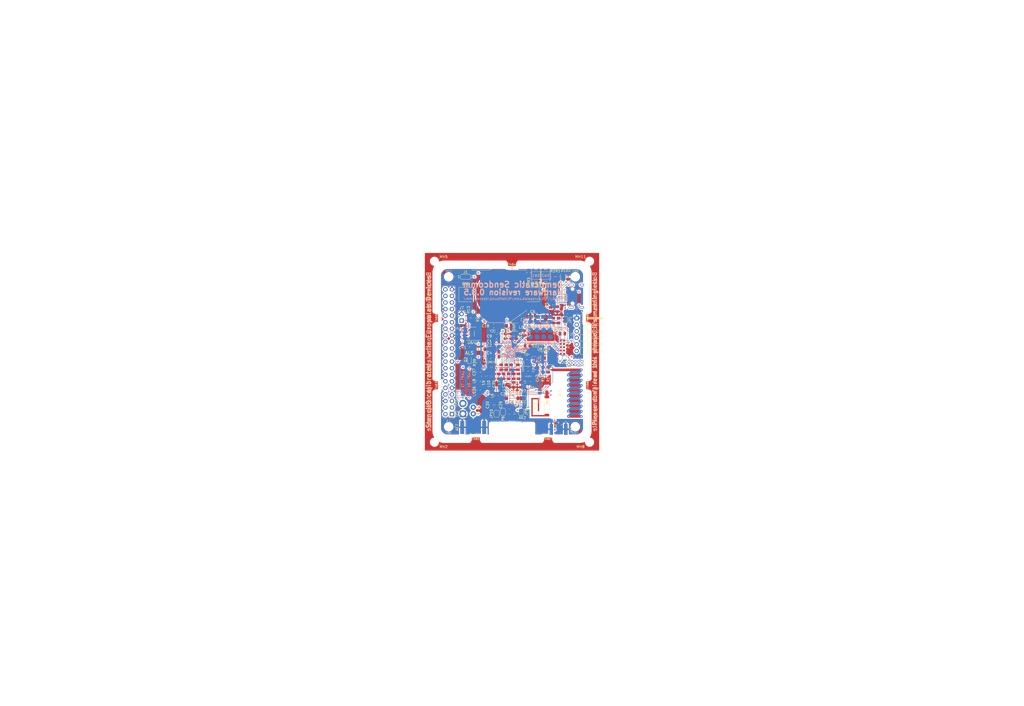
<source format=kicad_pcb>
(kicad_pcb (version 20171130) (host pcbnew 5.1.5+dfsg1-2build2)

  (general
    (thickness 1.6)
    (drawings 110)
    (tracks 1047)
    (zones 0)
    (modules 130)
    (nets 136)
  )

  (page A3)
  (title_block
    (title "Democratic Sendcomm")
    (date 2020-10-20)
    (rev 0.8.5)
    (company "Europalab Devices")
    (comment 1 "Copyright © 2020, Europalab Devices")
    (comment 2 "Fulfilling requirements of 20200210")
    (comment 3 "Pending quality assurance testing")
    (comment 4 "Release revision for manufacturing")
  )

  (layers
    (0 F.Cu signal)
    (1 In1.Cu signal)
    (2 In2.Cu signal)
    (31 B.Cu signal)
    (34 B.Paste user)
    (35 F.Paste user)
    (36 B.SilkS user)
    (37 F.SilkS user)
    (38 B.Mask user)
    (39 F.Mask user)
    (40 Dwgs.User user)
    (41 Cmts.User user)
    (44 Edge.Cuts user)
    (45 Margin user)
    (46 B.CrtYd user)
    (47 F.CrtYd user)
    (48 B.Fab user)
    (49 F.Fab user)
  )

  (setup
    (last_trace_width 0.127)
    (user_trace_width 0.1016)
    (user_trace_width 0.127)
    (user_trace_width 0.2)
    (trace_clearance 0.09)
    (zone_clearance 0.508)
    (zone_45_only no)
    (trace_min 0.09)
    (via_size 0.356)
    (via_drill 0.2)
    (via_min_size 0.356)
    (via_min_drill 0.2)
    (user_via 0.45 0.2)
    (user_via 0.6 0.3)
    (uvia_size 0.45)
    (uvia_drill 0.1)
    (uvias_allowed no)
    (uvia_min_size 0.45)
    (uvia_min_drill 0.1)
    (edge_width 0.1)
    (segment_width 0.1)
    (pcb_text_width 0.25)
    (pcb_text_size 1 1)
    (mod_edge_width 0.15)
    (mod_text_size 1 1)
    (mod_text_width 0.15)
    (pad_size 2 1.5)
    (pad_drill 0)
    (pad_to_mask_clearance 0)
    (aux_axis_origin 0 0)
    (visible_elements 7FFFFFFF)
    (pcbplotparams
      (layerselection 0x313fc_ffffffff)
      (usegerberextensions true)
      (usegerberattributes false)
      (usegerberadvancedattributes false)
      (creategerberjobfile false)
      (excludeedgelayer true)
      (linewidth 0.150000)
      (plotframeref false)
      (viasonmask false)
      (mode 1)
      (useauxorigin false)
      (hpglpennumber 1)
      (hpglpenspeed 20)
      (hpglpendiameter 15.000000)
      (psnegative false)
      (psa4output false)
      (plotreference true)
      (plotvalue true)
      (plotinvisibletext false)
      (padsonsilk false)
      (subtractmaskfromsilk false)
      (outputformat 1)
      (mirror false)
      (drillshape 0)
      (scaleselection 1)
      (outputdirectory "fabsingle"))
  )

  (net 0 "")
  (net 1 GND)
  (net 2 "Net-(AE1-Pad1)")
  (net 3 /Sheet5F53D5B4/RFSWPWR)
  (net 4 "Net-(C8-Pad1)")
  (net 5 /Sheet5F53D5B4/POWAMP)
  (net 6 "Net-(C13-Pad1)")
  (net 7 /Sheet5F53D5B4/HFOUT)
  (net 8 +3V3)
  (net 9 "Net-(C29-Pad1)")
  (net 10 /Sheet5F53D5B4/UART_RX)
  (net 11 /Sheet5F53D5B4/UART_TX)
  (net 12 /Sheet5F53D5B4/HPOUT)
  (net 13 /Sheet5F53D5B4/HFIN)
  (net 14 /Sheet5F53D5B4/BANDSEL)
  (net 15 "Net-(BT1-Pad1)")
  (net 16 /Sheet5F53D5B4/USB_BUS)
  (net 17 "Net-(C33-Pad1)")
  (net 18 "Net-(C34-Pad1)")
  (net 19 /Sheet5F53D5B4/CMDRST)
  (net 20 "Net-(D1-Pad2)")
  (net 21 "Net-(D1-Pad1)")
  (net 22 "Net-(D2-Pad1)")
  (net 23 "Net-(D2-Pad2)")
  (net 24 /Sheet5F53D5B4/USB_P)
  (net 25 /Sheet5F53D5B4/USB_N)
  (net 26 /Sheet60040980/ID_SD)
  (net 27 /Sheet60040980/ID_SC)
  (net 28 /Sheet5F53D5B4/SWDCLK)
  (net 29 "Net-(J3-Pad7)")
  (net 30 "Net-(J3-Pad8)")
  (net 31 "Net-(J4-Pad6)")
  (net 32 /Sheet5F53D5B4/CN_VBAT)
  (net 33 /Sheet5F53D5B4/XCEIV)
  (net 34 /Sheet5F53D5B4/CRYSTAL_XIN-RESERVED)
  (net 35 /Sheet5F53D5B4/CRYSTAL_XOUT-RESERVED)
  (net 36 "Net-(AE5-Pad2)")
  (net 37 "Net-(C1-Pad1)")
  (net 38 "Net-(C7-Pad1)")
  (net 39 "Net-(C14-Pad1)")
  (net 40 "Net-(C17-Pad1)")
  (net 41 "Net-(C18-Pad2)")
  (net 42 "Net-(C19-Pad2)")
  (net 43 "Net-(C23-Pad2)")
  (net 44 "Net-(C23-Pad1)")
  (net 45 "Net-(C24-Pad1)")
  (net 46 "Net-(C24-Pad2)")
  (net 47 "Net-(C29-Pad2)")
  (net 48 "Net-(C33-Pad2)")
  (net 49 "Net-(C35-Pad2)")
  (net 50 "Net-(C40-Pad1)")
  (net 51 "Net-(J2-PadB5)")
  (net 52 "Net-(J2-PadA8)")
  (net 53 "Net-(J2-PadA5)")
  (net 54 "Net-(J2-PadB8)")
  (net 55 "Net-(J2-PadA4)")
  (net 56 "Net-(J3-Pad2)")
  (net 57 "Net-(J3-Pad3)")
  (net 58 "Net-(J3-Pad4)")
  (net 59 "Net-(J3-Pad5)")
  (net 60 "Net-(J3-Pad10)")
  (net 61 "Net-(J3-Pad11)")
  (net 62 "Net-(J3-Pad12)")
  (net 63 "Net-(J3-Pad13)")
  (net 64 "Net-(J3-Pad15)")
  (net 65 "Net-(J3-Pad16)")
  (net 66 "Net-(J3-Pad18)")
  (net 67 "Net-(J3-Pad19)")
  (net 68 "Net-(J3-Pad21)")
  (net 69 "Net-(J3-Pad22)")
  (net 70 "Net-(J3-Pad23)")
  (net 71 "Net-(J3-Pad24)")
  (net 72 "Net-(J3-Pad26)")
  (net 73 "Net-(J3-Pad29)")
  (net 74 "Net-(J3-Pad31)")
  (net 75 "Net-(J3-Pad32)")
  (net 76 "Net-(J3-Pad33)")
  (net 77 "Net-(J3-Pad35)")
  (net 78 "Net-(J3-Pad36)")
  (net 79 "Net-(J3-Pad37)")
  (net 80 "Net-(J3-Pad38)")
  (net 81 "Net-(J3-Pad40)")
  (net 82 "Net-(J4-Pad7)")
  (net 83 "Net-(J4-Pad8)")
  (net 84 "Net-(J5-Pad2)")
  (net 85 "Net-(J5-Pad3)")
  (net 86 "Net-(J5-Pad6)")
  (net 87 "Net-(J6-Pad1)")
  (net 88 "Net-(L1-Pad2)")
  (net 89 "Net-(R3-Pad1)")
  (net 90 "Net-(R4-Pad1)")
  (net 91 "Net-(R4-Pad2)")
  (net 92 "Net-(U2-Pad5)")
  (net 93 "Net-(U3-PadG1)")
  (net 94 "Net-(U3-PadH1)")
  (net 95 "Net-(U3-PadE3)")
  (net 96 "Net-(U3-PadE4)")
  (net 97 "Net-(U3-PadF4)")
  (net 98 "Net-(U3-PadE5)")
  (net 99 "Net-(U3-PadC7)")
  (net 100 "Net-(U3-PadD7)")
  (net 101 "Net-(U3-PadD8)")
  (net 102 "Net-(U5-Pad3)")
  (net 103 "Net-(U5-Pad4)")
  (net 104 "Net-(U8-Pad7)")
  (net 105 "Net-(U8-Pad3)")
  (net 106 "Net-(U8-Pad2)")
  (net 107 "Net-(U8-Pad1)")
  (net 108 "Net-(U9-Pad1)")
  (net 109 "Net-(U9-Pad2)")
  (net 110 "Net-(U9-Pad3)")
  (net 111 "Net-(U9-Pad7)")
  (net 112 /Sheet5F53D5B4/SWDIO)
  (net 113 "Net-(AE2-Pad1)")
  (net 114 "Net-(AE4-Pad1)")
  (net 115 "Net-(AE5-Pad1)")
  (net 116 "Net-(AE7-Pad1)")
  (net 117 "Net-(JP10-Pad1)")
  (net 118 "Net-(J6-Pad2)")
  (net 119 "Net-(J6-Pad3)")
  (net 120 "Net-(J6-Pad4)")
  (net 121 "Net-(J6-Pad5)")
  (net 122 "Net-(J6-Pad6)")
  (net 123 "Net-(J6-Pad7)")
  (net 124 "Net-(J6-Pad8)")
  (net 125 "Net-(J7-Pad1)")
  (net 126 "Net-(C94-Pad1)")
  (net 127 "Net-(C95-Pad1)")
  (net 128 "Net-(JP26-Pad1)")
  (net 129 /TP_SCL)
  (net 130 /TP_SDA)
  (net 131 "Net-(J20-Pad6)")
  (net 132 "Net-(J20-Pad7)")
  (net 133 "Net-(J20-Pad8)")
  (net 134 "Net-(Q2-Pad2)")
  (net 135 "Net-(JP27-Pad3)")

  (net_class Default "This is the default net class."
    (clearance 0.09)
    (trace_width 0.09)
    (via_dia 0.356)
    (via_drill 0.2)
    (uvia_dia 0.45)
    (uvia_drill 0.1)
    (add_net +3V3)
    (add_net /Sheet5F53D5B4/BANDSEL)
    (add_net /Sheet5F53D5B4/CMDRST)
    (add_net /Sheet5F53D5B4/CN_VBAT)
    (add_net /Sheet5F53D5B4/CRYSTAL_XIN-RESERVED)
    (add_net /Sheet5F53D5B4/CRYSTAL_XOUT-RESERVED)
    (add_net /Sheet5F53D5B4/HFIN)
    (add_net /Sheet5F53D5B4/HFOUT)
    (add_net /Sheet5F53D5B4/HPOUT)
    (add_net /Sheet5F53D5B4/POWAMP)
    (add_net /Sheet5F53D5B4/RFSWPWR)
    (add_net /Sheet5F53D5B4/SWDCLK)
    (add_net /Sheet5F53D5B4/SWDIO)
    (add_net /Sheet5F53D5B4/UART_RX)
    (add_net /Sheet5F53D5B4/UART_TX)
    (add_net /Sheet5F53D5B4/USB_BUS)
    (add_net /Sheet5F53D5B4/USB_N)
    (add_net /Sheet5F53D5B4/USB_P)
    (add_net /Sheet5F53D5B4/XCEIV)
    (add_net /Sheet60040980/ID_SC)
    (add_net /Sheet60040980/ID_SD)
    (add_net /TP_SCL)
    (add_net /TP_SDA)
    (add_net GND)
    (add_net "Net-(AE1-Pad1)")
    (add_net "Net-(AE2-Pad1)")
    (add_net "Net-(AE4-Pad1)")
    (add_net "Net-(AE5-Pad1)")
    (add_net "Net-(AE5-Pad2)")
    (add_net "Net-(AE7-Pad1)")
    (add_net "Net-(BT1-Pad1)")
    (add_net "Net-(C1-Pad1)")
    (add_net "Net-(C13-Pad1)")
    (add_net "Net-(C14-Pad1)")
    (add_net "Net-(C17-Pad1)")
    (add_net "Net-(C18-Pad2)")
    (add_net "Net-(C19-Pad2)")
    (add_net "Net-(C23-Pad1)")
    (add_net "Net-(C23-Pad2)")
    (add_net "Net-(C24-Pad1)")
    (add_net "Net-(C24-Pad2)")
    (add_net "Net-(C29-Pad1)")
    (add_net "Net-(C29-Pad2)")
    (add_net "Net-(C33-Pad1)")
    (add_net "Net-(C33-Pad2)")
    (add_net "Net-(C34-Pad1)")
    (add_net "Net-(C35-Pad2)")
    (add_net "Net-(C40-Pad1)")
    (add_net "Net-(C7-Pad1)")
    (add_net "Net-(C8-Pad1)")
    (add_net "Net-(C94-Pad1)")
    (add_net "Net-(C95-Pad1)")
    (add_net "Net-(D1-Pad1)")
    (add_net "Net-(D1-Pad2)")
    (add_net "Net-(D2-Pad1)")
    (add_net "Net-(D2-Pad2)")
    (add_net "Net-(J2-PadA4)")
    (add_net "Net-(J2-PadA5)")
    (add_net "Net-(J2-PadA8)")
    (add_net "Net-(J2-PadB5)")
    (add_net "Net-(J2-PadB8)")
    (add_net "Net-(J20-Pad6)")
    (add_net "Net-(J20-Pad7)")
    (add_net "Net-(J20-Pad8)")
    (add_net "Net-(J3-Pad10)")
    (add_net "Net-(J3-Pad11)")
    (add_net "Net-(J3-Pad12)")
    (add_net "Net-(J3-Pad13)")
    (add_net "Net-(J3-Pad15)")
    (add_net "Net-(J3-Pad16)")
    (add_net "Net-(J3-Pad18)")
    (add_net "Net-(J3-Pad19)")
    (add_net "Net-(J3-Pad2)")
    (add_net "Net-(J3-Pad21)")
    (add_net "Net-(J3-Pad22)")
    (add_net "Net-(J3-Pad23)")
    (add_net "Net-(J3-Pad24)")
    (add_net "Net-(J3-Pad26)")
    (add_net "Net-(J3-Pad29)")
    (add_net "Net-(J3-Pad3)")
    (add_net "Net-(J3-Pad31)")
    (add_net "Net-(J3-Pad32)")
    (add_net "Net-(J3-Pad33)")
    (add_net "Net-(J3-Pad35)")
    (add_net "Net-(J3-Pad36)")
    (add_net "Net-(J3-Pad37)")
    (add_net "Net-(J3-Pad38)")
    (add_net "Net-(J3-Pad4)")
    (add_net "Net-(J3-Pad40)")
    (add_net "Net-(J3-Pad5)")
    (add_net "Net-(J3-Pad7)")
    (add_net "Net-(J3-Pad8)")
    (add_net "Net-(J4-Pad6)")
    (add_net "Net-(J4-Pad7)")
    (add_net "Net-(J4-Pad8)")
    (add_net "Net-(J5-Pad2)")
    (add_net "Net-(J5-Pad3)")
    (add_net "Net-(J5-Pad6)")
    (add_net "Net-(J6-Pad1)")
    (add_net "Net-(J6-Pad2)")
    (add_net "Net-(J6-Pad3)")
    (add_net "Net-(J6-Pad4)")
    (add_net "Net-(J6-Pad5)")
    (add_net "Net-(J6-Pad6)")
    (add_net "Net-(J6-Pad7)")
    (add_net "Net-(J6-Pad8)")
    (add_net "Net-(J7-Pad1)")
    (add_net "Net-(JP10-Pad1)")
    (add_net "Net-(JP26-Pad1)")
    (add_net "Net-(JP27-Pad3)")
    (add_net "Net-(L1-Pad2)")
    (add_net "Net-(Q2-Pad2)")
    (add_net "Net-(R3-Pad1)")
    (add_net "Net-(R4-Pad1)")
    (add_net "Net-(R4-Pad2)")
    (add_net "Net-(U2-Pad5)")
    (add_net "Net-(U3-PadC7)")
    (add_net "Net-(U3-PadD7)")
    (add_net "Net-(U3-PadD8)")
    (add_net "Net-(U3-PadE3)")
    (add_net "Net-(U3-PadE4)")
    (add_net "Net-(U3-PadE5)")
    (add_net "Net-(U3-PadF4)")
    (add_net "Net-(U3-PadG1)")
    (add_net "Net-(U3-PadH1)")
    (add_net "Net-(U5-Pad3)")
    (add_net "Net-(U5-Pad4)")
    (add_net "Net-(U8-Pad1)")
    (add_net "Net-(U8-Pad2)")
    (add_net "Net-(U8-Pad3)")
    (add_net "Net-(U8-Pad7)")
    (add_net "Net-(U9-Pad1)")
    (add_net "Net-(U9-Pad2)")
    (add_net "Net-(U9-Pad3)")
    (add_net "Net-(U9-Pad7)")
  )

  (net_class Power ""
    (clearance 0.2)
    (trace_width 0.5)
    (via_dia 1)
    (via_drill 0.7)
    (uvia_dia 0.5)
    (uvia_drill 0.1)
  )

  (module Jumper:SolderJumper-2_P1.3mm_Bridged_RoundedPad1.0x1.5mm (layer B.Cu) (tedit 5C745284) (tstamp 5FBED780)
    (at 220.75 160 270)
    (descr "SMD Solder Jumper, 1x1.5mm, rounded Pads, 0.3mm gap, bridged with 1 copper strip")
    (tags "solder jumper open")
    (path /5F5C0728/5F989558)
    (attr virtual)
    (fp_text reference JP4 (at -1.75 0 90) (layer B.SilkS)
      (effects (font (size 1 1) (thickness 0.15)) (justify right mirror))
    )
    (fp_text value SolderBridge (at 0 -1.9 90) (layer B.Fab)
      (effects (font (size 1 1) (thickness 0.15)) (justify mirror))
    )
    (fp_poly (pts (xy 0.25 0.3) (xy -0.25 0.3) (xy -0.25 -0.3) (xy 0.25 -0.3)) (layer B.Cu) (width 0))
    (fp_line (start 1.65 -1.25) (end -1.65 -1.25) (layer B.CrtYd) (width 0.05))
    (fp_line (start 1.65 -1.25) (end 1.65 1.25) (layer B.CrtYd) (width 0.05))
    (fp_line (start -1.65 1.25) (end -1.65 -1.25) (layer B.CrtYd) (width 0.05))
    (fp_line (start -1.65 1.25) (end 1.65 1.25) (layer B.CrtYd) (width 0.05))
    (fp_line (start -0.7 1) (end 0.7 1) (layer B.SilkS) (width 0.12))
    (fp_line (start 1.4 0.3) (end 1.4 -0.3) (layer B.SilkS) (width 0.12))
    (fp_line (start 0.7 -1) (end -0.7 -1) (layer B.SilkS) (width 0.12))
    (fp_line (start -1.4 -0.3) (end -1.4 0.3) (layer B.SilkS) (width 0.12))
    (fp_arc (start -0.7 0.3) (end -0.7 1) (angle 90) (layer B.SilkS) (width 0.12))
    (fp_arc (start -0.7 -0.3) (end -1.4 -0.3) (angle 90) (layer B.SilkS) (width 0.12))
    (fp_arc (start 0.7 -0.3) (end 0.7 -1) (angle 90) (layer B.SilkS) (width 0.12))
    (fp_arc (start 0.7 0.3) (end 1.4 0.3) (angle 90) (layer B.SilkS) (width 0.12))
    (pad 1 smd custom (at -0.65 0 270) (size 1 0.5) (layers B.Cu B.Mask)
      (net 2 "Net-(AE1-Pad1)") (zone_connect 2)
      (options (clearance outline) (anchor rect))
      (primitives
        (gr_circle (center 0 -0.25) (end 0.5 -0.25) (width 0))
        (gr_circle (center 0 0.25) (end 0.5 0.25) (width 0))
        (gr_poly (pts
           (xy 0 0.75) (xy 0.5 0.75) (xy 0.5 -0.75) (xy 0 -0.75)) (width 0))
      ))
    (pad 2 smd custom (at 0.65 0 270) (size 1 0.5) (layers B.Cu B.Mask)
      (net 117 "Net-(JP10-Pad1)") (zone_connect 2)
      (options (clearance outline) (anchor rect))
      (primitives
        (gr_circle (center 0 -0.25) (end 0.5 -0.25) (width 0))
        (gr_circle (center 0 0.25) (end 0.5 0.25) (width 0))
        (gr_poly (pts
           (xy 0 0.75) (xy -0.5 0.75) (xy -0.5 -0.75) (xy 0 -0.75)) (width 0))
      ))
  )

  (module Elabdev:TFBGA-64_8x8_6.0x6.0mm_P0.65mm (layer F.Cu) (tedit 5F6BA77A) (tstamp 5F68786E)
    (at 210 148)
    (path /5F53D5B5/6052EF69)
    (solder_mask_margin 0.025)
    (clearance 0.0508)
    (attr smd)
    (fp_text reference U3 (at 4.25 0) (layer F.SilkS)
      (effects (font (size 1 1) (thickness 0.15)))
    )
    (fp_text value ATSAMR34 (at 0 4) (layer F.Fab)
      (effects (font (size 1 1) (thickness 0.15)))
    )
    (fp_line (start -2 -3) (end -3 -2) (layer F.Fab) (width 0.1))
    (fp_line (start -3 -2) (end -3 3) (layer F.Fab) (width 0.1))
    (fp_line (start -3 3) (end 3 3) (layer F.Fab) (width 0.1))
    (fp_line (start 3 3) (end 3 -3) (layer F.Fab) (width 0.1))
    (fp_line (start 3 -3) (end -2 -3) (layer F.Fab) (width 0.1))
    (fp_line (start 1.62 -3.12) (end 3.12 -3.12) (layer F.SilkS) (width 0.12))
    (fp_line (start 3.12 -3.12) (end 3.12 -1.62) (layer F.SilkS) (width 0.12))
    (fp_line (start 1.62 -3.12) (end 3.12 -3.12) (layer F.SilkS) (width 0.12))
    (fp_line (start 3.12 -3.12) (end 3.12 -1.62) (layer F.SilkS) (width 0.12))
    (fp_line (start 1.62 3.12) (end 3.12 3.12) (layer F.SilkS) (width 0.12))
    (fp_line (start 3.12 3.12) (end 3.12 1.62) (layer F.SilkS) (width 0.12))
    (fp_line (start 1.62 -3.12) (end 3.12 -3.12) (layer F.SilkS) (width 0.12))
    (fp_line (start 3.12 -3.12) (end 3.12 -1.62) (layer F.SilkS) (width 0.12))
    (fp_line (start -1.62 3.12) (end -3.12 3.12) (layer F.SilkS) (width 0.12))
    (fp_line (start -3.12 3.12) (end -3.12 1.62) (layer F.SilkS) (width 0.12))
    (fp_line (start -1.62 -3.12) (end -2 -3.12) (layer F.SilkS) (width 0.12))
    (fp_line (start -2 -3.12) (end -3.12 -2) (layer F.SilkS) (width 0.12))
    (fp_line (start -3.12 -2) (end -3.12 -1.62) (layer F.SilkS) (width 0.12))
    (fp_circle (center -3 -3) (end -3 -2.9) (layer F.SilkS) (width 0.2))
    (fp_line (start -4 -4) (end 4 -4) (layer F.CrtYd) (width 0.05))
    (fp_line (start 4 -4) (end 4 4) (layer F.CrtYd) (width 0.05))
    (fp_line (start 4 4) (end -4 4) (layer F.CrtYd) (width 0.05))
    (fp_line (start -4 4) (end -4 -4) (layer F.CrtYd) (width 0.05))
    (pad A1 smd circle (at -2.275 -2.275) (size 0.32 0.32) (layers F.Cu F.Paste F.Mask)
      (net 13 /Sheet5F53D5B4/HFIN))
    (pad B1 smd circle (at -2.275 -1.625) (size 0.32 0.32) (layers F.Cu F.Paste F.Mask)
      (net 7 /Sheet5F53D5B4/HFOUT))
    (pad C1 smd circle (at -2.275 -0.975) (size 0.32 0.32) (layers F.Cu F.Paste F.Mask)
      (net 37 "Net-(C1-Pad1)"))
    (pad D1 smd circle (at -2.275 -0.325) (size 0.32 0.32) (layers F.Cu F.Paste F.Mask)
      (net 5 /Sheet5F53D5B4/POWAMP))
    (pad E1 smd circle (at -2.275 0.325) (size 0.32 0.32) (layers F.Cu F.Paste F.Mask)
      (net 1 GND))
    (pad F1 smd circle (at -2.275 0.975) (size 0.32 0.32) (layers F.Cu F.Paste F.Mask)
      (net 12 /Sheet5F53D5B4/HPOUT))
    (pad G1 smd circle (at -2.275 1.625) (size 0.32 0.32) (layers F.Cu F.Paste F.Mask)
      (net 93 "Net-(U3-PadG1)"))
    (pad H1 smd circle (at -2.275 2.275) (size 0.32 0.32) (layers F.Cu F.Paste F.Mask)
      (net 94 "Net-(U3-PadH1)"))
    (pad A2 smd circle (at -1.625 -2.275) (size 0.32 0.32) (layers F.Cu F.Paste F.Mask)
      (net 1 GND))
    (pad B2 smd circle (at -1.625 -1.625) (size 0.32 0.32) (layers F.Cu F.Paste F.Mask)
      (net 1 GND))
    (pad C2 smd circle (at -1.625 -0.975) (size 0.32 0.32) (layers F.Cu F.Paste F.Mask)
      (net 37 "Net-(C1-Pad1)"))
    (pad D2 smd circle (at -1.625 -0.325) (size 0.32 0.32) (layers F.Cu F.Paste F.Mask)
      (net 33 /Sheet5F53D5B4/XCEIV))
    (pad E2 smd circle (at -1.625 0.325) (size 0.32 0.32) (layers F.Cu F.Paste F.Mask)
      (net 1 GND))
    (pad F2 smd circle (at -1.625 0.975) (size 0.32 0.32) (layers F.Cu F.Paste F.Mask)
      (net 1 GND))
    (pad G2 smd circle (at -1.625 1.625) (size 0.32 0.32) (layers F.Cu F.Paste F.Mask)
      (net 1 GND))
    (pad H2 smd circle (at -1.625 2.275) (size 0.32 0.32) (layers F.Cu F.Paste F.Mask)
      (net 39 "Net-(C14-Pad1)"))
    (pad A3 smd circle (at -0.975 -2.275) (size 0.32 0.32) (layers F.Cu F.Paste F.Mask)
      (net 41 "Net-(C18-Pad2)"))
    (pad B3 smd circle (at -0.975 -1.625) (size 0.32 0.32) (layers F.Cu F.Paste F.Mask)
      (net 1 GND))
    (pad C3 smd circle (at -0.975 -0.975) (size 0.32 0.32) (layers F.Cu F.Paste F.Mask)
      (net 32 /Sheet5F53D5B4/CN_VBAT))
    (pad D3 smd circle (at -0.975 -0.325) (size 0.32 0.32) (layers F.Cu F.Paste F.Mask)
      (net 11 /Sheet5F53D5B4/UART_TX))
    (pad E3 smd circle (at -0.975 0.325) (size 0.32 0.32) (layers F.Cu F.Paste F.Mask)
      (net 95 "Net-(U3-PadE3)"))
    (pad F3 smd circle (at -0.975 0.975) (size 0.32 0.32) (layers F.Cu F.Paste F.Mask)
      (net 16 /Sheet5F53D5B4/USB_BUS))
    (pad G3 smd circle (at -0.975 1.625) (size 0.32 0.32) (layers F.Cu F.Paste F.Mask)
      (net 1 GND))
    (pad H3 smd circle (at -0.975 2.275) (size 0.32 0.32) (layers F.Cu F.Paste F.Mask)
      (net 37 "Net-(C1-Pad1)"))
    (pad A4 smd circle (at -0.325 -2.275) (size 0.32 0.32) (layers F.Cu F.Paste F.Mask)
      (net 42 "Net-(C19-Pad2)"))
    (pad B4 smd circle (at -0.325 -1.625) (size 0.32 0.32) (layers F.Cu F.Paste F.Mask)
      (net 134 "Net-(Q2-Pad2)"))
    (pad C4 smd circle (at -0.325 -0.975) (size 0.32 0.32) (layers F.Cu F.Paste F.Mask)
      (net 10 /Sheet5F53D5B4/UART_RX))
    (pad D4 smd circle (at -0.325 -0.325) (size 0.32 0.32) (layers F.Cu F.Paste F.Mask)
      (net 1 GND))
    (pad E4 smd circle (at -0.325 0.325) (size 0.32 0.32) (layers F.Cu F.Paste F.Mask)
      (net 96 "Net-(U3-PadE4)"))
    (pad F4 smd circle (at -0.325 0.975) (size 0.32 0.32) (layers F.Cu F.Paste F.Mask)
      (net 97 "Net-(U3-PadF4)"))
    (pad G4 smd circle (at -0.325 1.625) (size 0.32 0.32) (layers F.Cu F.Paste F.Mask)
      (net 8 +3V3))
    (pad H4 smd circle (at -0.325 2.275) (size 0.32 0.32) (layers F.Cu F.Paste F.Mask)
      (net 6 "Net-(C13-Pad1)"))
    (pad A5 smd circle (at 0.325 -2.275) (size 0.32 0.32) (layers F.Cu F.Paste F.Mask)
      (net 40 "Net-(C17-Pad1)"))
    (pad B5 smd circle (at 0.325 -1.625) (size 0.32 0.32) (layers F.Cu F.Paste F.Mask)
      (net 1 GND))
    (pad C5 smd circle (at 0.325 -0.975) (size 0.32 0.32) (layers F.Cu F.Paste F.Mask)
      (net 28 /Sheet5F53D5B4/SWDCLK))
    (pad D5 smd circle (at 0.325 -0.325) (size 0.32 0.32) (layers F.Cu F.Paste F.Mask)
      (net 112 /Sheet5F53D5B4/SWDIO))
    (pad E5 smd circle (at 0.325 0.325) (size 0.32 0.32) (layers F.Cu F.Paste F.Mask)
      (net 98 "Net-(U3-PadE5)"))
    (pad F5 smd circle (at 0.325 0.975) (size 0.32 0.32) (layers F.Cu F.Paste F.Mask)
      (net 135 "Net-(JP27-Pad3)"))
    (pad G5 smd circle (at 0.325 1.625) (size 0.32 0.32) (layers F.Cu F.Paste F.Mask)
      (net 1 GND))
    (pad H5 smd circle (at 0.325 2.275) (size 0.32 0.32) (layers F.Cu F.Paste F.Mask)
      (net 1 GND))
    (pad A6 smd circle (at 0.975 -2.275) (size 0.32 0.32) (layers F.Cu F.Paste F.Mask)
      (net 88 "Net-(L1-Pad2)"))
    (pad B6 smd circle (at 0.975 -1.625) (size 0.32 0.32) (layers F.Cu F.Paste F.Mask)
      (net 19 /Sheet5F53D5B4/CMDRST))
    (pad C6 smd circle (at 0.975 -0.975) (size 0.32 0.32) (layers F.Cu F.Paste F.Mask)
      (net 90 "Net-(R4-Pad1)"))
    (pad D6 smd circle (at 0.975 -0.325) (size 0.32 0.32) (layers F.Cu F.Paste F.Mask)
      (net 1 GND))
    (pad E6 smd circle (at 0.975 0.325) (size 0.32 0.32) (layers F.Cu F.Paste F.Mask)
      (net 129 /TP_SCL))
    (pad F6 smd circle (at 0.975 0.975) (size 0.32 0.32) (layers F.Cu F.Paste F.Mask)
      (net 14 /Sheet5F53D5B4/BANDSEL))
    (pad G6 smd circle (at 0.975 1.625) (size 0.32 0.32) (layers F.Cu F.Paste F.Mask)
      (net 1 GND))
    (pad H6 smd circle (at 0.975 2.275) (size 0.32 0.32) (layers F.Cu F.Paste F.Mask)
      (net 126 "Net-(C94-Pad1)"))
    (pad A7 smd circle (at 1.625 -2.275) (size 0.32 0.32) (layers F.Cu F.Paste F.Mask)
      (net 8 +3V3))
    (pad B7 smd circle (at 1.625 -1.625) (size 0.32 0.32) (layers F.Cu F.Paste F.Mask)
      (net 1 GND))
    (pad C7 smd circle (at 1.625 -0.975) (size 0.32 0.32) (layers F.Cu F.Paste F.Mask)
      (net 99 "Net-(U3-PadC7)"))
    (pad D7 smd circle (at 1.625 -0.325) (size 0.32 0.32) (layers F.Cu F.Paste F.Mask)
      (net 100 "Net-(U3-PadD7)"))
    (pad E7 smd circle (at 1.625 0.325) (size 0.32 0.32) (layers F.Cu F.Paste F.Mask)
      (net 21 "Net-(D1-Pad1)"))
    (pad F7 smd circle (at 1.625 0.975) (size 0.32 0.32) (layers F.Cu F.Paste F.Mask)
      (net 130 /TP_SDA))
    (pad G7 smd circle (at 1.625 1.625) (size 0.32 0.32) (layers F.Cu F.Paste F.Mask)
      (net 1 GND))
    (pad H7 smd circle (at 1.625 2.275) (size 0.32 0.32) (layers F.Cu F.Paste F.Mask)
      (net 127 "Net-(C95-Pad1)"))
    (pad A8 smd circle (at 2.275 -2.275) (size 0.32 0.32) (layers F.Cu F.Paste F.Mask)
      (net 8 +3V3))
    (pad B8 smd circle (at 2.275 -1.625) (size 0.32 0.32) (layers F.Cu F.Paste F.Mask)
      (net 25 /Sheet5F53D5B4/USB_N))
    (pad C8 smd circle (at 2.275 -0.975) (size 0.32 0.32) (layers F.Cu F.Paste F.Mask)
      (net 24 /Sheet5F53D5B4/USB_P))
    (pad D8 smd circle (at 2.275 -0.325) (size 0.32 0.32) (layers F.Cu F.Paste F.Mask)
      (net 101 "Net-(U3-PadD8)"))
    (pad E8 smd circle (at 2.275 0.325) (size 0.32 0.32) (layers F.Cu F.Paste F.Mask)
      (net 22 "Net-(D2-Pad1)"))
    (pad F8 smd circle (at 2.275 0.975) (size 0.32 0.32) (layers F.Cu F.Paste F.Mask)
      (net 34 /Sheet5F53D5B4/CRYSTAL_XIN-RESERVED))
    (pad G8 smd circle (at 2.275 1.625) (size 0.32 0.32) (layers F.Cu F.Paste F.Mask)
      (net 35 /Sheet5F53D5B4/CRYSTAL_XOUT-RESERVED))
    (pad H8 smd circle (at 2.275 2.275) (size 0.32 0.32) (layers F.Cu F.Paste F.Mask)
      (net 8 +3V3))
    (model ${KISYS3DMOD}/Package_BGA.3dshapes/TFBGA-64_5x5mm_Layout8x8_P0.5mm.wrl
      (at (xyz 0 0 0))
      (scale (xyz 1.2 1.2 1.2))
      (rotate (xyz 0 0 0))
    )
  )

  (module TestPoint:TestPoint_THTPad_D2.0mm_Drill1.0mm (layer F.Cu) (tedit 5A0F774F) (tstamp 5FBA0BE2)
    (at 195 172)
    (descr "THT pad as test Point, diameter 2.0mm, hole diameter 1.0mm")
    (tags "test point THT pad")
    (path /5F97637F)
    (attr virtual)
    (fp_text reference TP5 (at 2 0 90) (layer F.SilkS)
      (effects (font (size 0.7 0.7) (thickness 0.1)))
    )
    (fp_text value Probe (at 0 2.25) (layer F.Fab)
      (effects (font (size 1 1) (thickness 0.15)))
    )
    (fp_circle (center 0 0) (end 0 1.2) (layer F.SilkS) (width 0.12))
    (fp_circle (center 0 0) (end 1.5 0) (layer F.CrtYd) (width 0.05))
    (fp_text user %R (at 0 -2.15) (layer F.Fab)
      (effects (font (size 1 1) (thickness 0.15)))
    )
    (pad 1 thru_hole circle (at 0 0) (size 2 2) (drill 1) (layers *.Cu *.Mask)
      (net 129 /TP_SCL))
  )

  (module TestPoint:TestPoint_THTPad_D2.0mm_Drill1.0mm (layer F.Cu) (tedit 5A0F774F) (tstamp 5FBA0BEA)
    (at 195 169.46)
    (descr "THT pad as test Point, diameter 2.0mm, hole diameter 1.0mm")
    (tags "test point THT pad")
    (path /5F97786E)
    (attr virtual)
    (fp_text reference TP6 (at 2 0.04 90) (layer F.SilkS)
      (effects (font (size 0.7 0.7) (thickness 0.1)))
    )
    (fp_text value Probe (at 0 2.25) (layer F.Fab)
      (effects (font (size 1 1) (thickness 0.15)))
    )
    (fp_circle (center 0 0) (end 0 1.2) (layer F.SilkS) (width 0.12))
    (fp_circle (center 0 0) (end 1.5 0) (layer F.CrtYd) (width 0.05))
    (fp_text user %R (at 0 -2.15) (layer F.Fab)
      (effects (font (size 1 1) (thickness 0.15)))
    )
    (pad 1 thru_hole circle (at 0 0) (size 2 2) (drill 1) (layers *.Cu *.Mask)
      (net 130 /TP_SDA))
  )

  (module Inductor_SMD:L_0603_1608Metric (layer F.Cu) (tedit 5B301BBE) (tstamp 5F687507)
    (at 201 157.35 270)
    (descr "Inductor SMD 0603 (1608 Metric), square (rectangular) end terminal, IPC_7351 nominal, (Body size source: http://www.tortai-tech.com/upload/download/2011102023233369053.pdf), generated with kicad-footprint-generator")
    (tags inductor)
    (path /5F5C0728/5F5D6DC7)
    (attr smd)
    (fp_text reference L10 (at 3 0 90) (layer F.SilkS)
      (effects (font (size 1 1) (thickness 0.15)))
    )
    (fp_text value 11nH (at 0 1.65 90) (layer F.Fab)
      (effects (font (size 1 1) (thickness 0.15)))
    )
    (fp_text user %R (at 0 0 90) (layer F.Fab)
      (effects (font (size 0.5 0.5) (thickness 0.08)))
    )
    (fp_line (start 1.48 0.73) (end -1.48 0.73) (layer F.CrtYd) (width 0.05))
    (fp_line (start 1.48 -0.73) (end 1.48 0.73) (layer F.CrtYd) (width 0.05))
    (fp_line (start -1.48 -0.73) (end 1.48 -0.73) (layer F.CrtYd) (width 0.05))
    (fp_line (start -1.48 0.73) (end -1.48 -0.73) (layer F.CrtYd) (width 0.05))
    (fp_line (start -0.162779 0.51) (end 0.162779 0.51) (layer F.SilkS) (width 0.12))
    (fp_line (start -0.162779 -0.51) (end 0.162779 -0.51) (layer F.SilkS) (width 0.12))
    (fp_line (start 0.8 0.4) (end -0.8 0.4) (layer F.Fab) (width 0.1))
    (fp_line (start 0.8 -0.4) (end 0.8 0.4) (layer F.Fab) (width 0.1))
    (fp_line (start -0.8 -0.4) (end 0.8 -0.4) (layer F.Fab) (width 0.1))
    (fp_line (start -0.8 0.4) (end -0.8 -0.4) (layer F.Fab) (width 0.1))
    (pad 2 smd roundrect (at 0.7875 0 270) (size 0.875 0.95) (layers F.Cu F.Paste F.Mask) (roundrect_rratio 0.25)
      (net 49 "Net-(C35-Pad2)"))
    (pad 1 smd roundrect (at -0.7875 0 270) (size 0.875 0.95) (layers F.Cu F.Paste F.Mask) (roundrect_rratio 0.25)
      (net 18 "Net-(C34-Pad1)"))
    (model ${KISYS3DMOD}/Inductor_SMD.3dshapes/L_0603_1608Metric.wrl
      (at (xyz 0 0 0))
      (scale (xyz 1 1 1))
      (rotate (xyz 0 0 0))
    )
  )

  (module Elabdev:L_Murata_LQH3NPN (layer F.Cu) (tedit 5FADCCA6) (tstamp 5F68751C)
    (at 210.75 138.5)
    (descr https://www.murata.com/~/media/webrenewal/products/inductor/chip/tokoproducts/wirewoundferritetypeforpl/m_dem3518c.ashx)
    (tags "Inductor SMD DEM35xxC")
    (path /5F53D5B5/5F643B51)
    (attr smd)
    (fp_text reference L1 (at 2.75 0) (layer F.SilkS)
      (effects (font (size 1 1) (thickness 0.15)))
    )
    (fp_text value LQH3NPN100MJRL (at 0 3.024) (layer F.Fab)
      (effects (font (size 1 1) (thickness 0.15)))
    )
    (fp_line (start -1.75 -1.6) (end -1.75 1.6) (layer F.CrtYd) (width 0.05))
    (fp_line (start -1.75 1.6) (end 1.75 1.6) (layer F.CrtYd) (width 0.05))
    (fp_line (start 1.75 1.6) (end 1.75 -1.6) (layer F.CrtYd) (width 0.05))
    (fp_line (start 1.75 -1.6) (end -1.75 -1.6) (layer F.CrtYd) (width 0.05))
    (fp_line (start -1.5 -1.35) (end 1.5 -1.35) (layer F.Fab) (width 0.1))
    (fp_line (start 1.5 -1.35) (end 1.5 1.35) (layer F.Fab) (width 0.1))
    (fp_line (start 1.5 1.35) (end -1.5 1.35) (layer F.Fab) (width 0.1))
    (fp_line (start -1.5 1.35) (end -1.5 -1.35) (layer F.Fab) (width 0.1))
    (fp_line (start -1.5 -1.6) (end 1.5 -1.6) (layer F.SilkS) (width 0.12))
    (fp_line (start -1.5 1.6) (end 1.5 1.6) (layer F.SilkS) (width 0.12))
    (fp_text user %R (at 0 0) (layer F.Fab)
      (effects (font (size 0.7 0.7) (thickness 0.105)))
    )
    (pad 1 smd rect (at -1.1 0) (size 0.8 2.7) (layers F.Cu F.Paste F.Mask)
      (net 40 "Net-(C17-Pad1)"))
    (pad 2 smd rect (at 1.1 0) (size 0.8 2.7) (layers F.Cu F.Paste F.Mask)
      (net 88 "Net-(L1-Pad2)"))
    (model ${KISYS3DMOD}/Inductor_SMD.3dshapes/L_Murata_DEM35xxC.wrl
      (at (xyz 0 0 0))
      (scale (xyz 1 1 1))
      (rotate (xyz 0 0 0))
    )
  )

  (module Elabdev:Panel_Mousetab_25mm_Single (layer F.Cu) (tedit 5CD9E502) (tstamp 5F680FEC)
    (at 224 181.75 90)
    (path /5CD9EB0D)
    (fp_text reference TAB7 (at 0 0) (layer F.SilkS)
      (effects (font (size 0.8 0.8) (thickness 0.13)))
    )
    (fp_text value Pantab (at 0 3.5 90) (layer F.Fab)
      (effects (font (size 1 1) (thickness 0.15)))
    )
    (fp_line (start 1.25 -2.2) (end 1.25 2.2) (layer F.Fab) (width 0.15))
    (fp_line (start -1.25 -2.2) (end -1.25 2.2) (layer F.Fab) (width 0.15))
    (fp_line (start 2.1 -2.6) (end 2.1 2.6) (layer F.CrtYd) (width 0.15))
    (fp_line (start 2.1 2.6) (end -2.1 2.6) (layer F.CrtYd) (width 0.15))
    (fp_line (start -2.1 2.6) (end -2.1 -2.6) (layer F.CrtYd) (width 0.15))
    (fp_line (start -2.1 -2.6) (end 2.1 -2.6) (layer F.CrtYd) (width 0.15))
    (pad "" np_thru_hole circle (at 1.35 2 90) (size 0.5 0.5) (drill 0.5) (layers *.Cu))
    (pad "" np_thru_hole circle (at 1.35 1.2 90) (size 0.5 0.5) (drill 0.5) (layers *.Cu))
    (pad "" np_thru_hole circle (at 1.35 0.4 90) (size 0.5 0.5) (drill 0.5) (layers *.Cu))
    (pad "" np_thru_hole circle (at 1.35 -0.4 90) (size 0.5 0.5) (drill 0.5) (layers *.Cu))
    (pad "" np_thru_hole circle (at 1.35 -1.2 90) (size 0.5 0.5) (drill 0.5) (layers *.Cu))
    (pad "" np_thru_hole circle (at 1.35 -2 90) (size 0.5 0.5) (drill 0.5) (layers *.Cu))
  )

  (module Elabdev:Panel_Mousetab_25mm_Single (layer F.Cu) (tedit 5CD9E59A) (tstamp 5F4C0A71)
    (at 210 114.25 270)
    (path /5CD5C3A7)
    (fp_text reference TAB4 (at 0 0 180) (layer F.SilkS)
      (effects (font (size 0.8 0.8) (thickness 0.13)))
    )
    (fp_text value Pantab (at 0 -3.5 270) (layer F.Fab)
      (effects (font (size 1 1) (thickness 0.15)))
    )
    (fp_line (start 1.25 -2.2) (end 1.25 2.2) (layer F.Fab) (width 0.15))
    (fp_line (start -1.25 -2.2) (end -1.25 2.2) (layer F.Fab) (width 0.15))
    (fp_line (start 2.1 -2.6) (end 2.1 2.6) (layer F.CrtYd) (width 0.15))
    (fp_line (start 2.1 2.6) (end -2.1 2.6) (layer F.CrtYd) (width 0.15))
    (fp_line (start -2.1 2.6) (end -2.1 -2.6) (layer F.CrtYd) (width 0.15))
    (fp_line (start -2.1 -2.6) (end 2.1 -2.6) (layer F.CrtYd) (width 0.15))
    (pad "" np_thru_hole circle (at 1.35 2 270) (size 0.5 0.5) (drill 0.5) (layers *.Cu))
    (pad "" np_thru_hole circle (at 1.35 1.2 270) (size 0.5 0.5) (drill 0.5) (layers *.Cu))
    (pad "" np_thru_hole circle (at 1.35 0.4 270) (size 0.5 0.5) (drill 0.5) (layers *.Cu))
    (pad "" np_thru_hole circle (at 1.35 -0.4 270) (size 0.5 0.5) (drill 0.5) (layers *.Cu))
    (pad "" np_thru_hole circle (at 1.35 -1.2 270) (size 0.5 0.5) (drill 0.5) (layers *.Cu))
    (pad "" np_thru_hole circle (at 1.35 -2 270) (size 0.5 0.5) (drill 0.5) (layers *.Cu))
  )

  (module Elabdev:Panel_Mousetab_25mm_Single (layer F.Cu) (tedit 5CD9E502) (tstamp 5CE1C45C)
    (at 196 181.75 90)
    (path /5CD9EB0D)
    (fp_text reference TAB1 (at 0 0) (layer F.SilkS)
      (effects (font (size 0.8 0.8) (thickness 0.13)))
    )
    (fp_text value Pantab (at 0 3.5 90) (layer F.Fab)
      (effects (font (size 1 1) (thickness 0.15)))
    )
    (fp_line (start -2.1 -2.6) (end 2.1 -2.6) (layer F.CrtYd) (width 0.15))
    (fp_line (start -2.1 2.6) (end -2.1 -2.6) (layer F.CrtYd) (width 0.15))
    (fp_line (start 2.1 2.6) (end -2.1 2.6) (layer F.CrtYd) (width 0.15))
    (fp_line (start 2.1 -2.6) (end 2.1 2.6) (layer F.CrtYd) (width 0.15))
    (fp_line (start -1.25 -2.2) (end -1.25 2.2) (layer F.Fab) (width 0.15))
    (fp_line (start 1.25 -2.2) (end 1.25 2.2) (layer F.Fab) (width 0.15))
    (pad "" np_thru_hole circle (at 1.35 -2 90) (size 0.5 0.5) (drill 0.5) (layers *.Cu))
    (pad "" np_thru_hole circle (at 1.35 -1.2 90) (size 0.5 0.5) (drill 0.5) (layers *.Cu))
    (pad "" np_thru_hole circle (at 1.35 -0.4 90) (size 0.5 0.5) (drill 0.5) (layers *.Cu))
    (pad "" np_thru_hole circle (at 1.35 0.4 90) (size 0.5 0.5) (drill 0.5) (layers *.Cu))
    (pad "" np_thru_hole circle (at 1.35 1.2 90) (size 0.5 0.5) (drill 0.5) (layers *.Cu))
    (pad "" np_thru_hole circle (at 1.35 2 90) (size 0.5 0.5) (drill 0.5) (layers *.Cu))
  )

  (module Elabdev:Panel_Mousetab_25mm_Single (layer F.Cu) (tedit 5CD5AA6C) (tstamp 5F4C1007)
    (at 180.75 161)
    (path /5CD5C074)
    (fp_text reference TAB2 (at 0 0 90) (layer F.SilkS)
      (effects (font (size 0.8 0.8) (thickness 0.13)))
    )
    (fp_text value Pantab (at -2.5 0 -270) (layer F.Fab)
      (effects (font (size 1 1) (thickness 0.15)))
    )
    (fp_line (start -2.1 -2.6) (end 2.1 -2.6) (layer F.CrtYd) (width 0.15))
    (fp_line (start -2.1 2.6) (end -2.1 -2.6) (layer F.CrtYd) (width 0.15))
    (fp_line (start 2.1 2.6) (end -2.1 2.6) (layer F.CrtYd) (width 0.15))
    (fp_line (start 2.1 -2.6) (end 2.1 2.6) (layer F.CrtYd) (width 0.15))
    (fp_line (start -1.25 -2.2) (end -1.25 2.2) (layer F.Fab) (width 0.15))
    (fp_line (start 1.25 -2.2) (end 1.25 2.2) (layer F.Fab) (width 0.15))
    (pad "" np_thru_hole circle (at 1.35 -2) (size 0.5 0.5) (drill 0.5) (layers *.Cu))
    (pad "" np_thru_hole circle (at 1.35 -1.2) (size 0.5 0.5) (drill 0.5) (layers *.Cu))
    (pad "" np_thru_hole circle (at 1.35 -0.4) (size 0.5 0.5) (drill 0.5) (layers *.Cu))
    (pad "" np_thru_hole circle (at 1.35 0.4) (size 0.5 0.5) (drill 0.5) (layers *.Cu))
    (pad "" np_thru_hole circle (at 1.35 1.2) (size 0.5 0.5) (drill 0.5) (layers *.Cu))
    (pad "" np_thru_hole circle (at 1.35 2) (size 0.5 0.5) (drill 0.5) (layers *.Cu))
  )

  (module Elabdev:Panel_Mousetab_25mm_Single (layer F.Cu) (tedit 5CD5AA6C) (tstamp 5F4C1047)
    (at 180.75 135)
    (path /5CD5C074)
    (fp_text reference TAB3 (at 0 0 90) (layer F.SilkS)
      (effects (font (size 0.8 0.8) (thickness 0.13)))
    )
    (fp_text value Pantab (at -2.5 0 -270) (layer F.Fab)
      (effects (font (size 1 1) (thickness 0.15)))
    )
    (fp_line (start 1.25 -2.2) (end 1.25 2.2) (layer F.Fab) (width 0.15))
    (fp_line (start -1.25 -2.2) (end -1.25 2.2) (layer F.Fab) (width 0.15))
    (fp_line (start 2.1 -2.6) (end 2.1 2.6) (layer F.CrtYd) (width 0.15))
    (fp_line (start 2.1 2.6) (end -2.1 2.6) (layer F.CrtYd) (width 0.15))
    (fp_line (start -2.1 2.6) (end -2.1 -2.6) (layer F.CrtYd) (width 0.15))
    (fp_line (start -2.1 -2.6) (end 2.1 -2.6) (layer F.CrtYd) (width 0.15))
    (pad "" np_thru_hole circle (at 1.35 2) (size 0.5 0.5) (drill 0.5) (layers *.Cu))
    (pad "" np_thru_hole circle (at 1.35 1.2) (size 0.5 0.5) (drill 0.5) (layers *.Cu))
    (pad "" np_thru_hole circle (at 1.35 0.4) (size 0.5 0.5) (drill 0.5) (layers *.Cu))
    (pad "" np_thru_hole circle (at 1.35 -0.4) (size 0.5 0.5) (drill 0.5) (layers *.Cu))
    (pad "" np_thru_hole circle (at 1.35 -1.2) (size 0.5 0.5) (drill 0.5) (layers *.Cu))
    (pad "" np_thru_hole circle (at 1.35 -2) (size 0.5 0.5) (drill 0.5) (layers *.Cu))
  )

  (module Elabdev:Panel_Mousetab_25mm_Single (layer F.Cu) (tedit 5CD5AA6C) (tstamp 5F4C108A)
    (at 239.25 135 180)
    (path /5CD5C074)
    (fp_text reference TAB5 (at 0 0 90) (layer F.SilkS)
      (effects (font (size 0.8 0.8) (thickness 0.13)))
    )
    (fp_text value Pantab (at -2.5 0 90) (layer F.Fab)
      (effects (font (size 1 1) (thickness 0.15)))
    )
    (fp_line (start 1.25 -2.2) (end 1.25 2.2) (layer F.Fab) (width 0.15))
    (fp_line (start -1.25 -2.2) (end -1.25 2.2) (layer F.Fab) (width 0.15))
    (fp_line (start 2.1 -2.6) (end 2.1 2.6) (layer F.CrtYd) (width 0.15))
    (fp_line (start 2.1 2.6) (end -2.1 2.6) (layer F.CrtYd) (width 0.15))
    (fp_line (start -2.1 2.6) (end -2.1 -2.6) (layer F.CrtYd) (width 0.15))
    (fp_line (start -2.1 -2.6) (end 2.1 -2.6) (layer F.CrtYd) (width 0.15))
    (pad "" np_thru_hole circle (at 1.35 2 180) (size 0.5 0.5) (drill 0.5) (layers *.Cu))
    (pad "" np_thru_hole circle (at 1.35 1.2 180) (size 0.5 0.5) (drill 0.5) (layers *.Cu))
    (pad "" np_thru_hole circle (at 1.35 0.4 180) (size 0.5 0.5) (drill 0.5) (layers *.Cu))
    (pad "" np_thru_hole circle (at 1.35 -0.4 180) (size 0.5 0.5) (drill 0.5) (layers *.Cu))
    (pad "" np_thru_hole circle (at 1.35 -1.2 180) (size 0.5 0.5) (drill 0.5) (layers *.Cu))
    (pad "" np_thru_hole circle (at 1.35 -2 180) (size 0.5 0.5) (drill 0.5) (layers *.Cu))
  )

  (module Elabdev:Panel_Mousetab_25mm_Single (layer F.Cu) (tedit 5CD5AA6C) (tstamp 5F4C1067)
    (at 239.25 161 180)
    (path /5CD5C074)
    (fp_text reference TAB6 (at 0 0 90) (layer F.SilkS)
      (effects (font (size 0.8 0.8) (thickness 0.13)))
    )
    (fp_text value Pantab (at -2.5 0 90) (layer F.Fab)
      (effects (font (size 1 1) (thickness 0.15)))
    )
    (fp_line (start -2.1 -2.6) (end 2.1 -2.6) (layer F.CrtYd) (width 0.15))
    (fp_line (start -2.1 2.6) (end -2.1 -2.6) (layer F.CrtYd) (width 0.15))
    (fp_line (start 2.1 2.6) (end -2.1 2.6) (layer F.CrtYd) (width 0.15))
    (fp_line (start 2.1 -2.6) (end 2.1 2.6) (layer F.CrtYd) (width 0.15))
    (fp_line (start -1.25 -2.2) (end -1.25 2.2) (layer F.Fab) (width 0.15))
    (fp_line (start 1.25 -2.2) (end 1.25 2.2) (layer F.Fab) (width 0.15))
    (pad "" np_thru_hole circle (at 1.35 -2 180) (size 0.5 0.5) (drill 0.5) (layers *.Cu))
    (pad "" np_thru_hole circle (at 1.35 -1.2 180) (size 0.5 0.5) (drill 0.5) (layers *.Cu))
    (pad "" np_thru_hole circle (at 1.35 -0.4 180) (size 0.5 0.5) (drill 0.5) (layers *.Cu))
    (pad "" np_thru_hole circle (at 1.35 0.4 180) (size 0.5 0.5) (drill 0.5) (layers *.Cu))
    (pad "" np_thru_hole circle (at 1.35 1.2 180) (size 0.5 0.5) (drill 0.5) (layers *.Cu))
    (pad "" np_thru_hole circle (at 1.35 2 180) (size 0.5 0.5) (drill 0.5) (layers *.Cu))
  )

  (module Connector_PinSocket_2.54mm:PinSocket_2x20_P2.54mm_Vertical (layer B.Cu) (tedit 5A19A433) (tstamp 5F683F15)
    (at 186.77 172.13)
    (descr "Through hole straight socket strip, 2x20, 2.54mm pitch, double cols (from Kicad 4.0.7), script generated")
    (tags "Through hole socket strip THT 2x20 2.54mm double row")
    (path /60040981/5F6A7FD9)
    (fp_text reference J3 (at -1.27 2.77) (layer B.SilkS)
      (effects (font (size 1 1) (thickness 0.15)) (justify mirror))
    )
    (fp_text value RPIHAT-40W (at -1.27 -51.03) (layer B.Fab)
      (effects (font (size 1 1) (thickness 0.15)) (justify mirror))
    )
    (fp_line (start -3.81 1.27) (end 0.27 1.27) (layer B.Fab) (width 0.1))
    (fp_line (start 0.27 1.27) (end 1.27 0.27) (layer B.Fab) (width 0.1))
    (fp_line (start 1.27 0.27) (end 1.27 -49.53) (layer B.Fab) (width 0.1))
    (fp_line (start 1.27 -49.53) (end -3.81 -49.53) (layer B.Fab) (width 0.1))
    (fp_line (start -3.81 -49.53) (end -3.81 1.27) (layer B.Fab) (width 0.1))
    (fp_line (start -3.87 1.33) (end -1.27 1.33) (layer B.SilkS) (width 0.12))
    (fp_line (start -3.87 1.33) (end -3.87 -49.59) (layer B.SilkS) (width 0.12))
    (fp_line (start -3.87 -49.59) (end 1.33 -49.59) (layer B.SilkS) (width 0.12))
    (fp_line (start 1.33 -1.27) (end 1.33 -49.59) (layer B.SilkS) (width 0.12))
    (fp_line (start -1.27 -1.27) (end 1.33 -1.27) (layer B.SilkS) (width 0.12))
    (fp_line (start -1.27 1.33) (end -1.27 -1.27) (layer B.SilkS) (width 0.12))
    (fp_line (start 1.33 1.33) (end 1.33 0) (layer B.SilkS) (width 0.12))
    (fp_line (start 0 1.33) (end 1.33 1.33) (layer B.SilkS) (width 0.12))
    (fp_line (start -4.34 1.8) (end 1.76 1.8) (layer B.CrtYd) (width 0.05))
    (fp_line (start 1.76 1.8) (end 1.76 -50) (layer B.CrtYd) (width 0.05))
    (fp_line (start 1.76 -50) (end -4.34 -50) (layer B.CrtYd) (width 0.05))
    (fp_line (start -4.34 -50) (end -4.34 1.8) (layer B.CrtYd) (width 0.05))
    (fp_text user %R (at -1.27 -24.13 -90) (layer B.Fab)
      (effects (font (size 1 1) (thickness 0.15)) (justify mirror))
    )
    (pad 1 thru_hole rect (at 0 0) (size 1.7 1.7) (drill 1) (layers *.Cu *.Mask)
      (net 8 +3V3))
    (pad 2 thru_hole oval (at -2.54 0) (size 1.7 1.7) (drill 1) (layers *.Cu *.Mask)
      (net 56 "Net-(J3-Pad2)"))
    (pad 3 thru_hole oval (at 0 -2.54) (size 1.7 1.7) (drill 1) (layers *.Cu *.Mask)
      (net 57 "Net-(J3-Pad3)"))
    (pad 4 thru_hole oval (at -2.54 -2.54) (size 1.7 1.7) (drill 1) (layers *.Cu *.Mask)
      (net 58 "Net-(J3-Pad4)"))
    (pad 5 thru_hole oval (at 0 -5.08) (size 1.7 1.7) (drill 1) (layers *.Cu *.Mask)
      (net 59 "Net-(J3-Pad5)"))
    (pad 6 thru_hole oval (at -2.54 -5.08) (size 1.7 1.7) (drill 1) (layers *.Cu *.Mask)
      (net 1 GND))
    (pad 7 thru_hole oval (at 0 -7.62) (size 1.7 1.7) (drill 1) (layers *.Cu *.Mask)
      (net 29 "Net-(J3-Pad7)"))
    (pad 8 thru_hole oval (at -2.54 -7.62) (size 1.7 1.7) (drill 1) (layers *.Cu *.Mask)
      (net 30 "Net-(J3-Pad8)"))
    (pad 9 thru_hole oval (at 0 -10.16) (size 1.7 1.7) (drill 1) (layers *.Cu *.Mask)
      (net 1 GND))
    (pad 10 thru_hole oval (at -2.54 -10.16) (size 1.7 1.7) (drill 1) (layers *.Cu *.Mask)
      (net 60 "Net-(J3-Pad10)"))
    (pad 11 thru_hole oval (at 0 -12.7) (size 1.7 1.7) (drill 1) (layers *.Cu *.Mask)
      (net 61 "Net-(J3-Pad11)"))
    (pad 12 thru_hole oval (at -2.54 -12.7) (size 1.7 1.7) (drill 1) (layers *.Cu *.Mask)
      (net 62 "Net-(J3-Pad12)"))
    (pad 13 thru_hole oval (at 0 -15.24) (size 1.7 1.7) (drill 1) (layers *.Cu *.Mask)
      (net 63 "Net-(J3-Pad13)"))
    (pad 14 thru_hole oval (at -2.54 -15.24) (size 1.7 1.7) (drill 1) (layers *.Cu *.Mask)
      (net 1 GND))
    (pad 15 thru_hole oval (at 0 -17.78) (size 1.7 1.7) (drill 1) (layers *.Cu *.Mask)
      (net 64 "Net-(J3-Pad15)"))
    (pad 16 thru_hole oval (at -2.54 -17.78) (size 1.7 1.7) (drill 1) (layers *.Cu *.Mask)
      (net 65 "Net-(J3-Pad16)"))
    (pad 17 thru_hole oval (at 0 -20.32) (size 1.7 1.7) (drill 1) (layers *.Cu *.Mask)
      (net 8 +3V3))
    (pad 18 thru_hole oval (at -2.54 -20.32) (size 1.7 1.7) (drill 1) (layers *.Cu *.Mask)
      (net 66 "Net-(J3-Pad18)"))
    (pad 19 thru_hole oval (at 0 -22.86) (size 1.7 1.7) (drill 1) (layers *.Cu *.Mask)
      (net 67 "Net-(J3-Pad19)"))
    (pad 20 thru_hole oval (at -2.54 -22.86) (size 1.7 1.7) (drill 1) (layers *.Cu *.Mask)
      (net 1 GND))
    (pad 21 thru_hole oval (at 0 -25.4) (size 1.7 1.7) (drill 1) (layers *.Cu *.Mask)
      (net 68 "Net-(J3-Pad21)"))
    (pad 22 thru_hole oval (at -2.54 -25.4) (size 1.7 1.7) (drill 1) (layers *.Cu *.Mask)
      (net 69 "Net-(J3-Pad22)"))
    (pad 23 thru_hole oval (at 0 -27.94) (size 1.7 1.7) (drill 1) (layers *.Cu *.Mask)
      (net 70 "Net-(J3-Pad23)"))
    (pad 24 thru_hole oval (at -2.54 -27.94) (size 1.7 1.7) (drill 1) (layers *.Cu *.Mask)
      (net 71 "Net-(J3-Pad24)"))
    (pad 25 thru_hole oval (at 0 -30.48) (size 1.7 1.7) (drill 1) (layers *.Cu *.Mask)
      (net 1 GND))
    (pad 26 thru_hole oval (at -2.54 -30.48) (size 1.7 1.7) (drill 1) (layers *.Cu *.Mask)
      (net 72 "Net-(J3-Pad26)"))
    (pad 27 thru_hole oval (at 0 -33.02) (size 1.7 1.7) (drill 1) (layers *.Cu *.Mask)
      (net 26 /Sheet60040980/ID_SD))
    (pad 28 thru_hole oval (at -2.54 -33.02) (size 1.7 1.7) (drill 1) (layers *.Cu *.Mask)
      (net 27 /Sheet60040980/ID_SC))
    (pad 29 thru_hole oval (at 0 -35.56) (size 1.7 1.7) (drill 1) (layers *.Cu *.Mask)
      (net 73 "Net-(J3-Pad29)"))
    (pad 30 thru_hole oval (at -2.54 -35.56) (size 1.7 1.7) (drill 1) (layers *.Cu *.Mask)
      (net 1 GND))
    (pad 31 thru_hole oval (at 0 -38.1) (size 1.7 1.7) (drill 1) (layers *.Cu *.Mask)
      (net 74 "Net-(J3-Pad31)"))
    (pad 32 thru_hole oval (at -2.54 -38.1) (size 1.7 1.7) (drill 1) (layers *.Cu *.Mask)
      (net 75 "Net-(J3-Pad32)"))
    (pad 33 thru_hole oval (at 0 -40.64) (size 1.7 1.7) (drill 1) (layers *.Cu *.Mask)
      (net 76 "Net-(J3-Pad33)"))
    (pad 34 thru_hole oval (at -2.54 -40.64) (size 1.7 1.7) (drill 1) (layers *.Cu *.Mask)
      (net 1 GND))
    (pad 35 thru_hole oval (at 0 -43.18) (size 1.7 1.7) (drill 1) (layers *.Cu *.Mask)
      (net 77 "Net-(J3-Pad35)"))
    (pad 36 thru_hole oval (at -2.54 -43.18) (size 1.7 1.7) (drill 1) (layers *.Cu *.Mask)
      (net 78 "Net-(J3-Pad36)"))
    (pad 37 thru_hole oval (at 0 -45.72) (size 1.7 1.7) (drill 1) (layers *.Cu *.Mask)
      (net 79 "Net-(J3-Pad37)"))
    (pad 38 thru_hole oval (at -2.54 -45.72) (size 1.7 1.7) (drill 1) (layers *.Cu *.Mask)
      (net 80 "Net-(J3-Pad38)"))
    (pad 39 thru_hole oval (at 0 -48.26) (size 1.7 1.7) (drill 1) (layers *.Cu *.Mask)
      (net 1 GND))
    (pad 40 thru_hole oval (at -2.54 -48.26) (size 1.7 1.7) (drill 1) (layers *.Cu *.Mask)
      (net 81 "Net-(J3-Pad40)"))
    (model ${KISYS3DMOD}/Connector_PinSocket_2.54mm.3dshapes/PinSocket_2x20_P2.54mm_Vertical.wrl
      (at (xyz 0 0 0))
      (scale (xyz 1 1 1))
      (rotate (xyz 0 0 0))
    )
  )

  (module RF_Antenna:Texas_SWRA416_868MHz_915MHz (layer F.Cu) (tedit 5CF40AFD) (tstamp 5F686F31)
    (at 231 164 270)
    (descr http://www.ti.com/lit/an/swra416/swra416.pdf)
    (tags "PCB antenna")
    (path /5F5C0728/60008187)
    (attr smd)
    (fp_text reference AE1 (at 0 2.5 90) (layer F.SilkS)
      (effects (font (size 1 1) (thickness 0.15)))
    )
    (fp_text value Antenna (at 0.1 -7.6 90) (layer F.Fab)
      (effects (font (size 1 1) (thickness 0.15)))
    )
    (fp_line (start 9.7 2.1) (end 6.2 5.7) (layer Dwgs.User) (width 0.12))
    (fp_line (start 9.7 0.1) (end 4.3 5.7) (layer Dwgs.User) (width 0.12))
    (fp_line (start 9.7 -1.9) (end 2.3 5.7) (layer Dwgs.User) (width 0.12))
    (fp_line (start 9.7 -3.9) (end 0.2 5.7) (layer Dwgs.User) (width 0.12))
    (fp_line (start 9.7 -5.9) (end -1.8 5.7) (layer Dwgs.User) (width 0.12))
    (fp_line (start 8.3 -6.5) (end -3.8 5.7) (layer Dwgs.User) (width 0.12))
    (fp_line (start 6.3 -6.5) (end -5.8 5.7) (layer Dwgs.User) (width 0.12))
    (fp_line (start 4.3 -6.5) (end -7.8 5.7) (layer Dwgs.User) (width 0.12))
    (fp_line (start -9.7 5.5) (end 2.3 -6.5) (layer Dwgs.User) (width 0.12))
    (fp_line (start -9.7 3.5) (end 0.3 -6.5) (layer Dwgs.User) (width 0.12))
    (fp_line (start -9.7 1.5) (end -1.7 -6.5) (layer Dwgs.User) (width 0.12))
    (fp_line (start -9.7 -0.5) (end -3.7 -6.5) (layer Dwgs.User) (width 0.12))
    (fp_line (start -9.7 -2.5) (end -5.7 -6.5) (layer Dwgs.User) (width 0.12))
    (fp_line (start -9.7 -4.5) (end -7.7 -6.5) (layer Dwgs.User) (width 0.12))
    (fp_line (start 9.7 -6.5) (end -9.7 -6.5) (layer Dwgs.User) (width 0.15))
    (fp_line (start 9.7 5.7) (end 9.7 -6.5) (layer Dwgs.User) (width 0.15))
    (fp_line (start -9.7 5.7) (end 9.7 5.7) (layer Dwgs.User) (width 0.15))
    (fp_line (start -9.7 -6.5) (end -9.7 5.7) (layer Dwgs.User) (width 0.15))
    (fp_line (start 7 -5.8) (end 8 -4.8) (layer B.Cu) (width 1))
    (fp_line (start 8 -1.8) (end 9 -0.8) (layer B.Cu) (width 1))
    (fp_line (start 8 -4.8) (end 8 -1.8) (layer B.Cu) (width 1))
    (fp_line (start 9 -5.8) (end 9 -0.8) (layer F.Cu) (width 1))
    (fp_line (start 5 -5.8) (end 6 -4.8) (layer B.Cu) (width 1))
    (fp_line (start 6 -1.8) (end 7 -0.8) (layer B.Cu) (width 1))
    (fp_line (start 6 -4.8) (end 6 -1.8) (layer B.Cu) (width 1))
    (fp_line (start 7 -5.8) (end 7 -0.8) (layer F.Cu) (width 1))
    (fp_line (start 3 -5.8) (end 4 -4.8) (layer B.Cu) (width 1))
    (fp_line (start 4 -1.8) (end 5 -0.8) (layer B.Cu) (width 1))
    (fp_line (start 4 -4.8) (end 4 -1.8) (layer B.Cu) (width 1))
    (fp_line (start 5 -5.8) (end 5 -0.8) (layer F.Cu) (width 1))
    (fp_line (start 1 -5.8) (end 2 -4.8) (layer B.Cu) (width 1))
    (fp_line (start 2 -1.8) (end 3 -0.8) (layer B.Cu) (width 1))
    (fp_line (start 2 -4.8) (end 2 -1.8) (layer B.Cu) (width 1))
    (fp_line (start 3 -5.8) (end 3 -0.8) (layer F.Cu) (width 1))
    (fp_line (start -1 -5.8) (end 0 -4.8) (layer B.Cu) (width 1))
    (fp_line (start 0 -1.8) (end 1 -0.8) (layer B.Cu) (width 1))
    (fp_line (start 0 -4.8) (end 0 -1.8) (layer B.Cu) (width 1))
    (fp_line (start 1 -5.8) (end 1 -0.8) (layer F.Cu) (width 1))
    (fp_line (start -3 -5.8) (end -2 -4.8) (layer B.Cu) (width 1))
    (fp_line (start -2 -1.8) (end -1 -0.8) (layer B.Cu) (width 1))
    (fp_line (start -2 -4.8) (end -2 -1.8) (layer B.Cu) (width 1))
    (fp_line (start -1 -5.8) (end -1 -0.8) (layer F.Cu) (width 1))
    (fp_line (start -4 -4.8) (end -4 -1.8) (layer B.Cu) (width 1))
    (fp_line (start -5 -5.8) (end -4 -4.8) (layer B.Cu) (width 1))
    (fp_line (start -4 -1.8) (end -3 -0.8) (layer B.Cu) (width 1))
    (fp_line (start -3 -5.8) (end -3 -0.8) (layer F.Cu) (width 1))
    (fp_line (start -6 -4.8) (end -6 -1.8) (layer B.Cu) (width 1))
    (fp_line (start -7 -5.8) (end -6 -4.8) (layer B.Cu) (width 1))
    (fp_line (start -6 -1.8) (end -5 -0.8) (layer B.Cu) (width 1))
    (fp_line (start -5 -5.8) (end -5 -0.8) (layer F.Cu) (width 1))
    (fp_line (start -7 -5.8) (end -7 -0.8) (layer F.Cu) (width 1))
    (fp_line (start -9 5.2) (end -9 -5.8) (layer F.Cu) (width 1))
    (fp_line (start -9 -5.8) (end -8 -4.8) (layer B.Cu) (width 1))
    (fp_line (start -8 -4.8) (end -8 -1.8) (layer B.Cu) (width 1))
    (fp_line (start -8 -1.8) (end -7 -0.8) (layer B.Cu) (width 1))
    (fp_line (start 9.7 4.1) (end 8.2 5.7) (layer Dwgs.User) (width 0.12))
    (fp_line (start -9.9 -6.7) (end -9.9 5.9) (layer F.CrtYd) (width 0.05))
    (fp_line (start -9.9 5.9) (end 9.9 5.9) (layer F.CrtYd) (width 0.05))
    (fp_line (start 9.9 5.9) (end 9.9 -6.7) (layer F.CrtYd) (width 0.05))
    (fp_line (start 9.9 -6.7) (end -9.9 -6.7) (layer F.CrtYd) (width 0.05))
    (fp_line (start 9.9 -6.7) (end -9.9 -6.7) (layer B.CrtYd) (width 0.05))
    (fp_line (start 9.9 5.9) (end 9.9 -6.7) (layer B.CrtYd) (width 0.05))
    (fp_line (start -9.9 -6.7) (end -9.9 5.9) (layer B.CrtYd) (width 0.05))
    (fp_line (start -9.9 5.9) (end 9.9 5.9) (layer B.CrtYd) (width 0.05))
    (fp_text user "KEEP-OUT ZONE" (at 1 -2.8 90) (layer Cmts.User)
      (effects (font (size 1 1) (thickness 0.15)))
    )
    (fp_text user "No metal, traces or " (at 1 0.2 90) (layer Cmts.User)
      (effects (font (size 1 1) (thickness 0.15)))
    )
    (fp_text user "any components on" (at 1 2.2 90) (layer Cmts.User)
      (effects (font (size 1 1) (thickness 0.15)))
    )
    (fp_text user " any PCB layer." (at 1 4.2 90) (layer Cmts.User)
      (effects (font (size 1 1) (thickness 0.15)))
    )
    (fp_text user %R (at -0.4 6.6 90) (layer F.Fab)
      (effects (font (size 1 1) (thickness 0.15)))
    )
    (pad "" thru_hole circle (at 9 -0.8 90) (size 1 1) (drill 0.4) (layers *.Cu))
    (pad "" thru_hole circle (at 9 -5.8 90) (size 1 1) (drill 0.4) (layers *.Cu))
    (pad "" thru_hole circle (at 7 -5.8 90) (size 1 1) (drill 0.4) (layers *.Cu))
    (pad "" thru_hole circle (at 7 -0.8 90) (size 1 1) (drill 0.4) (layers *.Cu))
    (pad "" thru_hole circle (at 5 -0.8 90) (size 1 1) (drill 0.4) (layers *.Cu))
    (pad "" thru_hole circle (at 5 -5.8 90) (size 1 1) (drill 0.4) (layers *.Cu))
    (pad "" thru_hole circle (at 3 -0.8 90) (size 1 1) (drill 0.4) (layers *.Cu))
    (pad "" thru_hole circle (at 3 -5.8 90) (size 1 1) (drill 0.4) (layers *.Cu))
    (pad "" thru_hole circle (at 1 -5.8 90) (size 1 1) (drill 0.4) (layers *.Cu))
    (pad "" thru_hole circle (at 1 -0.8 90) (size 1 1) (drill 0.4) (layers *.Cu))
    (pad "" thru_hole circle (at -1 -0.8 90) (size 1 1) (drill 0.4) (layers *.Cu))
    (pad "" thru_hole circle (at -1 -5.8 90) (size 1 1) (drill 0.4) (layers *.Cu))
    (pad "" thru_hole circle (at -3 -5.8 90) (size 1 1) (drill 0.4) (layers *.Cu))
    (pad "" thru_hole circle (at -3 -0.8 90) (size 1 1) (drill 0.4) (layers *.Cu))
    (pad "" thru_hole circle (at -5 -0.8 90) (size 1 1) (drill 0.4) (layers *.Cu))
    (pad "" thru_hole circle (at -5 -5.8 90) (size 1 1) (drill 0.4) (layers *.Cu))
    (pad "" thru_hole circle (at -7 -5.8 90) (size 1 1) (drill 0.4) (layers *.Cu))
    (pad "" thru_hole circle (at -7 -0.8 90) (size 1 1) (drill 0.4) (layers *.Cu))
    (pad "" thru_hole circle (at -9 -5.8 90) (size 1 1) (drill 0.4) (layers *.Cu))
    (pad 1 smd trapezoid (at -9 5.9 90) (size 0.4 0.8) (rect_delta 0 0.3 ) (layers F.Cu)
      (net 2 "Net-(AE1-Pad1)"))
  )

  (module Connector_Coaxial:U.FL_Hirose_U.FL-R-SMT-1_Vertical (layer F.Cu) (tedit 5A1DBFC3) (tstamp 5F686F5E)
    (at 210 173 270)
    (descr "Hirose U.FL Coaxial https://www.hirose.com/product/en/products/U.FL/U.FL-R-SMT-1%2810%29/")
    (tags "Hirose U.FL Coaxial")
    (path /5F5C0728/5F5D6D7C)
    (attr smd)
    (fp_text reference AE2 (at 0.5 -4 180) (layer F.SilkS)
      (effects (font (size 1 1) (thickness 0.15)))
    )
    (fp_text value Antenna_Shield (at 0.475 3.2 90) (layer F.Fab)
      (effects (font (size 1 1) (thickness 0.15)))
    )
    (fp_text user %R (at 0.475 0) (layer F.Fab)
      (effects (font (size 0.6 0.6) (thickness 0.09)))
    )
    (fp_line (start -2.02 1) (end -2.02 -1) (layer F.CrtYd) (width 0.05))
    (fp_line (start -1.32 1) (end -2.02 1) (layer F.CrtYd) (width 0.05))
    (fp_line (start 2.08 1.8) (end 2.28 1.8) (layer F.CrtYd) (width 0.05))
    (fp_line (start 2.08 2.5) (end 2.08 1.8) (layer F.CrtYd) (width 0.05))
    (fp_line (start 2.28 1.8) (end 2.28 -1.8) (layer F.CrtYd) (width 0.05))
    (fp_line (start -1.32 1.8) (end -1.12 1.8) (layer F.CrtYd) (width 0.05))
    (fp_line (start -1.12 2.5) (end -1.12 1.8) (layer F.CrtYd) (width 0.05))
    (fp_line (start 2.08 2.5) (end -1.12 2.5) (layer F.CrtYd) (width 0.05))
    (fp_line (start 1.835 -1.35) (end 1.835 1.35) (layer F.SilkS) (width 0.12))
    (fp_line (start -0.885 -0.76) (end -1.515 -0.76) (layer F.SilkS) (width 0.12))
    (fp_line (start -0.885 1.4) (end -0.885 0.76) (layer F.SilkS) (width 0.12))
    (fp_line (start -0.925 -0.3) (end -1.075 -0.15) (layer F.Fab) (width 0.1))
    (fp_line (start 1.775 -1.3) (end 1.375 -1.3) (layer F.Fab) (width 0.1))
    (fp_line (start 1.375 -1.5) (end 1.375 -1.3) (layer F.Fab) (width 0.1))
    (fp_line (start -0.425 -1.5) (end 1.375 -1.5) (layer F.Fab) (width 0.1))
    (fp_line (start 1.775 -1.3) (end 1.775 1.3) (layer F.Fab) (width 0.1))
    (fp_line (start 1.775 1.3) (end 1.375 1.3) (layer F.Fab) (width 0.1))
    (fp_line (start 1.375 1.5) (end 1.375 1.3) (layer F.Fab) (width 0.1))
    (fp_line (start -0.425 1.5) (end 1.375 1.5) (layer F.Fab) (width 0.1))
    (fp_line (start -0.425 -1.3) (end -0.825 -1.3) (layer F.Fab) (width 0.1))
    (fp_line (start -0.425 -1.5) (end -0.425 -1.3) (layer F.Fab) (width 0.1))
    (fp_line (start -0.825 -0.3) (end -0.825 -1.3) (layer F.Fab) (width 0.1))
    (fp_line (start -0.925 -0.3) (end -0.825 -0.3) (layer F.Fab) (width 0.1))
    (fp_line (start -1.075 0.3) (end -1.075 -0.15) (layer F.Fab) (width 0.1))
    (fp_line (start -1.075 0.3) (end -0.825 0.3) (layer F.Fab) (width 0.1))
    (fp_line (start -0.825 0.3) (end -0.825 1.3) (layer F.Fab) (width 0.1))
    (fp_line (start -0.425 1.3) (end -0.825 1.3) (layer F.Fab) (width 0.1))
    (fp_line (start -0.425 1.5) (end -0.425 1.3) (layer F.Fab) (width 0.1))
    (fp_line (start -0.885 -1.4) (end -0.885 -0.76) (layer F.SilkS) (width 0.12))
    (fp_line (start 2.08 -1.8) (end 2.28 -1.8) (layer F.CrtYd) (width 0.05))
    (fp_line (start 2.08 -1.8) (end 2.08 -2.5) (layer F.CrtYd) (width 0.05))
    (fp_line (start -1.32 -1) (end -1.32 -1.8) (layer F.CrtYd) (width 0.05))
    (fp_line (start 2.08 -2.5) (end -1.12 -2.5) (layer F.CrtYd) (width 0.05))
    (fp_line (start -1.12 -1.8) (end -1.12 -2.5) (layer F.CrtYd) (width 0.05))
    (fp_line (start -1.32 -1.8) (end -1.12 -1.8) (layer F.CrtYd) (width 0.05))
    (fp_line (start -1.32 1.8) (end -1.32 1) (layer F.CrtYd) (width 0.05))
    (fp_line (start -1.32 -1) (end -2.02 -1) (layer F.CrtYd) (width 0.05))
    (pad 2 smd rect (at 0.475 1.475 270) (size 2.2 1.05) (layers F.Cu F.Paste F.Mask)
      (net 1 GND))
    (pad 1 smd rect (at -1.05 0 270) (size 1.05 1) (layers F.Cu F.Paste F.Mask)
      (net 113 "Net-(AE2-Pad1)"))
    (pad 2 smd rect (at 0.475 -1.475 270) (size 2.2 1.05) (layers F.Cu F.Paste F.Mask)
      (net 1 GND))
    (model ${KISYS3DMOD}/Connector_Coaxial.3dshapes/U.FL_Hirose_U.FL-R-SMT-1_Vertical.wrl
      (offset (xyz 0.4749999928262157 0 0))
      (scale (xyz 1 1 1))
      (rotate (xyz 0 0 0))
    )
  )

  (module Connector_Coaxial:SMA_Samtec_SMA-J-P-X-ST-EM1_EdgeMount (layer F.Cu) (tedit 5DAA3454) (tstamp 5F686FA8)
    (at 228 178)
    (descr "Connector SMA, 0Hz to 20GHz, 50Ohm, Edge Mount (http://suddendocs.samtec.com/prints/sma-j-p-x-st-em1-mkt.pdf)")
    (tags "SMA Straight Samtec Edge Mount")
    (path /5F5C0728/6000659E)
    (attr smd)
    (fp_text reference AE4 (at 5 0 90) (layer F.SilkS)
      (effects (font (size 1 1) (thickness 0.15)))
    )
    (fp_text value Antenna_Shield (at 0 13) (layer F.Fab)
      (effects (font (size 1 1) (thickness 0.15)))
    )
    (fp_line (start -0.25 -2.76) (end 0 -2.26) (layer F.SilkS) (width 0.12))
    (fp_line (start 0.25 -2.76) (end -0.25 -2.76) (layer F.SilkS) (width 0.12))
    (fp_line (start 0 -2.26) (end 0.25 -2.76) (layer F.SilkS) (width 0.12))
    (fp_line (start 0 3.1) (end -0.64 2.1) (layer F.Fab) (width 0.1))
    (fp_line (start 0.64 2.1) (end 0 3.1) (layer F.Fab) (width 0.1))
    (fp_text user %R (at 0 4.79 180) (layer F.Fab)
      (effects (font (size 1 1) (thickness 0.15)))
    )
    (fp_line (start 4 2.6) (end 4 -2.6) (layer F.CrtYd) (width 0.05))
    (fp_line (start 3.68 12.12) (end -3.68 12.12) (layer F.CrtYd) (width 0.05))
    (fp_line (start -4 2.6) (end -4 -2.6) (layer F.CrtYd) (width 0.05))
    (fp_line (start -4 -2.6) (end 4 -2.6) (layer F.CrtYd) (width 0.05))
    (fp_line (start 4 2.6) (end 4 -2.6) (layer B.CrtYd) (width 0.05))
    (fp_line (start 3.68 12.12) (end -3.68 12.12) (layer B.CrtYd) (width 0.05))
    (fp_line (start -4 2.6) (end -4 -2.6) (layer B.CrtYd) (width 0.05))
    (fp_line (start -4 -2.6) (end 4 -2.6) (layer B.CrtYd) (width 0.05))
    (fp_line (start 3.165 11.62) (end -3.165 11.62) (layer F.Fab) (width 0.1))
    (fp_line (start 3.175 -1.71) (end 3.175 11.62) (layer F.Fab) (width 0.1))
    (fp_line (start 3.175 -1.71) (end 2.365 -1.71) (layer F.Fab) (width 0.1))
    (fp_line (start 2.365 -1.71) (end 2.365 2.1) (layer F.Fab) (width 0.1))
    (fp_line (start 2.365 2.1) (end -2.365 2.1) (layer F.Fab) (width 0.1))
    (fp_line (start -2.365 2.1) (end -2.365 -1.71) (layer F.Fab) (width 0.1))
    (fp_line (start -2.365 -1.71) (end -3.175 -1.71) (layer F.Fab) (width 0.1))
    (fp_line (start -3.175 -1.71) (end -3.175 11.62) (layer F.Fab) (width 0.1))
    (fp_line (start 4.1 2.1) (end -4.1 2.1) (layer Dwgs.User) (width 0.1))
    (fp_text user "PCB Edge" (at 0 2.6) (layer Dwgs.User)
      (effects (font (size 0.5 0.5) (thickness 0.1)))
    )
    (fp_line (start -3.68 2.6) (end -4 2.6) (layer F.CrtYd) (width 0.05))
    (fp_line (start -3.68 12.12) (end -3.68 2.6) (layer F.CrtYd) (width 0.05))
    (fp_line (start 3.68 2.6) (end 4 2.6) (layer F.CrtYd) (width 0.05))
    (fp_line (start 3.68 2.6) (end 3.68 12.12) (layer F.CrtYd) (width 0.05))
    (fp_line (start -3.68 2.6) (end -4 2.6) (layer B.CrtYd) (width 0.05))
    (fp_line (start -3.68 12.12) (end -3.68 2.6) (layer B.CrtYd) (width 0.05))
    (fp_line (start 4 2.6) (end 3.68 2.6) (layer B.CrtYd) (width 0.05))
    (fp_line (start 3.68 2.6) (end 3.68 12.12) (layer B.CrtYd) (width 0.05))
    (fp_line (start -1.95 2) (end -0.84 2) (layer F.SilkS) (width 0.12))
    (fp_line (start 0.84 2) (end 1.95 2) (layer F.SilkS) (width 0.12))
    (fp_line (start -1.95 -1.71) (end -0.84 -1.71) (layer F.SilkS) (width 0.12))
    (fp_line (start 0.84 -1.71) (end 1.95 -1.71) (layer F.SilkS) (width 0.12))
    (fp_text user "Board Thickness: 1.57mm" (at 0 -5.45) (layer Cmts.User)
      (effects (font (size 1 1) (thickness 0.15)))
    )
    (pad 2 smd rect (at -2.825 0) (size 1.35 4.2) (layers B.Cu B.Paste B.Mask)
      (net 1 GND))
    (pad 2 smd rect (at 2.825 0) (size 1.35 4.2) (layers B.Cu B.Paste B.Mask)
      (net 1 GND))
    (pad 2 smd rect (at -2.825 0) (size 1.35 4.2) (layers F.Cu F.Paste F.Mask)
      (net 1 GND))
    (pad 2 smd rect (at 2.825 0) (size 1.35 4.2) (layers F.Cu F.Paste F.Mask)
      (net 1 GND))
    (pad 1 smd rect (at 0 0.2) (size 1.27 3.6) (layers F.Cu F.Paste F.Mask)
      (net 114 "Net-(AE4-Pad1)"))
    (model ${KISYS3DMOD}/Connector_Coaxial.3dshapes/SMA_Samtec_SMA-J-P-X-ST-EM1_EdgeMount.wrl
      (at (xyz 0 0 0))
      (scale (xyz 1 1 1))
      (rotate (xyz 0 0 0))
    )
    (model ${KIPRJMOD}/modules/packages3d/RF_Antenna.3dshapes/SMA-J-P-H-ST-EM1.wrl
      (offset (xyz 0 -4 0.5))
      (scale (xyz 0.4 0.4 0.4))
      (rotate (xyz 180 -90 0))
    )
  )

  (module Connector_Coaxial:SMA_Amphenol_132289_EdgeMount (layer F.Cu) (tedit 5A1C1810) (tstamp 5F687009)
    (at 195 177.25 270)
    (descr http://www.amphenolrf.com/132289.html)
    (tags SMA)
    (path /5F5C0728/6000721D)
    (attr smd)
    (fp_text reference AE7 (at 0 6.25 90) (layer F.SilkS)
      (effects (font (size 1 1) (thickness 0.15)))
    )
    (fp_text value Antenna_Shield (at 5 6 90) (layer F.Fab)
      (effects (font (size 1 1) (thickness 0.15)))
    )
    (fp_line (start -3.71 0.25) (end -3.21 0) (layer F.SilkS) (width 0.12))
    (fp_line (start -3.71 -0.25) (end -3.71 0.25) (layer F.SilkS) (width 0.12))
    (fp_line (start -3.21 0) (end -3.71 -0.25) (layer F.SilkS) (width 0.12))
    (fp_line (start 3.54 0) (end 2.54 0.75) (layer F.Fab) (width 0.1))
    (fp_line (start 2.54 -0.75) (end 3.54 0) (layer F.Fab) (width 0.1))
    (fp_text user %R (at 4.79 0 180) (layer F.Fab)
      (effects (font (size 1 1) (thickness 0.15)))
    )
    (fp_line (start 14.47 -5.58) (end -3.04 -5.58) (layer F.CrtYd) (width 0.05))
    (fp_line (start 14.47 -5.58) (end 14.47 5.58) (layer F.CrtYd) (width 0.05))
    (fp_line (start 14.47 5.58) (end -3.04 5.58) (layer F.CrtYd) (width 0.05))
    (fp_line (start -3.04 5.58) (end -3.04 -5.58) (layer F.CrtYd) (width 0.05))
    (fp_line (start 14.47 -5.58) (end -3.04 -5.58) (layer B.CrtYd) (width 0.05))
    (fp_line (start 14.47 -5.58) (end 14.47 5.58) (layer B.CrtYd) (width 0.05))
    (fp_line (start 14.47 5.58) (end -3.04 5.58) (layer B.CrtYd) (width 0.05))
    (fp_line (start -3.04 5.58) (end -3.04 -5.58) (layer B.CrtYd) (width 0.05))
    (fp_line (start 4.445 -3.81) (end 13.97 -3.81) (layer F.Fab) (width 0.1))
    (fp_line (start 13.97 -3.81) (end 13.97 3.81) (layer F.Fab) (width 0.1))
    (fp_line (start 13.97 3.81) (end 4.445 3.81) (layer F.Fab) (width 0.1))
    (fp_line (start 4.445 5.08) (end 4.445 3.81) (layer F.Fab) (width 0.1))
    (fp_line (start 4.445 -3.81) (end 4.445 -5.08) (layer F.Fab) (width 0.1))
    (fp_line (start -1.91 -5.08) (end 4.445 -5.08) (layer F.Fab) (width 0.1))
    (fp_line (start -1.91 -5.08) (end -1.91 -3.81) (layer F.Fab) (width 0.1))
    (fp_line (start -1.91 -3.81) (end 2.54 -3.81) (layer F.Fab) (width 0.1))
    (fp_line (start 2.54 -3.81) (end 2.54 3.81) (layer F.Fab) (width 0.1))
    (fp_line (start 2.54 3.81) (end -1.91 3.81) (layer F.Fab) (width 0.1))
    (fp_line (start -1.91 3.81) (end -1.91 5.08) (layer F.Fab) (width 0.1))
    (fp_line (start -1.91 5.08) (end 4.445 5.08) (layer F.Fab) (width 0.1))
    (pad 2 smd rect (at 0 4.25) (size 1.5 5.08) (layers B.Cu B.Paste B.Mask)
      (net 1 GND))
    (pad 2 smd rect (at 0 -4.25) (size 1.5 5.08) (layers B.Cu B.Paste B.Mask)
      (net 1 GND))
    (pad 2 smd rect (at 0 4.25) (size 1.5 5.08) (layers F.Cu F.Paste F.Mask)
      (net 1 GND))
    (pad 2 smd rect (at 0 -4.25) (size 1.5 5.08) (layers F.Cu F.Paste F.Mask)
      (net 1 GND))
    (pad 1 smd rect (at 0 0) (size 1.5 5.08) (layers F.Cu F.Paste F.Mask)
      (net 116 "Net-(AE7-Pad1)"))
    (model ${KISYS3DMOD}/Connector_Coaxial.3dshapes/SMA_Amphenol_132289_EdgeMount.wrl
      (at (xyz 0 0 0))
      (scale (xyz 1 1 1))
      (rotate (xyz 0 0 0))
    )
    (model ${KIPRJMOD}/modules/packages3d/RF_Antenna.3dshapes/Amphenol-132289.wrl
      (offset (xyz 2.5 0 0.325))
      (scale (xyz 0.4 0.4 0.4))
      (rotate (xyz -90 0 180))
    )
  )

  (module Battery:BatteryHolder_Keystone_3002_1x2032 (layer F.Cu) (tedit 5D9C7E9A) (tstamp 5F68703C)
    (at 205 125.875)
    (descr https://www.tme.eu/it/Document/a823211ec201a9e209042d155fe22d2b/KEYS2996.pdf)
    (tags "BR2016 CR2016 DL2016 BR2020 CL2020 BR2025 CR2025 DL2025 DR2032 CR2032 DL2032")
    (path /5F53D5B5/5FA3E7CA)
    (attr smd)
    (fp_text reference BT1 (at -13 -4.125) (layer F.SilkS)
      (effects (font (size 1 1) (thickness 0.15)))
    )
    (fp_text value Battery_Cell (at 0 -11) (layer F.Fab)
      (effects (font (size 1 1) (thickness 0.15)))
    )
    (fp_text user %R (at -9.15 9.7) (layer F.Fab)
      (effects (font (size 1 1) (thickness 0.15)))
    )
    (fp_line (start 15.55 -2.75) (end 10.75 -2.75) (layer F.SilkS) (width 0.12))
    (fp_line (start 15.55 2.75) (end 15.55 -2.75) (layer F.SilkS) (width 0.12))
    (fp_line (start 10.75 2.75) (end 15.55 2.75) (layer F.SilkS) (width 0.12))
    (fp_line (start -15.55 2.75) (end -10.75 2.75) (layer F.SilkS) (width 0.12))
    (fp_line (start -15.55 -2.75) (end -15.55 2.75) (layer F.SilkS) (width 0.12))
    (fp_line (start -10.75 -2.75) (end -15.55 -2.75) (layer F.SilkS) (width 0.12))
    (fp_line (start -15.85 3.05) (end -15.85 -3.05) (layer F.CrtYd) (width 0.05))
    (fp_line (start -11.05 3.05) (end -15.85 3.05) (layer F.CrtYd) (width 0.05))
    (fp_line (start -11.05 6.35) (end -11.05 3.05) (layer F.CrtYd) (width 0.05))
    (fp_line (start -4.3 11.1) (end -11.05 6.35) (layer F.CrtYd) (width 0.05))
    (fp_line (start 4.3 11.1) (end -4.3 11.1) (layer F.CrtYd) (width 0.05))
    (fp_line (start 11.05 6.35) (end 4.3 11.1) (layer F.CrtYd) (width 0.05))
    (fp_line (start 11.05 3.05) (end 11.05 6.35) (layer F.CrtYd) (width 0.05))
    (fp_line (start 15.85 3.05) (end 11.05 3.05) (layer F.CrtYd) (width 0.05))
    (fp_line (start 15.85 -3.05) (end 15.85 3.05) (layer F.CrtYd) (width 0.05))
    (fp_line (start 11.05 -3.05) (end 15.85 -3.05) (layer F.CrtYd) (width 0.05))
    (fp_line (start 11.05 -9.8) (end 11.05 -3.05) (layer F.CrtYd) (width 0.05))
    (fp_line (start 11.05 -9.8) (end 3.9 -9.8) (layer F.CrtYd) (width 0.05))
    (fp_arc (start 0 0) (end 3.9 -9.8) (angle -43.40107348) (layer F.CrtYd) (width 0.05))
    (fp_line (start -11.05 -9.8) (end -3.9 -9.8) (layer F.CrtYd) (width 0.05))
    (fp_line (start -11.05 -3.05) (end -11.05 -9.8) (layer F.CrtYd) (width 0.05))
    (fp_line (start -15.85 -3.05) (end -11.05 -3.05) (layer F.CrtYd) (width 0.05))
    (fp_line (start 10.55 -9.5) (end 3.85 -9.5) (layer F.SilkS) (width 0.12))
    (fp_arc (start 0 0) (end 3.85 -9.5) (angle -44.1) (layer F.SilkS) (width 0.12))
    (fp_line (start -10.55 -9.5) (end -3.85 -9.5) (layer F.SilkS) (width 0.12))
    (fp_circle (center 0 0) (end 10 0) (layer Dwgs.User) (width 0.2))
    (fp_line (start 10.55 5.9) (end 3.8 10.6) (layer F.Fab) (width 0.1))
    (fp_line (start 3.95 10.85) (end 10.75 6.05) (layer F.SilkS) (width 0.12))
    (fp_line (start -3.95 10.85) (end 3.95 10.85) (layer F.SilkS) (width 0.12))
    (fp_line (start -10.8 6.05) (end -3.95 10.85) (layer F.SilkS) (width 0.12))
    (fp_line (start -10.55 5.85) (end -3.8 10.6) (layer F.Fab) (width 0.1))
    (fp_line (start -10.55 -2.55) (end -10.55 -9.3) (layer F.Fab) (width 0.1))
    (fp_line (start 10.55 -9.3) (end -10.55 -9.3) (layer F.Fab) (width 0.1))
    (fp_line (start 10.55 -2.55) (end 10.55 -9.3) (layer F.Fab) (width 0.1))
    (fp_line (start 15.35 -2.55) (end 10.55 -2.55) (layer F.Fab) (width 0.1))
    (fp_line (start 15.35 2.55) (end 15.35 -2.55) (layer F.Fab) (width 0.1))
    (fp_line (start 10.55 2.55) (end 15.35 2.55) (layer F.Fab) (width 0.1))
    (fp_line (start -3.8 10.6) (end 3.8 10.6) (layer F.Fab) (width 0.1))
    (fp_line (start 10.55 2.55) (end 10.55 5.9) (layer F.Fab) (width 0.1))
    (fp_line (start -10.55 2.55) (end -10.55 5.85) (layer F.Fab) (width 0.1))
    (fp_line (start -15.35 -2.55) (end -10.55 -2.55) (layer F.Fab) (width 0.1))
    (fp_line (start -15.35 2.55) (end -10.55 2.55) (layer F.Fab) (width 0.1))
    (fp_line (start -15.35 -2.55) (end -15.35 2.55) (layer F.Fab) (width 0.1))
    (pad 1 smd rect (at 12.8 0) (size 5.1 5.1) (layers F.Cu F.Paste F.Mask)
      (net 15 "Net-(BT1-Pad1)"))
    (pad 1 smd rect (at -12.8 0) (size 5.1 5.1) (layers F.Cu F.Paste F.Mask)
      (net 15 "Net-(BT1-Pad1)"))
    (pad 2 smd circle (at 0 0) (size 17.8 17.8) (layers F.Cu F.Mask)
      (net 1 GND))
    (model ${KISYS3DMOD}/Battery.3dshapes/BatteryHolder_Keystone_3002_1x2032.wrl
      (at (xyz 0 0 0))
      (scale (xyz 1 1 1))
      (rotate (xyz 0 0 0))
    )
    (model ${KIPRJMOD}/modules/packages3d/Battery.3dshapes/Keystone-3002.wrl
      (offset (xyz 0 -10.25 3.5))
      (scale (xyz 0.4 0.4 0.4))
      (rotate (xyz -90 0 0))
    )
  )

  (module Capacitor_SMD:C_0805_2012Metric (layer F.Cu) (tedit 5B36C52B) (tstamp 5F68704D)
    (at 207 166)
    (descr "Capacitor SMD 0805 (2012 Metric), square (rectangular) end terminal, IPC_7351 nominal, (Body size source: https://docs.google.com/spreadsheets/d/1BsfQQcO9C6DZCsRaXUlFlo91Tg2WpOkGARC1WS5S8t0/edit?usp=sharing), generated with kicad-footprint-generator")
    (tags capacitor)
    (path /5F5C0728/5F5D6D8A)
    (attr smd)
    (fp_text reference C22 (at 0 -1.65) (layer F.SilkS)
      (effects (font (size 1 1) (thickness 0.15)))
    )
    (fp_text value 1nF (at 0 1.65) (layer F.Fab)
      (effects (font (size 1 1) (thickness 0.15)))
    )
    (fp_text user %R (at 0 0) (layer F.Fab)
      (effects (font (size 0.5 0.5) (thickness 0.08)))
    )
    (fp_line (start 1.68 0.95) (end -1.68 0.95) (layer F.CrtYd) (width 0.05))
    (fp_line (start 1.68 -0.95) (end 1.68 0.95) (layer F.CrtYd) (width 0.05))
    (fp_line (start -1.68 -0.95) (end 1.68 -0.95) (layer F.CrtYd) (width 0.05))
    (fp_line (start -1.68 0.95) (end -1.68 -0.95) (layer F.CrtYd) (width 0.05))
    (fp_line (start -0.258578 0.71) (end 0.258578 0.71) (layer F.SilkS) (width 0.12))
    (fp_line (start -0.258578 -0.71) (end 0.258578 -0.71) (layer F.SilkS) (width 0.12))
    (fp_line (start 1 0.6) (end -1 0.6) (layer F.Fab) (width 0.1))
    (fp_line (start 1 -0.6) (end 1 0.6) (layer F.Fab) (width 0.1))
    (fp_line (start -1 -0.6) (end 1 -0.6) (layer F.Fab) (width 0.1))
    (fp_line (start -1 0.6) (end -1 -0.6) (layer F.Fab) (width 0.1))
    (pad 2 smd roundrect (at 0.9375 0) (size 0.975 1.4) (layers F.Cu F.Paste F.Mask) (roundrect_rratio 0.25)
      (net 3 /Sheet5F53D5B4/RFSWPWR))
    (pad 1 smd roundrect (at -0.9375 0) (size 0.975 1.4) (layers F.Cu F.Paste F.Mask) (roundrect_rratio 0.25)
      (net 1 GND))
    (model ${KISYS3DMOD}/Capacitor_SMD.3dshapes/C_0805_2012Metric.wrl
      (at (xyz 0 0 0))
      (scale (xyz 1 1 1))
      (rotate (xyz 0 0 0))
    )
  )

  (module Capacitor_SMD:C_0805_2012Metric (layer F.Cu) (tedit 5B36C52B) (tstamp 5F68706F)
    (at 212.5 157.5 270)
    (descr "Capacitor SMD 0805 (2012 Metric), square (rectangular) end terminal, IPC_7351 nominal, (Body size source: https://docs.google.com/spreadsheets/d/1BsfQQcO9C6DZCsRaXUlFlo91Tg2WpOkGARC1WS5S8t0/edit?usp=sharing), generated with kicad-footprint-generator")
    (tags capacitor)
    (path /5F5C0728/5F5D6E33)
    (attr smd)
    (fp_text reference C24 (at 2.75 0.25 90) (layer F.SilkS)
      (effects (font (size 0.7 0.7) (thickness 0.1)))
    )
    (fp_text value 18pF (at 0 1.65 90) (layer F.Fab)
      (effects (font (size 1 1) (thickness 0.15)))
    )
    (fp_line (start -1 0.6) (end -1 -0.6) (layer F.Fab) (width 0.1))
    (fp_line (start -1 -0.6) (end 1 -0.6) (layer F.Fab) (width 0.1))
    (fp_line (start 1 -0.6) (end 1 0.6) (layer F.Fab) (width 0.1))
    (fp_line (start 1 0.6) (end -1 0.6) (layer F.Fab) (width 0.1))
    (fp_line (start -0.258578 -0.71) (end 0.258578 -0.71) (layer F.SilkS) (width 0.12))
    (fp_line (start -0.258578 0.71) (end 0.258578 0.71) (layer F.SilkS) (width 0.12))
    (fp_line (start -1.68 0.95) (end -1.68 -0.95) (layer F.CrtYd) (width 0.05))
    (fp_line (start -1.68 -0.95) (end 1.68 -0.95) (layer F.CrtYd) (width 0.05))
    (fp_line (start 1.68 -0.95) (end 1.68 0.95) (layer F.CrtYd) (width 0.05))
    (fp_line (start 1.68 0.95) (end -1.68 0.95) (layer F.CrtYd) (width 0.05))
    (fp_text user %R (at 0 0 90) (layer F.Fab)
      (effects (font (size 0.5 0.5) (thickness 0.08)))
    )
    (pad 1 smd roundrect (at -0.9375 0 270) (size 0.975 1.4) (layers F.Cu F.Paste F.Mask) (roundrect_rratio 0.25)
      (net 45 "Net-(C24-Pad1)"))
    (pad 2 smd roundrect (at 0.9375 0 270) (size 0.975 1.4) (layers F.Cu F.Paste F.Mask) (roundrect_rratio 0.25)
      (net 46 "Net-(C24-Pad2)"))
    (model ${KISYS3DMOD}/Capacitor_SMD.3dshapes/C_0805_2012Metric.wrl
      (at (xyz 0 0 0))
      (scale (xyz 1 1 1))
      (rotate (xyz 0 0 0))
    )
  )

  (module Capacitor_SMD:C_0805_2012Metric (layer F.Cu) (tedit 5B36C52B) (tstamp 5F687080)
    (at 217.2375 160.25)
    (descr "Capacitor SMD 0805 (2012 Metric), square (rectangular) end terminal, IPC_7351 nominal, (Body size source: https://docs.google.com/spreadsheets/d/1BsfQQcO9C6DZCsRaXUlFlo91Tg2WpOkGARC1WS5S8t0/edit?usp=sharing), generated with kicad-footprint-generator")
    (tags capacitor)
    (path /5F5C0728/5F5D6E48)
    (attr smd)
    (fp_text reference C25 (at 0.0125 1.75) (layer F.SilkS)
      (effects (font (size 1 1) (thickness 0.15)))
    )
    (fp_text value 3,3pF (at 0 1.65) (layer F.Fab)
      (effects (font (size 1 1) (thickness 0.15)))
    )
    (fp_line (start -1 0.6) (end -1 -0.6) (layer F.Fab) (width 0.1))
    (fp_line (start -1 -0.6) (end 1 -0.6) (layer F.Fab) (width 0.1))
    (fp_line (start 1 -0.6) (end 1 0.6) (layer F.Fab) (width 0.1))
    (fp_line (start 1 0.6) (end -1 0.6) (layer F.Fab) (width 0.1))
    (fp_line (start -0.258578 -0.71) (end 0.258578 -0.71) (layer F.SilkS) (width 0.12))
    (fp_line (start -0.258578 0.71) (end 0.258578 0.71) (layer F.SilkS) (width 0.12))
    (fp_line (start -1.68 0.95) (end -1.68 -0.95) (layer F.CrtYd) (width 0.05))
    (fp_line (start -1.68 -0.95) (end 1.68 -0.95) (layer F.CrtYd) (width 0.05))
    (fp_line (start 1.68 -0.95) (end 1.68 0.95) (layer F.CrtYd) (width 0.05))
    (fp_line (start 1.68 0.95) (end -1.68 0.95) (layer F.CrtYd) (width 0.05))
    (fp_text user %R (at 0 0) (layer F.Fab)
      (effects (font (size 0.5 0.5) (thickness 0.08)))
    )
    (pad 1 smd roundrect (at -0.9375 0) (size 0.975 1.4) (layers F.Cu F.Paste F.Mask) (roundrect_rratio 0.25)
      (net 43 "Net-(C23-Pad2)"))
    (pad 2 smd roundrect (at 0.9375 0) (size 0.975 1.4) (layers F.Cu F.Paste F.Mask) (roundrect_rratio 0.25)
      (net 1 GND))
    (model ${KISYS3DMOD}/Capacitor_SMD.3dshapes/C_0805_2012Metric.wrl
      (at (xyz 0 0 0))
      (scale (xyz 1 1 1))
      (rotate (xyz 0 0 0))
    )
  )

  (module Capacitor_SMD:C_0805_2012Metric (layer F.Cu) (tedit 5B36C52B) (tstamp 5F687091)
    (at 218.2 157.5 270)
    (descr "Capacitor SMD 0805 (2012 Metric), square (rectangular) end terminal, IPC_7351 nominal, (Body size source: https://docs.google.com/spreadsheets/d/1BsfQQcO9C6DZCsRaXUlFlo91Tg2WpOkGARC1WS5S8t0/edit?usp=sharing), generated with kicad-footprint-generator")
    (tags capacitor)
    (path /5F5C0728/5F5D6E50)
    (attr smd)
    (fp_text reference C26 (at -2.5 0 90) (layer F.SilkS)
      (effects (font (size 0.7 0.7) (thickness 0.1)))
    )
    (fp_text value 5,6pF (at 0 1.65 90) (layer F.Fab)
      (effects (font (size 1 1) (thickness 0.15)))
    )
    (fp_line (start -1 0.6) (end -1 -0.6) (layer F.Fab) (width 0.1))
    (fp_line (start -1 -0.6) (end 1 -0.6) (layer F.Fab) (width 0.1))
    (fp_line (start 1 -0.6) (end 1 0.6) (layer F.Fab) (width 0.1))
    (fp_line (start 1 0.6) (end -1 0.6) (layer F.Fab) (width 0.1))
    (fp_line (start -0.258578 -0.71) (end 0.258578 -0.71) (layer F.SilkS) (width 0.12))
    (fp_line (start -0.258578 0.71) (end 0.258578 0.71) (layer F.SilkS) (width 0.12))
    (fp_line (start -1.68 0.95) (end -1.68 -0.95) (layer F.CrtYd) (width 0.05))
    (fp_line (start -1.68 -0.95) (end 1.68 -0.95) (layer F.CrtYd) (width 0.05))
    (fp_line (start 1.68 -0.95) (end 1.68 0.95) (layer F.CrtYd) (width 0.05))
    (fp_line (start 1.68 0.95) (end -1.68 0.95) (layer F.CrtYd) (width 0.05))
    (fp_text user %R (at 0 0 90) (layer F.Fab)
      (effects (font (size 0.5 0.5) (thickness 0.08)))
    )
    (pad 1 smd roundrect (at -0.9375 0 270) (size 0.975 1.4) (layers F.Cu F.Paste F.Mask) (roundrect_rratio 0.25)
      (net 44 "Net-(C23-Pad1)"))
    (pad 2 smd roundrect (at 0.9375 0 270) (size 0.975 1.4) (layers F.Cu F.Paste F.Mask) (roundrect_rratio 0.25)
      (net 1 GND))
    (model ${KISYS3DMOD}/Capacitor_SMD.3dshapes/C_0805_2012Metric.wrl
      (at (xyz 0 0 0))
      (scale (xyz 1 1 1))
      (rotate (xyz 0 0 0))
    )
  )

  (module Capacitor_SMD:C_0805_2012Metric (layer F.Cu) (tedit 5B36C52B) (tstamp 5FBFA7A0)
    (at 213.45 160.8 270)
    (descr "Capacitor SMD 0805 (2012 Metric), square (rectangular) end terminal, IPC_7351 nominal, (Body size source: https://docs.google.com/spreadsheets/d/1BsfQQcO9C6DZCsRaXUlFlo91Tg2WpOkGARC1WS5S8t0/edit?usp=sharing), generated with kicad-footprint-generator")
    (tags capacitor)
    (path /5F5C0728/5F5D6E57)
    (attr smd)
    (fp_text reference C27 (at 2.45 -0.5 180) (layer F.SilkS)
      (effects (font (size 1 1) (thickness 0.15)))
    )
    (fp_text value 3,3pF (at 0 1.65 90) (layer F.Fab)
      (effects (font (size 1 1) (thickness 0.15)))
    )
    (fp_line (start -1 0.6) (end -1 -0.6) (layer F.Fab) (width 0.1))
    (fp_line (start -1 -0.6) (end 1 -0.6) (layer F.Fab) (width 0.1))
    (fp_line (start 1 -0.6) (end 1 0.6) (layer F.Fab) (width 0.1))
    (fp_line (start 1 0.6) (end -1 0.6) (layer F.Fab) (width 0.1))
    (fp_line (start -0.258578 -0.71) (end 0.258578 -0.71) (layer F.SilkS) (width 0.12))
    (fp_line (start -0.258578 0.71) (end 0.258578 0.71) (layer F.SilkS) (width 0.12))
    (fp_line (start -1.68 0.95) (end -1.68 -0.95) (layer F.CrtYd) (width 0.05))
    (fp_line (start -1.68 -0.95) (end 1.68 -0.95) (layer F.CrtYd) (width 0.05))
    (fp_line (start 1.68 -0.95) (end 1.68 0.95) (layer F.CrtYd) (width 0.05))
    (fp_line (start 1.68 0.95) (end -1.68 0.95) (layer F.CrtYd) (width 0.05))
    (fp_text user %R (at 0 0 90) (layer F.Fab)
      (effects (font (size 0.5 0.5) (thickness 0.08)))
    )
    (pad 1 smd roundrect (at -0.9375 0 270) (size 0.975 1.4) (layers F.Cu F.Paste F.Mask) (roundrect_rratio 0.25)
      (net 46 "Net-(C24-Pad2)"))
    (pad 2 smd roundrect (at 0.9375 0 270) (size 0.975 1.4) (layers F.Cu F.Paste F.Mask) (roundrect_rratio 0.25)
      (net 1 GND))
    (model ${KISYS3DMOD}/Capacitor_SMD.3dshapes/C_0805_2012Metric.wrl
      (at (xyz 0 0 0))
      (scale (xyz 1 1 1))
      (rotate (xyz 0 0 0))
    )
  )

  (module Capacitor_SMD:C_0805_2012Metric (layer F.Cu) (tedit 5B36C52B) (tstamp 5FB9423D)
    (at 210.6 160.8 270)
    (descr "Capacitor SMD 0805 (2012 Metric), square (rectangular) end terminal, IPC_7351 nominal, (Body size source: https://docs.google.com/spreadsheets/d/1BsfQQcO9C6DZCsRaXUlFlo91Tg2WpOkGARC1WS5S8t0/edit?usp=sharing), generated with kicad-footprint-generator")
    (tags capacitor)
    (path /5F5C0728/5F5D6E5F)
    (attr smd)
    (fp_text reference C28 (at 2.45 0.5 180) (layer F.SilkS)
      (effects (font (size 1 1) (thickness 0.15)))
    )
    (fp_text value 3,9pF (at 0 1.65 90) (layer F.Fab)
      (effects (font (size 1 1) (thickness 0.15)))
    )
    (fp_text user %R (at 0 0 90) (layer F.Fab)
      (effects (font (size 0.5 0.5) (thickness 0.08)))
    )
    (fp_line (start 1.68 0.95) (end -1.68 0.95) (layer F.CrtYd) (width 0.05))
    (fp_line (start 1.68 -0.95) (end 1.68 0.95) (layer F.CrtYd) (width 0.05))
    (fp_line (start -1.68 -0.95) (end 1.68 -0.95) (layer F.CrtYd) (width 0.05))
    (fp_line (start -1.68 0.95) (end -1.68 -0.95) (layer F.CrtYd) (width 0.05))
    (fp_line (start -0.258578 0.71) (end 0.258578 0.71) (layer F.SilkS) (width 0.12))
    (fp_line (start -0.258578 -0.71) (end 0.258578 -0.71) (layer F.SilkS) (width 0.12))
    (fp_line (start 1 0.6) (end -1 0.6) (layer F.Fab) (width 0.1))
    (fp_line (start 1 -0.6) (end 1 0.6) (layer F.Fab) (width 0.1))
    (fp_line (start -1 -0.6) (end 1 -0.6) (layer F.Fab) (width 0.1))
    (fp_line (start -1 0.6) (end -1 -0.6) (layer F.Fab) (width 0.1))
    (pad 2 smd roundrect (at 0.9375 0 270) (size 0.975 1.4) (layers F.Cu F.Paste F.Mask) (roundrect_rratio 0.25)
      (net 1 GND))
    (pad 1 smd roundrect (at -0.9375 0 270) (size 0.975 1.4) (layers F.Cu F.Paste F.Mask) (roundrect_rratio 0.25)
      (net 45 "Net-(C24-Pad1)"))
    (model ${KISYS3DMOD}/Capacitor_SMD.3dshapes/C_0805_2012Metric.wrl
      (at (xyz 0 0 0))
      (scale (xyz 1 1 1))
      (rotate (xyz 0 0 0))
    )
  )

  (module Capacitor_SMD:C_0805_2012Metric (layer F.Cu) (tedit 5B36C52B) (tstamp 5F6870C4)
    (at 204 168.5625 270)
    (descr "Capacitor SMD 0805 (2012 Metric), square (rectangular) end terminal, IPC_7351 nominal, (Body size source: https://docs.google.com/spreadsheets/d/1BsfQQcO9C6DZCsRaXUlFlo91Tg2WpOkGARC1WS5S8t0/edit?usp=sharing), generated with kicad-footprint-generator")
    (tags capacitor)
    (path /5F5C0728/5F5D6D9A)
    (attr smd)
    (fp_text reference C29 (at 0 -1.65 90) (layer F.SilkS)
      (effects (font (size 1 1) (thickness 0.15)))
    )
    (fp_text value 47pF (at 0 1.65 90) (layer F.Fab)
      (effects (font (size 1 1) (thickness 0.15)))
    )
    (fp_line (start -1 0.6) (end -1 -0.6) (layer F.Fab) (width 0.1))
    (fp_line (start -1 -0.6) (end 1 -0.6) (layer F.Fab) (width 0.1))
    (fp_line (start 1 -0.6) (end 1 0.6) (layer F.Fab) (width 0.1))
    (fp_line (start 1 0.6) (end -1 0.6) (layer F.Fab) (width 0.1))
    (fp_line (start -0.258578 -0.71) (end 0.258578 -0.71) (layer F.SilkS) (width 0.12))
    (fp_line (start -0.258578 0.71) (end 0.258578 0.71) (layer F.SilkS) (width 0.12))
    (fp_line (start -1.68 0.95) (end -1.68 -0.95) (layer F.CrtYd) (width 0.05))
    (fp_line (start -1.68 -0.95) (end 1.68 -0.95) (layer F.CrtYd) (width 0.05))
    (fp_line (start 1.68 -0.95) (end 1.68 0.95) (layer F.CrtYd) (width 0.05))
    (fp_line (start 1.68 0.95) (end -1.68 0.95) (layer F.CrtYd) (width 0.05))
    (fp_text user %R (at 0 0 90) (layer F.Fab)
      (effects (font (size 0.5 0.5) (thickness 0.08)))
    )
    (pad 1 smd roundrect (at -0.9375 0 270) (size 0.975 1.4) (layers F.Cu F.Paste F.Mask) (roundrect_rratio 0.25)
      (net 9 "Net-(C29-Pad1)"))
    (pad 2 smd roundrect (at 0.9375 0 270) (size 0.975 1.4) (layers F.Cu F.Paste F.Mask) (roundrect_rratio 0.25)
      (net 47 "Net-(C29-Pad2)"))
    (model ${KISYS3DMOD}/Capacitor_SMD.3dshapes/C_0805_2012Metric.wrl
      (at (xyz 0 0 0))
      (scale (xyz 1 1 1))
      (rotate (xyz 0 0 0))
    )
  )

  (module Capacitor_SMD:C_0805_2012Metric (layer F.Cu) (tedit 5B36C52B) (tstamp 5F6870D5)
    (at 202 168.5625 270)
    (descr "Capacitor SMD 0805 (2012 Metric), square (rectangular) end terminal, IPC_7351 nominal, (Body size source: https://docs.google.com/spreadsheets/d/1BsfQQcO9C6DZCsRaXUlFlo91Tg2WpOkGARC1WS5S8t0/edit?usp=sharing), generated with kicad-footprint-generator")
    (tags capacitor)
    (path /5F5C0728/5F5D6DA0)
    (attr smd)
    (fp_text reference C30 (at 0 1.5 90) (layer F.SilkS)
      (effects (font (size 1 1) (thickness 0.15)))
    )
    (fp_text value 27pF (at 0 1.65 90) (layer F.Fab)
      (effects (font (size 1 1) (thickness 0.15)))
    )
    (fp_text user %R (at 0 0 90) (layer F.Fab)
      (effects (font (size 0.5 0.5) (thickness 0.08)))
    )
    (fp_line (start 1.68 0.95) (end -1.68 0.95) (layer F.CrtYd) (width 0.05))
    (fp_line (start 1.68 -0.95) (end 1.68 0.95) (layer F.CrtYd) (width 0.05))
    (fp_line (start -1.68 -0.95) (end 1.68 -0.95) (layer F.CrtYd) (width 0.05))
    (fp_line (start -1.68 0.95) (end -1.68 -0.95) (layer F.CrtYd) (width 0.05))
    (fp_line (start -0.258578 0.71) (end 0.258578 0.71) (layer F.SilkS) (width 0.12))
    (fp_line (start -0.258578 -0.71) (end 0.258578 -0.71) (layer F.SilkS) (width 0.12))
    (fp_line (start 1 0.6) (end -1 0.6) (layer F.Fab) (width 0.1))
    (fp_line (start 1 -0.6) (end 1 0.6) (layer F.Fab) (width 0.1))
    (fp_line (start -1 -0.6) (end 1 -0.6) (layer F.Fab) (width 0.1))
    (fp_line (start -1 0.6) (end -1 -0.6) (layer F.Fab) (width 0.1))
    (pad 2 smd roundrect (at 0.9375 0 270) (size 0.975 1.4) (layers F.Cu F.Paste F.Mask) (roundrect_rratio 0.25)
      (net 1 GND))
    (pad 1 smd roundrect (at -0.9375 0 270) (size 0.975 1.4) (layers F.Cu F.Paste F.Mask) (roundrect_rratio 0.25)
      (net 9 "Net-(C29-Pad1)"))
    (model ${KISYS3DMOD}/Capacitor_SMD.3dshapes/C_0805_2012Metric.wrl
      (at (xyz 0 0 0))
      (scale (xyz 1 1 1))
      (rotate (xyz 0 0 0))
    )
  )

  (module Capacitor_SMD:C_0805_2012Metric (layer F.Cu) (tedit 5B36C52B) (tstamp 5F6870E6)
    (at 206.775 157.5 90)
    (descr "Capacitor SMD 0805 (2012 Metric), square (rectangular) end terminal, IPC_7351 nominal, (Body size source: https://docs.google.com/spreadsheets/d/1BsfQQcO9C6DZCsRaXUlFlo91Tg2WpOkGARC1WS5S8t0/edit?usp=sharing), generated with kicad-footprint-generator")
    (tags capacitor)
    (path /5F5C0728/5F5D6E94)
    (attr smd)
    (fp_text reference C31 (at -3 -0.025 90) (layer F.SilkS)
      (effects (font (size 1 1) (thickness 0.15)))
    )
    (fp_text value 4,7nF (at 0 1.65 90) (layer F.Fab)
      (effects (font (size 1 1) (thickness 0.15)))
    )
    (fp_line (start -1 0.6) (end -1 -0.6) (layer F.Fab) (width 0.1))
    (fp_line (start -1 -0.6) (end 1 -0.6) (layer F.Fab) (width 0.1))
    (fp_line (start 1 -0.6) (end 1 0.6) (layer F.Fab) (width 0.1))
    (fp_line (start 1 0.6) (end -1 0.6) (layer F.Fab) (width 0.1))
    (fp_line (start -0.258578 -0.71) (end 0.258578 -0.71) (layer F.SilkS) (width 0.12))
    (fp_line (start -0.258578 0.71) (end 0.258578 0.71) (layer F.SilkS) (width 0.12))
    (fp_line (start -1.68 0.95) (end -1.68 -0.95) (layer F.CrtYd) (width 0.05))
    (fp_line (start -1.68 -0.95) (end 1.68 -0.95) (layer F.CrtYd) (width 0.05))
    (fp_line (start 1.68 -0.95) (end 1.68 0.95) (layer F.CrtYd) (width 0.05))
    (fp_line (start 1.68 0.95) (end -1.68 0.95) (layer F.CrtYd) (width 0.05))
    (fp_text user %R (at 0 0 90) (layer F.Fab)
      (effects (font (size 0.5 0.5) (thickness 0.08)))
    )
    (pad 1 smd roundrect (at -0.9375 0 90) (size 0.975 1.4) (layers F.Cu F.Paste F.Mask) (roundrect_rratio 0.25)
      (net 5 /Sheet5F53D5B4/POWAMP))
    (pad 2 smd roundrect (at 0.9375 0 90) (size 0.975 1.4) (layers F.Cu F.Paste F.Mask) (roundrect_rratio 0.25)
      (net 1 GND))
    (model ${KISYS3DMOD}/Capacitor_SMD.3dshapes/C_0805_2012Metric.wrl
      (at (xyz 0 0 0))
      (scale (xyz 1 1 1))
      (rotate (xyz 0 0 0))
    )
  )

  (module Capacitor_SMD:C_0805_2012Metric (layer F.Cu) (tedit 5B36C52B) (tstamp 5F68712A)
    (at 203 157.5 270)
    (descr "Capacitor SMD 0805 (2012 Metric), square (rectangular) end terminal, IPC_7351 nominal, (Body size source: https://docs.google.com/spreadsheets/d/1BsfQQcO9C6DZCsRaXUlFlo91Tg2WpOkGARC1WS5S8t0/edit?usp=sharing), generated with kicad-footprint-generator")
    (tags capacitor)
    (path /5F5C0728/5F5D6DCD)
    (attr smd)
    (fp_text reference C35 (at 3 0 90) (layer F.SilkS)
      (effects (font (size 1 1) (thickness 0.15)))
    )
    (fp_text value 22pF (at 0 1.65 90) (layer F.Fab)
      (effects (font (size 1 1) (thickness 0.15)))
    )
    (fp_line (start -1 0.6) (end -1 -0.6) (layer F.Fab) (width 0.1))
    (fp_line (start -1 -0.6) (end 1 -0.6) (layer F.Fab) (width 0.1))
    (fp_line (start 1 -0.6) (end 1 0.6) (layer F.Fab) (width 0.1))
    (fp_line (start 1 0.6) (end -1 0.6) (layer F.Fab) (width 0.1))
    (fp_line (start -0.258578 -0.71) (end 0.258578 -0.71) (layer F.SilkS) (width 0.12))
    (fp_line (start -0.258578 0.71) (end 0.258578 0.71) (layer F.SilkS) (width 0.12))
    (fp_line (start -1.68 0.95) (end -1.68 -0.95) (layer F.CrtYd) (width 0.05))
    (fp_line (start -1.68 -0.95) (end 1.68 -0.95) (layer F.CrtYd) (width 0.05))
    (fp_line (start 1.68 -0.95) (end 1.68 0.95) (layer F.CrtYd) (width 0.05))
    (fp_line (start 1.68 0.95) (end -1.68 0.95) (layer F.CrtYd) (width 0.05))
    (fp_text user %R (at 0 0 90) (layer F.Fab)
      (effects (font (size 0.5 0.5) (thickness 0.08)))
    )
    (pad 1 smd roundrect (at -0.9375 0 270) (size 0.975 1.4) (layers F.Cu F.Paste F.Mask) (roundrect_rratio 0.25)
      (net 7 /Sheet5F53D5B4/HFOUT))
    (pad 2 smd roundrect (at 0.9375 0 270) (size 0.975 1.4) (layers F.Cu F.Paste F.Mask) (roundrect_rratio 0.25)
      (net 49 "Net-(C35-Pad2)"))
    (model ${KISYS3DMOD}/Capacitor_SMD.3dshapes/C_0805_2012Metric.wrl
      (at (xyz 0 0 0))
      (scale (xyz 1 1 1))
      (rotate (xyz 0 0 0))
    )
  )

  (module Capacitor_SMD:C_0805_2012Metric (layer F.Cu) (tedit 5B36C52B) (tstamp 5F6BC92B)
    (at 197 162.8 270)
    (descr "Capacitor SMD 0805 (2012 Metric), square (rectangular) end terminal, IPC_7351 nominal, (Body size source: https://docs.google.com/spreadsheets/d/1BsfQQcO9C6DZCsRaXUlFlo91Tg2WpOkGARC1WS5S8t0/edit?usp=sharing), generated with kicad-footprint-generator")
    (tags capacitor)
    (path /5F5C0728/5F5D6DF1)
    (attr smd)
    (fp_text reference C36 (at 0 1.65 90) (layer F.SilkS)
      (effects (font (size 1 1) (thickness 0.15)))
    )
    (fp_text value 3,3pF (at 0 1.65 90) (layer F.Fab)
      (effects (font (size 1 1) (thickness 0.15)))
    )
    (fp_line (start -1 0.6) (end -1 -0.6) (layer F.Fab) (width 0.1))
    (fp_line (start -1 -0.6) (end 1 -0.6) (layer F.Fab) (width 0.1))
    (fp_line (start 1 -0.6) (end 1 0.6) (layer F.Fab) (width 0.1))
    (fp_line (start 1 0.6) (end -1 0.6) (layer F.Fab) (width 0.1))
    (fp_line (start -0.258578 -0.71) (end 0.258578 -0.71) (layer F.SilkS) (width 0.12))
    (fp_line (start -0.258578 0.71) (end 0.258578 0.71) (layer F.SilkS) (width 0.12))
    (fp_line (start -1.68 0.95) (end -1.68 -0.95) (layer F.CrtYd) (width 0.05))
    (fp_line (start -1.68 -0.95) (end 1.68 -0.95) (layer F.CrtYd) (width 0.05))
    (fp_line (start 1.68 -0.95) (end 1.68 0.95) (layer F.CrtYd) (width 0.05))
    (fp_line (start 1.68 0.95) (end -1.68 0.95) (layer F.CrtYd) (width 0.05))
    (fp_text user %R (at 0 0 90) (layer F.Fab)
      (effects (font (size 0.5 0.5) (thickness 0.08)))
    )
    (pad 1 smd roundrect (at -0.9375 0 270) (size 0.975 1.4) (layers F.Cu F.Paste F.Mask) (roundrect_rratio 0.25)
      (net 48 "Net-(C33-Pad2)"))
    (pad 2 smd roundrect (at 0.9375 0 270) (size 0.975 1.4) (layers F.Cu F.Paste F.Mask) (roundrect_rratio 0.25)
      (net 1 GND))
    (model ${KISYS3DMOD}/Capacitor_SMD.3dshapes/C_0805_2012Metric.wrl
      (at (xyz 0 0 0))
      (scale (xyz 1 1 1))
      (rotate (xyz 0 0 0))
    )
  )

  (module Capacitor_SMD:C_0805_2012Metric (layer F.Cu) (tedit 5B36C52B) (tstamp 5F68714C)
    (at 197 155.9 90)
    (descr "Capacitor SMD 0805 (2012 Metric), square (rectangular) end terminal, IPC_7351 nominal, (Body size source: https://docs.google.com/spreadsheets/d/1BsfQQcO9C6DZCsRaXUlFlo91Tg2WpOkGARC1WS5S8t0/edit?usp=sharing), generated with kicad-footprint-generator")
    (tags capacitor)
    (path /5F5C0728/5F5D6DF9)
    (attr smd)
    (fp_text reference C37 (at 0 -1.65 90) (layer F.SilkS)
      (effects (font (size 1 1) (thickness 0.15)))
    )
    (fp_text value 5,6pF (at 0 1.65 90) (layer F.Fab)
      (effects (font (size 1 1) (thickness 0.15)))
    )
    (fp_text user %R (at 0 0 90) (layer F.Fab)
      (effects (font (size 0.5 0.5) (thickness 0.08)))
    )
    (fp_line (start 1.68 0.95) (end -1.68 0.95) (layer F.CrtYd) (width 0.05))
    (fp_line (start 1.68 -0.95) (end 1.68 0.95) (layer F.CrtYd) (width 0.05))
    (fp_line (start -1.68 -0.95) (end 1.68 -0.95) (layer F.CrtYd) (width 0.05))
    (fp_line (start -1.68 0.95) (end -1.68 -0.95) (layer F.CrtYd) (width 0.05))
    (fp_line (start -0.258578 0.71) (end 0.258578 0.71) (layer F.SilkS) (width 0.12))
    (fp_line (start -0.258578 -0.71) (end 0.258578 -0.71) (layer F.SilkS) (width 0.12))
    (fp_line (start 1 0.6) (end -1 0.6) (layer F.Fab) (width 0.1))
    (fp_line (start 1 -0.6) (end 1 0.6) (layer F.Fab) (width 0.1))
    (fp_line (start -1 -0.6) (end 1 -0.6) (layer F.Fab) (width 0.1))
    (fp_line (start -1 0.6) (end -1 -0.6) (layer F.Fab) (width 0.1))
    (pad 2 smd roundrect (at 0.9375 0 90) (size 0.975 1.4) (layers F.Cu F.Paste F.Mask) (roundrect_rratio 0.25)
      (net 1 GND))
    (pad 1 smd roundrect (at -0.9375 0 90) (size 0.975 1.4) (layers F.Cu F.Paste F.Mask) (roundrect_rratio 0.25)
      (net 17 "Net-(C33-Pad1)"))
    (model ${KISYS3DMOD}/Capacitor_SMD.3dshapes/C_0805_2012Metric.wrl
      (at (xyz 0 0 0))
      (scale (xyz 1 1 1))
      (rotate (xyz 0 0 0))
    )
  )

  (module Capacitor_SMD:C_0805_2012Metric (layer F.Cu) (tedit 5B36C52B) (tstamp 5F68715D)
    (at 201 154.1 90)
    (descr "Capacitor SMD 0805 (2012 Metric), square (rectangular) end terminal, IPC_7351 nominal, (Body size source: https://docs.google.com/spreadsheets/d/1BsfQQcO9C6DZCsRaXUlFlo91Tg2WpOkGARC1WS5S8t0/edit?usp=sharing), generated with kicad-footprint-generator")
    (tags capacitor)
    (path /5F5C0728/5F5D6E01)
    (attr smd)
    (fp_text reference C38 (at 2.1 0 180) (layer F.SilkS)
      (effects (font (size 0.7 0.7) (thickness 0.1)))
    )
    (fp_text value 8,2pF (at 0 1.65 90) (layer F.Fab)
      (effects (font (size 1 1) (thickness 0.15)))
    )
    (fp_line (start -1 0.6) (end -1 -0.6) (layer F.Fab) (width 0.1))
    (fp_line (start -1 -0.6) (end 1 -0.6) (layer F.Fab) (width 0.1))
    (fp_line (start 1 -0.6) (end 1 0.6) (layer F.Fab) (width 0.1))
    (fp_line (start 1 0.6) (end -1 0.6) (layer F.Fab) (width 0.1))
    (fp_line (start -0.258578 -0.71) (end 0.258578 -0.71) (layer F.SilkS) (width 0.12))
    (fp_line (start -0.258578 0.71) (end 0.258578 0.71) (layer F.SilkS) (width 0.12))
    (fp_line (start -1.68 0.95) (end -1.68 -0.95) (layer F.CrtYd) (width 0.05))
    (fp_line (start -1.68 -0.95) (end 1.68 -0.95) (layer F.CrtYd) (width 0.05))
    (fp_line (start 1.68 -0.95) (end 1.68 0.95) (layer F.CrtYd) (width 0.05))
    (fp_line (start 1.68 0.95) (end -1.68 0.95) (layer F.CrtYd) (width 0.05))
    (fp_text user %R (at 0 0 90) (layer F.Fab)
      (effects (font (size 0.5 0.5) (thickness 0.08)))
    )
    (pad 1 smd roundrect (at -0.9375 0 90) (size 0.975 1.4) (layers F.Cu F.Paste F.Mask) (roundrect_rratio 0.25)
      (net 18 "Net-(C34-Pad1)"))
    (pad 2 smd roundrect (at 0.9375 0 90) (size 0.975 1.4) (layers F.Cu F.Paste F.Mask) (roundrect_rratio 0.25)
      (net 1 GND))
    (model ${KISYS3DMOD}/Capacitor_SMD.3dshapes/C_0805_2012Metric.wrl
      (at (xyz 0 0 0))
      (scale (xyz 1 1 1))
      (rotate (xyz 0 0 0))
    )
  )

  (module Capacitor_SMD:C_0805_2012Metric (layer F.Cu) (tedit 5B36C52B) (tstamp 5F68716E)
    (at 203 154.1 90)
    (descr "Capacitor SMD 0805 (2012 Metric), square (rectangular) end terminal, IPC_7351 nominal, (Body size source: https://docs.google.com/spreadsheets/d/1BsfQQcO9C6DZCsRaXUlFlo91Tg2WpOkGARC1WS5S8t0/edit?usp=sharing), generated with kicad-footprint-generator")
    (tags capacitor)
    (path /5F5C0728/5F5D6E09)
    (attr smd)
    (fp_text reference C39 (at 2.1 0 180) (layer F.SilkS)
      (effects (font (size 0.7 0.7) (thickness 0.1)))
    )
    (fp_text value 3,9pF (at 0 1.65 90) (layer F.Fab)
      (effects (font (size 1 1) (thickness 0.15)))
    )
    (fp_text user %R (at 0 0 90) (layer F.Fab)
      (effects (font (size 0.5 0.5) (thickness 0.08)))
    )
    (fp_line (start 1.68 0.95) (end -1.68 0.95) (layer F.CrtYd) (width 0.05))
    (fp_line (start 1.68 -0.95) (end 1.68 0.95) (layer F.CrtYd) (width 0.05))
    (fp_line (start -1.68 -0.95) (end 1.68 -0.95) (layer F.CrtYd) (width 0.05))
    (fp_line (start -1.68 0.95) (end -1.68 -0.95) (layer F.CrtYd) (width 0.05))
    (fp_line (start -0.258578 0.71) (end 0.258578 0.71) (layer F.SilkS) (width 0.12))
    (fp_line (start -0.258578 -0.71) (end 0.258578 -0.71) (layer F.SilkS) (width 0.12))
    (fp_line (start 1 0.6) (end -1 0.6) (layer F.Fab) (width 0.1))
    (fp_line (start 1 -0.6) (end 1 0.6) (layer F.Fab) (width 0.1))
    (fp_line (start -1 -0.6) (end 1 -0.6) (layer F.Fab) (width 0.1))
    (fp_line (start -1 0.6) (end -1 -0.6) (layer F.Fab) (width 0.1))
    (pad 2 smd roundrect (at 0.9375 0 90) (size 0.975 1.4) (layers F.Cu F.Paste F.Mask) (roundrect_rratio 0.25)
      (net 1 GND))
    (pad 1 smd roundrect (at -0.9375 0 90) (size 0.975 1.4) (layers F.Cu F.Paste F.Mask) (roundrect_rratio 0.25)
      (net 7 /Sheet5F53D5B4/HFOUT))
    (model ${KISYS3DMOD}/Capacitor_SMD.3dshapes/C_0805_2012Metric.wrl
      (at (xyz 0 0 0))
      (scale (xyz 1 1 1))
      (rotate (xyz 0 0 0))
    )
  )

  (module Capacitor_SMD:C_0805_2012Metric (layer F.Cu) (tedit 5B36C52B) (tstamp 5F6A44DD)
    (at 227 124 180)
    (descr "Capacitor SMD 0805 (2012 Metric), square (rectangular) end terminal, IPC_7351 nominal, (Body size source: https://docs.google.com/spreadsheets/d/1BsfQQcO9C6DZCsRaXUlFlo91Tg2WpOkGARC1WS5S8t0/edit?usp=sharing), generated with kicad-footprint-generator")
    (tags capacitor)
    (path /60040981/6005D746)
    (attr smd)
    (fp_text reference C40 (at -2.75 0) (layer F.SilkS)
      (effects (font (size 0.7 0.7) (thickness 0.1)))
    )
    (fp_text value 4,7nF (at 0 1.65) (layer F.Fab)
      (effects (font (size 1 1) (thickness 0.15)))
    )
    (fp_line (start -1 0.6) (end -1 -0.6) (layer F.Fab) (width 0.1))
    (fp_line (start -1 -0.6) (end 1 -0.6) (layer F.Fab) (width 0.1))
    (fp_line (start 1 -0.6) (end 1 0.6) (layer F.Fab) (width 0.1))
    (fp_line (start 1 0.6) (end -1 0.6) (layer F.Fab) (width 0.1))
    (fp_line (start -0.258578 -0.71) (end 0.258578 -0.71) (layer F.SilkS) (width 0.12))
    (fp_line (start -0.258578 0.71) (end 0.258578 0.71) (layer F.SilkS) (width 0.12))
    (fp_line (start -1.68 0.95) (end -1.68 -0.95) (layer F.CrtYd) (width 0.05))
    (fp_line (start -1.68 -0.95) (end 1.68 -0.95) (layer F.CrtYd) (width 0.05))
    (fp_line (start 1.68 -0.95) (end 1.68 0.95) (layer F.CrtYd) (width 0.05))
    (fp_line (start 1.68 0.95) (end -1.68 0.95) (layer F.CrtYd) (width 0.05))
    (fp_text user %R (at 0 0) (layer F.Fab)
      (effects (font (size 0.5 0.5) (thickness 0.08)))
    )
    (pad 1 smd roundrect (at -0.9375 0 180) (size 0.975 1.4) (layers F.Cu F.Paste F.Mask) (roundrect_rratio 0.25)
      (net 50 "Net-(C40-Pad1)"))
    (pad 2 smd roundrect (at 0.9375 0 180) (size 0.975 1.4) (layers F.Cu F.Paste F.Mask) (roundrect_rratio 0.25)
      (net 1 GND))
    (model ${KISYS3DMOD}/Capacitor_SMD.3dshapes/C_0805_2012Metric.wrl
      (at (xyz 0 0 0))
      (scale (xyz 1 1 1))
      (rotate (xyz 0 0 0))
    )
  )

  (module Capacitor_SMD:C_0805_2012Metric (layer F.Cu) (tedit 5B36C52B) (tstamp 5F687190)
    (at 190.892499 144.75 180)
    (descr "Capacitor SMD 0805 (2012 Metric), square (rectangular) end terminal, IPC_7351 nominal, (Body size source: https://docs.google.com/spreadsheets/d/1BsfQQcO9C6DZCsRaXUlFlo91Tg2WpOkGARC1WS5S8t0/edit?usp=sharing), generated with kicad-footprint-generator")
    (tags capacitor)
    (path /601C3EDE/5F68CC64)
    (attr smd)
    (fp_text reference C41 (at 0 -1.65) (layer F.SilkS)
      (effects (font (size 1 1) (thickness 0.15)))
    )
    (fp_text value 0,1uF (at 0 1.65) (layer F.Fab)
      (effects (font (size 1 1) (thickness 0.15)))
    )
    (fp_text user %R (at 0 0) (layer F.Fab)
      (effects (font (size 0.5 0.5) (thickness 0.08)))
    )
    (fp_line (start 1.68 0.95) (end -1.68 0.95) (layer F.CrtYd) (width 0.05))
    (fp_line (start 1.68 -0.95) (end 1.68 0.95) (layer F.CrtYd) (width 0.05))
    (fp_line (start -1.68 -0.95) (end 1.68 -0.95) (layer F.CrtYd) (width 0.05))
    (fp_line (start -1.68 0.95) (end -1.68 -0.95) (layer F.CrtYd) (width 0.05))
    (fp_line (start -0.258578 0.71) (end 0.258578 0.71) (layer F.SilkS) (width 0.12))
    (fp_line (start -0.258578 -0.71) (end 0.258578 -0.71) (layer F.SilkS) (width 0.12))
    (fp_line (start 1 0.6) (end -1 0.6) (layer F.Fab) (width 0.1))
    (fp_line (start 1 -0.6) (end 1 0.6) (layer F.Fab) (width 0.1))
    (fp_line (start -1 -0.6) (end 1 -0.6) (layer F.Fab) (width 0.1))
    (fp_line (start -1 0.6) (end -1 -0.6) (layer F.Fab) (width 0.1))
    (pad 2 smd roundrect (at 0.9375 0 180) (size 0.975 1.4) (layers F.Cu F.Paste F.Mask) (roundrect_rratio 0.25)
      (net 1 GND))
    (pad 1 smd roundrect (at -0.9375 0 180) (size 0.975 1.4) (layers F.Cu F.Paste F.Mask) (roundrect_rratio 0.25)
      (net 8 +3V3))
    (model ${KISYS3DMOD}/Capacitor_SMD.3dshapes/C_0805_2012Metric.wrl
      (at (xyz 0 0 0))
      (scale (xyz 1 1 1))
      (rotate (xyz 0 0 0))
    )
  )

  (module Capacitor_SMD:C_0805_2012Metric (layer F.Cu) (tedit 5B36C52B) (tstamp 5F6871A1)
    (at 204 144 180)
    (descr "Capacitor SMD 0805 (2012 Metric), square (rectangular) end terminal, IPC_7351 nominal, (Body size source: https://docs.google.com/spreadsheets/d/1BsfQQcO9C6DZCsRaXUlFlo91Tg2WpOkGARC1WS5S8t0/edit?usp=sharing), generated with kicad-footprint-generator")
    (tags capacitor)
    (path /5F53D5B5/5F81B8EA)
    (attr smd)
    (fp_text reference C1 (at 2.75 0) (layer F.SilkS)
      (effects (font (size 1 1) (thickness 0.15)))
    )
    (fp_text value 0,1uF (at 0 1.65) (layer F.Fab)
      (effects (font (size 1 1) (thickness 0.15)))
    )
    (fp_text user %R (at 0 0) (layer F.Fab)
      (effects (font (size 0.5 0.5) (thickness 0.08)))
    )
    (fp_line (start 1.68 0.95) (end -1.68 0.95) (layer F.CrtYd) (width 0.05))
    (fp_line (start 1.68 -0.95) (end 1.68 0.95) (layer F.CrtYd) (width 0.05))
    (fp_line (start -1.68 -0.95) (end 1.68 -0.95) (layer F.CrtYd) (width 0.05))
    (fp_line (start -1.68 0.95) (end -1.68 -0.95) (layer F.CrtYd) (width 0.05))
    (fp_line (start -0.258578 0.71) (end 0.258578 0.71) (layer F.SilkS) (width 0.12))
    (fp_line (start -0.258578 -0.71) (end 0.258578 -0.71) (layer F.SilkS) (width 0.12))
    (fp_line (start 1 0.6) (end -1 0.6) (layer F.Fab) (width 0.1))
    (fp_line (start 1 -0.6) (end 1 0.6) (layer F.Fab) (width 0.1))
    (fp_line (start -1 -0.6) (end 1 -0.6) (layer F.Fab) (width 0.1))
    (fp_line (start -1 0.6) (end -1 -0.6) (layer F.Fab) (width 0.1))
    (pad 2 smd roundrect (at 0.9375 0 180) (size 0.975 1.4) (layers F.Cu F.Paste F.Mask) (roundrect_rratio 0.25)
      (net 1 GND))
    (pad 1 smd roundrect (at -0.9375 0 180) (size 0.975 1.4) (layers F.Cu F.Paste F.Mask) (roundrect_rratio 0.25)
      (net 37 "Net-(C1-Pad1)"))
    (model ${KISYS3DMOD}/Capacitor_SMD.3dshapes/C_0805_2012Metric.wrl
      (at (xyz 0 0 0))
      (scale (xyz 1 1 1))
      (rotate (xyz 0 0 0))
    )
  )

  (module Capacitor_SMD:C_0805_2012Metric (layer F.Cu) (tedit 5B36C52B) (tstamp 5FBEA25E)
    (at 204 146 180)
    (descr "Capacitor SMD 0805 (2012 Metric), square (rectangular) end terminal, IPC_7351 nominal, (Body size source: https://docs.google.com/spreadsheets/d/1BsfQQcO9C6DZCsRaXUlFlo91Tg2WpOkGARC1WS5S8t0/edit?usp=sharing), generated with kicad-footprint-generator")
    (tags capacitor)
    (path /5F53D5B5/5F80DBCB)
    (attr smd)
    (fp_text reference C2 (at 2.75 0.5 180) (layer F.SilkS)
      (effects (font (size 1 1) (thickness 0.15)))
    )
    (fp_text value 0,1uF (at 0 1.65 180) (layer F.Fab)
      (effects (font (size 1 1) (thickness 0.15)))
    )
    (fp_line (start -1 0.6) (end -1 -0.6) (layer F.Fab) (width 0.1))
    (fp_line (start -1 -0.6) (end 1 -0.6) (layer F.Fab) (width 0.1))
    (fp_line (start 1 -0.6) (end 1 0.6) (layer F.Fab) (width 0.1))
    (fp_line (start 1 0.6) (end -1 0.6) (layer F.Fab) (width 0.1))
    (fp_line (start -0.258578 -0.71) (end 0.258578 -0.71) (layer F.SilkS) (width 0.12))
    (fp_line (start -0.258578 0.71) (end 0.258578 0.71) (layer F.SilkS) (width 0.12))
    (fp_line (start -1.68 0.95) (end -1.68 -0.95) (layer F.CrtYd) (width 0.05))
    (fp_line (start -1.68 -0.95) (end 1.68 -0.95) (layer F.CrtYd) (width 0.05))
    (fp_line (start 1.68 -0.95) (end 1.68 0.95) (layer F.CrtYd) (width 0.05))
    (fp_line (start 1.68 0.95) (end -1.68 0.95) (layer F.CrtYd) (width 0.05))
    (fp_text user %R (at 0 0 180) (layer F.Fab)
      (effects (font (size 0.5 0.5) (thickness 0.08)))
    )
    (pad 1 smd roundrect (at -0.9375 0 180) (size 0.975 1.4) (layers F.Cu F.Paste F.Mask) (roundrect_rratio 0.25)
      (net 37 "Net-(C1-Pad1)"))
    (pad 2 smd roundrect (at 0.9375 0 180) (size 0.975 1.4) (layers F.Cu F.Paste F.Mask) (roundrect_rratio 0.25)
      (net 1 GND))
    (model ${KISYS3DMOD}/Capacitor_SMD.3dshapes/C_0805_2012Metric.wrl
      (at (xyz 0 0 0))
      (scale (xyz 1 1 1))
      (rotate (xyz 0 0 0))
    )
  )

  (module Capacitor_SMD:C_0805_2012Metric (layer F.Cu) (tedit 5B36C52B) (tstamp 5F6871C3)
    (at 204 149.95 180)
    (descr "Capacitor SMD 0805 (2012 Metric), square (rectangular) end terminal, IPC_7351 nominal, (Body size source: https://docs.google.com/spreadsheets/d/1BsfQQcO9C6DZCsRaXUlFlo91Tg2WpOkGARC1WS5S8t0/edit?usp=sharing), generated with kicad-footprint-generator")
    (tags capacitor)
    (path /5F53D5B5/5F7EC846)
    (attr smd)
    (fp_text reference C3 (at -2.25 -0.05 90) (layer F.SilkS)
      (effects (font (size 0.7 0.7) (thickness 0.1)))
    )
    (fp_text value 0,1uF (at 0 1.65) (layer F.Fab)
      (effects (font (size 1 1) (thickness 0.15)))
    )
    (fp_text user %R (at 0 0) (layer F.Fab)
      (effects (font (size 0.5 0.5) (thickness 0.08)))
    )
    (fp_line (start 1.68 0.95) (end -1.68 0.95) (layer F.CrtYd) (width 0.05))
    (fp_line (start 1.68 -0.95) (end 1.68 0.95) (layer F.CrtYd) (width 0.05))
    (fp_line (start -1.68 -0.95) (end 1.68 -0.95) (layer F.CrtYd) (width 0.05))
    (fp_line (start -1.68 0.95) (end -1.68 -0.95) (layer F.CrtYd) (width 0.05))
    (fp_line (start -0.258578 0.71) (end 0.258578 0.71) (layer F.SilkS) (width 0.12))
    (fp_line (start -0.258578 -0.71) (end 0.258578 -0.71) (layer F.SilkS) (width 0.12))
    (fp_line (start 1 0.6) (end -1 0.6) (layer F.Fab) (width 0.1))
    (fp_line (start 1 -0.6) (end 1 0.6) (layer F.Fab) (width 0.1))
    (fp_line (start -1 -0.6) (end 1 -0.6) (layer F.Fab) (width 0.1))
    (fp_line (start -1 0.6) (end -1 -0.6) (layer F.Fab) (width 0.1))
    (pad 2 smd roundrect (at 0.9375 0 180) (size 0.975 1.4) (layers F.Cu F.Paste F.Mask) (roundrect_rratio 0.25)
      (net 1 GND))
    (pad 1 smd roundrect (at -0.9375 0 180) (size 0.975 1.4) (layers F.Cu F.Paste F.Mask) (roundrect_rratio 0.25)
      (net 37 "Net-(C1-Pad1)"))
    (model ${KISYS3DMOD}/Capacitor_SMD.3dshapes/C_0805_2012Metric.wrl
      (at (xyz 0 0 0))
      (scale (xyz 1 1 1))
      (rotate (xyz 0 0 0))
    )
  )

  (module Capacitor_SMD:C_0805_2012Metric (layer F.Cu) (tedit 5B36C52B) (tstamp 5F6871D4)
    (at 204 148 180)
    (descr "Capacitor SMD 0805 (2012 Metric), square (rectangular) end terminal, IPC_7351 nominal, (Body size source: https://docs.google.com/spreadsheets/d/1BsfQQcO9C6DZCsRaXUlFlo91Tg2WpOkGARC1WS5S8t0/edit?usp=sharing), generated with kicad-footprint-generator")
    (tags capacitor)
    (path /5F53D5B5/5F7E81D0)
    (attr smd)
    (fp_text reference C4 (at 2.75 -0.5) (layer F.SilkS)
      (effects (font (size 1 1) (thickness 0.15)))
    )
    (fp_text value 4,7pF (at 0 1.65) (layer F.Fab)
      (effects (font (size 1 1) (thickness 0.15)))
    )
    (fp_line (start -1 0.6) (end -1 -0.6) (layer F.Fab) (width 0.1))
    (fp_line (start -1 -0.6) (end 1 -0.6) (layer F.Fab) (width 0.1))
    (fp_line (start 1 -0.6) (end 1 0.6) (layer F.Fab) (width 0.1))
    (fp_line (start 1 0.6) (end -1 0.6) (layer F.Fab) (width 0.1))
    (fp_line (start -0.258578 -0.71) (end 0.258578 -0.71) (layer F.SilkS) (width 0.12))
    (fp_line (start -0.258578 0.71) (end 0.258578 0.71) (layer F.SilkS) (width 0.12))
    (fp_line (start -1.68 0.95) (end -1.68 -0.95) (layer F.CrtYd) (width 0.05))
    (fp_line (start -1.68 -0.95) (end 1.68 -0.95) (layer F.CrtYd) (width 0.05))
    (fp_line (start 1.68 -0.95) (end 1.68 0.95) (layer F.CrtYd) (width 0.05))
    (fp_line (start 1.68 0.95) (end -1.68 0.95) (layer F.CrtYd) (width 0.05))
    (fp_text user %R (at 0 0) (layer F.Fab)
      (effects (font (size 0.5 0.5) (thickness 0.08)))
    )
    (pad 1 smd roundrect (at -0.9375 0 180) (size 0.975 1.4) (layers F.Cu F.Paste F.Mask) (roundrect_rratio 0.25)
      (net 37 "Net-(C1-Pad1)"))
    (pad 2 smd roundrect (at 0.9375 0 180) (size 0.975 1.4) (layers F.Cu F.Paste F.Mask) (roundrect_rratio 0.25)
      (net 1 GND))
    (model ${KISYS3DMOD}/Capacitor_SMD.3dshapes/C_0805_2012Metric.wrl
      (at (xyz 0 0 0))
      (scale (xyz 1 1 1))
      (rotate (xyz 0 0 0))
    )
  )

  (module Capacitor_SMD:C_0805_2012Metric (layer F.Cu) (tedit 5B36C52B) (tstamp 5F6A447D)
    (at 218 135.95 180)
    (descr "Capacitor SMD 0805 (2012 Metric), square (rectangular) end terminal, IPC_7351 nominal, (Body size source: https://docs.google.com/spreadsheets/d/1BsfQQcO9C6DZCsRaXUlFlo91Tg2WpOkGARC1WS5S8t0/edit?usp=sharing), generated with kicad-footprint-generator")
    (tags capacitor)
    (path /5F53D5B5/5FAFF8F3)
    (attr smd)
    (fp_text reference C5 (at 0 -1.65) (layer F.SilkS)
      (effects (font (size 1 1) (thickness 0.15)))
    )
    (fp_text value 22uF (at 0 1.65) (layer F.Fab)
      (effects (font (size 1 1) (thickness 0.15)))
    )
    (fp_text user %R (at 0 0) (layer F.Fab)
      (effects (font (size 0.5 0.5) (thickness 0.08)))
    )
    (fp_line (start 1.68 0.95) (end -1.68 0.95) (layer F.CrtYd) (width 0.05))
    (fp_line (start 1.68 -0.95) (end 1.68 0.95) (layer F.CrtYd) (width 0.05))
    (fp_line (start -1.68 -0.95) (end 1.68 -0.95) (layer F.CrtYd) (width 0.05))
    (fp_line (start -1.68 0.95) (end -1.68 -0.95) (layer F.CrtYd) (width 0.05))
    (fp_line (start -0.258578 0.71) (end 0.258578 0.71) (layer F.SilkS) (width 0.12))
    (fp_line (start -0.258578 -0.71) (end 0.258578 -0.71) (layer F.SilkS) (width 0.12))
    (fp_line (start 1 0.6) (end -1 0.6) (layer F.Fab) (width 0.1))
    (fp_line (start 1 -0.6) (end 1 0.6) (layer F.Fab) (width 0.1))
    (fp_line (start -1 -0.6) (end 1 -0.6) (layer F.Fab) (width 0.1))
    (fp_line (start -1 0.6) (end -1 -0.6) (layer F.Fab) (width 0.1))
    (pad 2 smd roundrect (at 0.9375 0 180) (size 0.975 1.4) (layers F.Cu F.Paste F.Mask) (roundrect_rratio 0.25)
      (net 1 GND))
    (pad 1 smd roundrect (at -0.9375 0 180) (size 0.975 1.4) (layers F.Cu F.Paste F.Mask) (roundrect_rratio 0.25)
      (net 16 /Sheet5F53D5B4/USB_BUS))
    (model ${KISYS3DMOD}/Capacitor_SMD.3dshapes/C_0805_2012Metric.wrl
      (at (xyz 0 0 0))
      (scale (xyz 1 1 1))
      (rotate (xyz 0 0 0))
    )
  )

  (module Capacitor_SMD:C_0805_2012Metric (layer F.Cu) (tedit 5B36C52B) (tstamp 5F6A456D)
    (at 218 134.05 180)
    (descr "Capacitor SMD 0805 (2012 Metric), square (rectangular) end terminal, IPC_7351 nominal, (Body size source: https://docs.google.com/spreadsheets/d/1BsfQQcO9C6DZCsRaXUlFlo91Tg2WpOkGARC1WS5S8t0/edit?usp=sharing), generated with kicad-footprint-generator")
    (tags capacitor)
    (path /5F53D5B5/5FAF7D0B)
    (attr smd)
    (fp_text reference C6 (at 0 1.55) (layer F.SilkS)
      (effects (font (size 1 1) (thickness 0.15)))
    )
    (fp_text value 4,7uF (at 0 1.65) (layer F.Fab)
      (effects (font (size 1 1) (thickness 0.15)))
    )
    (fp_text user %R (at 0 0) (layer F.Fab)
      (effects (font (size 0.5 0.5) (thickness 0.08)))
    )
    (fp_line (start 1.68 0.95) (end -1.68 0.95) (layer F.CrtYd) (width 0.05))
    (fp_line (start 1.68 -0.95) (end 1.68 0.95) (layer F.CrtYd) (width 0.05))
    (fp_line (start -1.68 -0.95) (end 1.68 -0.95) (layer F.CrtYd) (width 0.05))
    (fp_line (start -1.68 0.95) (end -1.68 -0.95) (layer F.CrtYd) (width 0.05))
    (fp_line (start -0.258578 0.71) (end 0.258578 0.71) (layer F.SilkS) (width 0.12))
    (fp_line (start -0.258578 -0.71) (end 0.258578 -0.71) (layer F.SilkS) (width 0.12))
    (fp_line (start 1 0.6) (end -1 0.6) (layer F.Fab) (width 0.1))
    (fp_line (start 1 -0.6) (end 1 0.6) (layer F.Fab) (width 0.1))
    (fp_line (start -1 -0.6) (end 1 -0.6) (layer F.Fab) (width 0.1))
    (fp_line (start -1 0.6) (end -1 -0.6) (layer F.Fab) (width 0.1))
    (pad 2 smd roundrect (at 0.9375 0 180) (size 0.975 1.4) (layers F.Cu F.Paste F.Mask) (roundrect_rratio 0.25)
      (net 1 GND))
    (pad 1 smd roundrect (at -0.9375 0 180) (size 0.975 1.4) (layers F.Cu F.Paste F.Mask) (roundrect_rratio 0.25)
      (net 16 /Sheet5F53D5B4/USB_BUS))
    (model ${KISYS3DMOD}/Capacitor_SMD.3dshapes/C_0805_2012Metric.wrl
      (at (xyz 0 0 0))
      (scale (xyz 1 1 1))
      (rotate (xyz 0 0 0))
    )
  )

  (module Capacitor_SMD:C_0805_2012Metric (layer F.Cu) (tedit 5B36C52B) (tstamp 5F6A450D)
    (at 228 135.9375 270)
    (descr "Capacitor SMD 0805 (2012 Metric), square (rectangular) end terminal, IPC_7351 nominal, (Body size source: https://docs.google.com/spreadsheets/d/1BsfQQcO9C6DZCsRaXUlFlo91Tg2WpOkGARC1WS5S8t0/edit?usp=sharing), generated with kicad-footprint-generator")
    (tags capacitor)
    (path /5F53D5B5/5FAA6ED2)
    (attr smd)
    (fp_text reference C7 (at 2.8125 0 90) (layer F.SilkS)
      (effects (font (size 1 1) (thickness 0.15)))
    )
    (fp_text value 22uF (at 0 1.65 90) (layer F.Fab)
      (effects (font (size 1 1) (thickness 0.15)))
    )
    (fp_line (start -1 0.6) (end -1 -0.6) (layer F.Fab) (width 0.1))
    (fp_line (start -1 -0.6) (end 1 -0.6) (layer F.Fab) (width 0.1))
    (fp_line (start 1 -0.6) (end 1 0.6) (layer F.Fab) (width 0.1))
    (fp_line (start 1 0.6) (end -1 0.6) (layer F.Fab) (width 0.1))
    (fp_line (start -0.258578 -0.71) (end 0.258578 -0.71) (layer F.SilkS) (width 0.12))
    (fp_line (start -0.258578 0.71) (end 0.258578 0.71) (layer F.SilkS) (width 0.12))
    (fp_line (start -1.68 0.95) (end -1.68 -0.95) (layer F.CrtYd) (width 0.05))
    (fp_line (start -1.68 -0.95) (end 1.68 -0.95) (layer F.CrtYd) (width 0.05))
    (fp_line (start 1.68 -0.95) (end 1.68 0.95) (layer F.CrtYd) (width 0.05))
    (fp_line (start 1.68 0.95) (end -1.68 0.95) (layer F.CrtYd) (width 0.05))
    (fp_text user %R (at 0 0 90) (layer F.Fab)
      (effects (font (size 0.5 0.5) (thickness 0.08)))
    )
    (pad 1 smd roundrect (at -0.9375 0 270) (size 0.975 1.4) (layers F.Cu F.Paste F.Mask) (roundrect_rratio 0.25)
      (net 38 "Net-(C7-Pad1)"))
    (pad 2 smd roundrect (at 0.9375 0 270) (size 0.975 1.4) (layers F.Cu F.Paste F.Mask) (roundrect_rratio 0.25)
      (net 1 GND))
    (model ${KISYS3DMOD}/Capacitor_SMD.3dshapes/C_0805_2012Metric.wrl
      (at (xyz 0 0 0))
      (scale (xyz 1 1 1))
      (rotate (xyz 0 0 0))
    )
  )

  (module Capacitor_SMD:C_0805_2012Metric (layer F.Cu) (tedit 5B36C52B) (tstamp 5F6A459D)
    (at 226 135.9375 270)
    (descr "Capacitor SMD 0805 (2012 Metric), square (rectangular) end terminal, IPC_7351 nominal, (Body size source: https://docs.google.com/spreadsheets/d/1BsfQQcO9C6DZCsRaXUlFlo91Tg2WpOkGARC1WS5S8t0/edit?usp=sharing), generated with kicad-footprint-generator")
    (tags capacitor)
    (path /5F53D5B5/5FAA65B5)
    (attr smd)
    (fp_text reference C8 (at 2.8125 0 90) (layer F.SilkS)
      (effects (font (size 1 1) (thickness 0.15)))
    )
    (fp_text value 10nF (at 0 1.65 90) (layer F.Fab)
      (effects (font (size 1 1) (thickness 0.15)))
    )
    (fp_line (start -1 0.6) (end -1 -0.6) (layer F.Fab) (width 0.1))
    (fp_line (start -1 -0.6) (end 1 -0.6) (layer F.Fab) (width 0.1))
    (fp_line (start 1 -0.6) (end 1 0.6) (layer F.Fab) (width 0.1))
    (fp_line (start 1 0.6) (end -1 0.6) (layer F.Fab) (width 0.1))
    (fp_line (start -0.258578 -0.71) (end 0.258578 -0.71) (layer F.SilkS) (width 0.12))
    (fp_line (start -0.258578 0.71) (end 0.258578 0.71) (layer F.SilkS) (width 0.12))
    (fp_line (start -1.68 0.95) (end -1.68 -0.95) (layer F.CrtYd) (width 0.05))
    (fp_line (start -1.68 -0.95) (end 1.68 -0.95) (layer F.CrtYd) (width 0.05))
    (fp_line (start 1.68 -0.95) (end 1.68 0.95) (layer F.CrtYd) (width 0.05))
    (fp_line (start 1.68 0.95) (end -1.68 0.95) (layer F.CrtYd) (width 0.05))
    (fp_text user %R (at 0 0 90) (layer F.Fab)
      (effects (font (size 0.5 0.5) (thickness 0.08)))
    )
    (pad 1 smd roundrect (at -0.9375 0 270) (size 0.975 1.4) (layers F.Cu F.Paste F.Mask) (roundrect_rratio 0.25)
      (net 4 "Net-(C8-Pad1)"))
    (pad 2 smd roundrect (at 0.9375 0 270) (size 0.975 1.4) (layers F.Cu F.Paste F.Mask) (roundrect_rratio 0.25)
      (net 1 GND))
    (model ${KISYS3DMOD}/Capacitor_SMD.3dshapes/C_0805_2012Metric.wrl
      (at (xyz 0 0 0))
      (scale (xyz 1 1 1))
      (rotate (xyz 0 0 0))
    )
  )

  (module Capacitor_SMD:C_0805_2012Metric (layer F.Cu) (tedit 5B36C52B) (tstamp 5F687229)
    (at 204 142 180)
    (descr "Capacitor SMD 0805 (2012 Metric), square (rectangular) end terminal, IPC_7351 nominal, (Body size source: https://docs.google.com/spreadsheets/d/1BsfQQcO9C6DZCsRaXUlFlo91Tg2WpOkGARC1WS5S8t0/edit?usp=sharing), generated with kicad-footprint-generator")
    (tags capacitor)
    (path /5F53D5B5/5F6159D4)
    (attr smd)
    (fp_text reference C9 (at 2.75 0) (layer F.SilkS)
      (effects (font (size 1 1) (thickness 0.15)))
    )
    (fp_text value 10uF (at 0 1.65) (layer F.Fab)
      (effects (font (size 1 1) (thickness 0.15)))
    )
    (fp_line (start -1 0.6) (end -1 -0.6) (layer F.Fab) (width 0.1))
    (fp_line (start -1 -0.6) (end 1 -0.6) (layer F.Fab) (width 0.1))
    (fp_line (start 1 -0.6) (end 1 0.6) (layer F.Fab) (width 0.1))
    (fp_line (start 1 0.6) (end -1 0.6) (layer F.Fab) (width 0.1))
    (fp_line (start -0.258578 -0.71) (end 0.258578 -0.71) (layer F.SilkS) (width 0.12))
    (fp_line (start -0.258578 0.71) (end 0.258578 0.71) (layer F.SilkS) (width 0.12))
    (fp_line (start -1.68 0.95) (end -1.68 -0.95) (layer F.CrtYd) (width 0.05))
    (fp_line (start -1.68 -0.95) (end 1.68 -0.95) (layer F.CrtYd) (width 0.05))
    (fp_line (start 1.68 -0.95) (end 1.68 0.95) (layer F.CrtYd) (width 0.05))
    (fp_line (start 1.68 0.95) (end -1.68 0.95) (layer F.CrtYd) (width 0.05))
    (fp_text user %R (at 0 0) (layer F.Fab)
      (effects (font (size 0.5 0.5) (thickness 0.08)))
    )
    (pad 1 smd roundrect (at -0.9375 0 180) (size 0.975 1.4) (layers F.Cu F.Paste F.Mask) (roundrect_rratio 0.25)
      (net 37 "Net-(C1-Pad1)"))
    (pad 2 smd roundrect (at 0.9375 0 180) (size 0.975 1.4) (layers F.Cu F.Paste F.Mask) (roundrect_rratio 0.25)
      (net 1 GND))
    (model ${KISYS3DMOD}/Capacitor_SMD.3dshapes/C_0805_2012Metric.wrl
      (at (xyz 0 0 0))
      (scale (xyz 1 1 1))
      (rotate (xyz 0 0 0))
    )
  )

  (module Capacitor_SMD:C_0805_2012Metric (layer F.Cu) (tedit 5B36C52B) (tstamp 5F68723A)
    (at 211.625 142 90)
    (descr "Capacitor SMD 0805 (2012 Metric), square (rectangular) end terminal, IPC_7351 nominal, (Body size source: https://docs.google.com/spreadsheets/d/1BsfQQcO9C6DZCsRaXUlFlo91Tg2WpOkGARC1WS5S8t0/edit?usp=sharing), generated with kicad-footprint-generator")
    (tags capacitor)
    (path /5F53D5B5/5F6C3BDA)
    (attr smd)
    (fp_text reference C10 (at 0 1.625 90) (layer F.SilkS)
      (effects (font (size 1 1) (thickness 0.15)))
    )
    (fp_text value 0,1uF (at 0 1.65 90) (layer F.Fab)
      (effects (font (size 1 1) (thickness 0.15)))
    )
    (fp_line (start -1 0.6) (end -1 -0.6) (layer F.Fab) (width 0.1))
    (fp_line (start -1 -0.6) (end 1 -0.6) (layer F.Fab) (width 0.1))
    (fp_line (start 1 -0.6) (end 1 0.6) (layer F.Fab) (width 0.1))
    (fp_line (start 1 0.6) (end -1 0.6) (layer F.Fab) (width 0.1))
    (fp_line (start -0.258578 -0.71) (end 0.258578 -0.71) (layer F.SilkS) (width 0.12))
    (fp_line (start -0.258578 0.71) (end 0.258578 0.71) (layer F.SilkS) (width 0.12))
    (fp_line (start -1.68 0.95) (end -1.68 -0.95) (layer F.CrtYd) (width 0.05))
    (fp_line (start -1.68 -0.95) (end 1.68 -0.95) (layer F.CrtYd) (width 0.05))
    (fp_line (start 1.68 -0.95) (end 1.68 0.95) (layer F.CrtYd) (width 0.05))
    (fp_line (start 1.68 0.95) (end -1.68 0.95) (layer F.CrtYd) (width 0.05))
    (fp_text user %R (at 0 0 90) (layer F.Fab)
      (effects (font (size 0.5 0.5) (thickness 0.08)))
    )
    (pad 1 smd roundrect (at -0.9375 0 90) (size 0.975 1.4) (layers F.Cu F.Paste F.Mask) (roundrect_rratio 0.25)
      (net 8 +3V3))
    (pad 2 smd roundrect (at 0.9375 0 90) (size 0.975 1.4) (layers F.Cu F.Paste F.Mask) (roundrect_rratio 0.25)
      (net 1 GND))
    (model ${KISYS3DMOD}/Capacitor_SMD.3dshapes/C_0805_2012Metric.wrl
      (at (xyz 0 0 0))
      (scale (xyz 1 1 1))
      (rotate (xyz 0 0 0))
    )
  )

  (module Capacitor_SMD:C_0805_2012Metric (layer F.Cu) (tedit 5B36C52B) (tstamp 5F68724B)
    (at 216 145.725)
    (descr "Capacitor SMD 0805 (2012 Metric), square (rectangular) end terminal, IPC_7351 nominal, (Body size source: https://docs.google.com/spreadsheets/d/1BsfQQcO9C6DZCsRaXUlFlo91Tg2WpOkGARC1WS5S8t0/edit?usp=sharing), generated with kicad-footprint-generator")
    (tags capacitor)
    (path /5F53D5B5/5F6C40B2)
    (attr smd)
    (fp_text reference C11 (at 3.25 0.025 180) (layer F.SilkS)
      (effects (font (size 1 1) (thickness 0.15)))
    )
    (fp_text value 0,1uF (at 0 1.65 180) (layer F.Fab)
      (effects (font (size 1 1) (thickness 0.15)))
    )
    (fp_line (start -1 0.6) (end -1 -0.6) (layer F.Fab) (width 0.1))
    (fp_line (start -1 -0.6) (end 1 -0.6) (layer F.Fab) (width 0.1))
    (fp_line (start 1 -0.6) (end 1 0.6) (layer F.Fab) (width 0.1))
    (fp_line (start 1 0.6) (end -1 0.6) (layer F.Fab) (width 0.1))
    (fp_line (start -0.258578 -0.71) (end 0.258578 -0.71) (layer F.SilkS) (width 0.12))
    (fp_line (start -0.258578 0.71) (end 0.258578 0.71) (layer F.SilkS) (width 0.12))
    (fp_line (start -1.68 0.95) (end -1.68 -0.95) (layer F.CrtYd) (width 0.05))
    (fp_line (start -1.68 -0.95) (end 1.68 -0.95) (layer F.CrtYd) (width 0.05))
    (fp_line (start 1.68 -0.95) (end 1.68 0.95) (layer F.CrtYd) (width 0.05))
    (fp_line (start 1.68 0.95) (end -1.68 0.95) (layer F.CrtYd) (width 0.05))
    (fp_text user %R (at 0 0 180) (layer F.Fab)
      (effects (font (size 0.5 0.5) (thickness 0.08)))
    )
    (pad 1 smd roundrect (at -0.9375 0) (size 0.975 1.4) (layers F.Cu F.Paste F.Mask) (roundrect_rratio 0.25)
      (net 8 +3V3))
    (pad 2 smd roundrect (at 0.9375 0) (size 0.975 1.4) (layers F.Cu F.Paste F.Mask) (roundrect_rratio 0.25)
      (net 1 GND))
    (model ${KISYS3DMOD}/Capacitor_SMD.3dshapes/C_0805_2012Metric.wrl
      (at (xyz 0 0 0))
      (scale (xyz 1 1 1))
      (rotate (xyz 0 0 0))
    )
  )

  (module Capacitor_SMD:C_0805_2012Metric (layer F.Cu) (tedit 5B36C52B) (tstamp 5F68725C)
    (at 201 150.7 90)
    (descr "Capacitor SMD 0805 (2012 Metric), square (rectangular) end terminal, IPC_7351 nominal, (Body size source: https://docs.google.com/spreadsheets/d/1BsfQQcO9C6DZCsRaXUlFlo91Tg2WpOkGARC1WS5S8t0/edit?usp=sharing), generated with kicad-footprint-generator")
    (tags capacitor)
    (path /5F53D5B5/5F6EF828)
    (attr smd)
    (fp_text reference C12 (at 0 -1.65 270) (layer F.SilkS)
      (effects (font (size 1 1) (thickness 0.15)))
    )
    (fp_text value 0,1uF (at 0 1.65 270) (layer F.Fab)
      (effects (font (size 1 1) (thickness 0.15)))
    )
    (fp_text user %R (at 0 0 270) (layer F.Fab)
      (effects (font (size 0.5 0.5) (thickness 0.08)))
    )
    (fp_line (start 1.68 0.95) (end -1.68 0.95) (layer F.CrtYd) (width 0.05))
    (fp_line (start 1.68 -0.95) (end 1.68 0.95) (layer F.CrtYd) (width 0.05))
    (fp_line (start -1.68 -0.95) (end 1.68 -0.95) (layer F.CrtYd) (width 0.05))
    (fp_line (start -1.68 0.95) (end -1.68 -0.95) (layer F.CrtYd) (width 0.05))
    (fp_line (start -0.258578 0.71) (end 0.258578 0.71) (layer F.SilkS) (width 0.12))
    (fp_line (start -0.258578 -0.71) (end 0.258578 -0.71) (layer F.SilkS) (width 0.12))
    (fp_line (start 1 0.6) (end -1 0.6) (layer F.Fab) (width 0.1))
    (fp_line (start 1 -0.6) (end 1 0.6) (layer F.Fab) (width 0.1))
    (fp_line (start -1 -0.6) (end 1 -0.6) (layer F.Fab) (width 0.1))
    (fp_line (start -1 0.6) (end -1 -0.6) (layer F.Fab) (width 0.1))
    (pad 2 smd roundrect (at 0.9375 0 90) (size 0.975 1.4) (layers F.Cu F.Paste F.Mask) (roundrect_rratio 0.25)
      (net 1 GND))
    (pad 1 smd roundrect (at -0.9375 0 90) (size 0.975 1.4) (layers F.Cu F.Paste F.Mask) (roundrect_rratio 0.25)
      (net 8 +3V3))
    (model ${KISYS3DMOD}/Capacitor_SMD.3dshapes/C_0805_2012Metric.wrl
      (at (xyz 0 0 0))
      (scale (xyz 1 1 1))
      (rotate (xyz 0 0 0))
    )
  )

  (module Capacitor_SMD:C_0805_2012Metric (layer F.Cu) (tedit 5B36C52B) (tstamp 5F68726D)
    (at 209.675 154 270)
    (descr "Capacitor SMD 0805 (2012 Metric), square (rectangular) end terminal, IPC_7351 nominal, (Body size source: https://docs.google.com/spreadsheets/d/1BsfQQcO9C6DZCsRaXUlFlo91Tg2WpOkGARC1WS5S8t0/edit?usp=sharing), generated with kicad-footprint-generator")
    (tags capacitor)
    (path /5F53D5B5/5F715342)
    (attr smd)
    (fp_text reference C13 (at -2 0) (layer F.SilkS)
      (effects (font (size 0.7 0.7) (thickness 0.1)))
    )
    (fp_text value 0,1uF (at 0 1.65 270) (layer F.Fab)
      (effects (font (size 1 1) (thickness 0.15)))
    )
    (fp_text user %R (at 0 0 270) (layer F.Fab)
      (effects (font (size 0.5 0.5) (thickness 0.08)))
    )
    (fp_line (start 1.68 0.95) (end -1.68 0.95) (layer F.CrtYd) (width 0.05))
    (fp_line (start 1.68 -0.95) (end 1.68 0.95) (layer F.CrtYd) (width 0.05))
    (fp_line (start -1.68 -0.95) (end 1.68 -0.95) (layer F.CrtYd) (width 0.05))
    (fp_line (start -1.68 0.95) (end -1.68 -0.95) (layer F.CrtYd) (width 0.05))
    (fp_line (start -0.258578 0.71) (end 0.258578 0.71) (layer F.SilkS) (width 0.12))
    (fp_line (start -0.258578 -0.71) (end 0.258578 -0.71) (layer F.SilkS) (width 0.12))
    (fp_line (start 1 0.6) (end -1 0.6) (layer F.Fab) (width 0.1))
    (fp_line (start 1 -0.6) (end 1 0.6) (layer F.Fab) (width 0.1))
    (fp_line (start -1 -0.6) (end 1 -0.6) (layer F.Fab) (width 0.1))
    (fp_line (start -1 0.6) (end -1 -0.6) (layer F.Fab) (width 0.1))
    (pad 2 smd roundrect (at 0.9375 0 270) (size 0.975 1.4) (layers F.Cu F.Paste F.Mask) (roundrect_rratio 0.25)
      (net 1 GND))
    (pad 1 smd roundrect (at -0.9375 0 270) (size 0.975 1.4) (layers F.Cu F.Paste F.Mask) (roundrect_rratio 0.25)
      (net 6 "Net-(C13-Pad1)"))
    (model ${KISYS3DMOD}/Capacitor_SMD.3dshapes/C_0805_2012Metric.wrl
      (at (xyz 0 0 0))
      (scale (xyz 1 1 1))
      (rotate (xyz 0 0 0))
    )
  )

  (module Capacitor_SMD:C_0805_2012Metric (layer F.Cu) (tedit 5B36C52B) (tstamp 5F68727E)
    (at 205.8 154 270)
    (descr "Capacitor SMD 0805 (2012 Metric), square (rectangular) end terminal, IPC_7351 nominal, (Body size source: https://docs.google.com/spreadsheets/d/1BsfQQcO9C6DZCsRaXUlFlo91Tg2WpOkGARC1WS5S8t0/edit?usp=sharing), generated with kicad-footprint-generator")
    (tags capacitor)
    (path /5F53D5B5/5F700C24)
    (attr smd)
    (fp_text reference C14 (at -2 0.05) (layer F.SilkS)
      (effects (font (size 0.7 0.7) (thickness 0.1)))
    )
    (fp_text value 33pF (at 0 1.65 270) (layer F.Fab)
      (effects (font (size 1 1) (thickness 0.15)))
    )
    (fp_text user %R (at 0 0 270) (layer F.Fab)
      (effects (font (size 0.5 0.5) (thickness 0.08)))
    )
    (fp_line (start 1.68 0.95) (end -1.68 0.95) (layer F.CrtYd) (width 0.05))
    (fp_line (start 1.68 -0.95) (end 1.68 0.95) (layer F.CrtYd) (width 0.05))
    (fp_line (start -1.68 -0.95) (end 1.68 -0.95) (layer F.CrtYd) (width 0.05))
    (fp_line (start -1.68 0.95) (end -1.68 -0.95) (layer F.CrtYd) (width 0.05))
    (fp_line (start -0.258578 0.71) (end 0.258578 0.71) (layer F.SilkS) (width 0.12))
    (fp_line (start -0.258578 -0.71) (end 0.258578 -0.71) (layer F.SilkS) (width 0.12))
    (fp_line (start 1 0.6) (end -1 0.6) (layer F.Fab) (width 0.1))
    (fp_line (start 1 -0.6) (end 1 0.6) (layer F.Fab) (width 0.1))
    (fp_line (start -1 -0.6) (end 1 -0.6) (layer F.Fab) (width 0.1))
    (fp_line (start -1 0.6) (end -1 -0.6) (layer F.Fab) (width 0.1))
    (pad 2 smd roundrect (at 0.9375 0 270) (size 0.975 1.4) (layers F.Cu F.Paste F.Mask) (roundrect_rratio 0.25)
      (net 1 GND))
    (pad 1 smd roundrect (at -0.9375 0 270) (size 0.975 1.4) (layers F.Cu F.Paste F.Mask) (roundrect_rratio 0.25)
      (net 39 "Net-(C14-Pad1)"))
    (model ${KISYS3DMOD}/Capacitor_SMD.3dshapes/C_0805_2012Metric.wrl
      (at (xyz 0 0 0))
      (scale (xyz 1 1 1))
      (rotate (xyz 0 0 0))
    )
  )

  (module Capacitor_SMD:C_0805_2012Metric (layer F.Cu) (tedit 5B36C52B) (tstamp 5F68728F)
    (at 207.75 154 270)
    (descr "Capacitor SMD 0805 (2012 Metric), square (rectangular) end terminal, IPC_7351 nominal, (Body size source: https://docs.google.com/spreadsheets/d/1BsfQQcO9C6DZCsRaXUlFlo91Tg2WpOkGARC1WS5S8t0/edit?usp=sharing), generated with kicad-footprint-generator")
    (tags capacitor)
    (path /5F53D5B5/5F6F34AF)
    (attr smd)
    (fp_text reference C15 (at -2 0 180) (layer F.SilkS)
      (effects (font (size 0.7 0.7) (thickness 0.1)))
    )
    (fp_text value 0,1uF (at 0 1.65 90) (layer F.Fab)
      (effects (font (size 1 1) (thickness 0.15)))
    )
    (fp_line (start -1 0.6) (end -1 -0.6) (layer F.Fab) (width 0.1))
    (fp_line (start -1 -0.6) (end 1 -0.6) (layer F.Fab) (width 0.1))
    (fp_line (start 1 -0.6) (end 1 0.6) (layer F.Fab) (width 0.1))
    (fp_line (start 1 0.6) (end -1 0.6) (layer F.Fab) (width 0.1))
    (fp_line (start -0.258578 -0.71) (end 0.258578 -0.71) (layer F.SilkS) (width 0.12))
    (fp_line (start -0.258578 0.71) (end 0.258578 0.71) (layer F.SilkS) (width 0.12))
    (fp_line (start -1.68 0.95) (end -1.68 -0.95) (layer F.CrtYd) (width 0.05))
    (fp_line (start -1.68 -0.95) (end 1.68 -0.95) (layer F.CrtYd) (width 0.05))
    (fp_line (start 1.68 -0.95) (end 1.68 0.95) (layer F.CrtYd) (width 0.05))
    (fp_line (start 1.68 0.95) (end -1.68 0.95) (layer F.CrtYd) (width 0.05))
    (fp_text user %R (at 0 0 90) (layer F.Fab)
      (effects (font (size 0.5 0.5) (thickness 0.08)))
    )
    (pad 1 smd roundrect (at -0.9375 0 270) (size 0.975 1.4) (layers F.Cu F.Paste F.Mask) (roundrect_rratio 0.25)
      (net 39 "Net-(C14-Pad1)"))
    (pad 2 smd roundrect (at 0.9375 0 270) (size 0.975 1.4) (layers F.Cu F.Paste F.Mask) (roundrect_rratio 0.25)
      (net 1 GND))
    (model ${KISYS3DMOD}/Capacitor_SMD.3dshapes/C_0805_2012Metric.wrl
      (at (xyz 0 0 0))
      (scale (xyz 1 1 1))
      (rotate (xyz 0 0 0))
    )
  )

  (module Capacitor_SMD:C_0805_2012Metric (layer F.Cu) (tedit 5B36C52B) (tstamp 5F69B123)
    (at 212.275 154 270)
    (descr "Capacitor SMD 0805 (2012 Metric), square (rectangular) end terminal, IPC_7351 nominal, (Body size source: https://docs.google.com/spreadsheets/d/1BsfQQcO9C6DZCsRaXUlFlo91Tg2WpOkGARC1WS5S8t0/edit?usp=sharing), generated with kicad-footprint-generator")
    (tags capacitor)
    (path /5F53D5B5/5F824E62)
    (attr smd)
    (fp_text reference C16 (at -2 0.025) (layer F.SilkS)
      (effects (font (size 0.7 0.7) (thickness 0.1)))
    )
    (fp_text value 0,1uF (at 0 1.65 270) (layer F.Fab)
      (effects (font (size 1 1) (thickness 0.15)))
    )
    (fp_line (start -1 0.6) (end -1 -0.6) (layer F.Fab) (width 0.1))
    (fp_line (start -1 -0.6) (end 1 -0.6) (layer F.Fab) (width 0.1))
    (fp_line (start 1 -0.6) (end 1 0.6) (layer F.Fab) (width 0.1))
    (fp_line (start 1 0.6) (end -1 0.6) (layer F.Fab) (width 0.1))
    (fp_line (start -0.258578 -0.71) (end 0.258578 -0.71) (layer F.SilkS) (width 0.12))
    (fp_line (start -0.258578 0.71) (end 0.258578 0.71) (layer F.SilkS) (width 0.12))
    (fp_line (start -1.68 0.95) (end -1.68 -0.95) (layer F.CrtYd) (width 0.05))
    (fp_line (start -1.68 -0.95) (end 1.68 -0.95) (layer F.CrtYd) (width 0.05))
    (fp_line (start 1.68 -0.95) (end 1.68 0.95) (layer F.CrtYd) (width 0.05))
    (fp_line (start 1.68 0.95) (end -1.68 0.95) (layer F.CrtYd) (width 0.05))
    (fp_text user %R (at 0 0 270) (layer F.Fab)
      (effects (font (size 0.5 0.5) (thickness 0.08)))
    )
    (pad 1 smd roundrect (at -0.9375 0 270) (size 0.975 1.4) (layers F.Cu F.Paste F.Mask) (roundrect_rratio 0.25)
      (net 8 +3V3))
    (pad 2 smd roundrect (at 0.9375 0 270) (size 0.975 1.4) (layers F.Cu F.Paste F.Mask) (roundrect_rratio 0.25)
      (net 1 GND))
    (model ${KISYS3DMOD}/Capacitor_SMD.3dshapes/C_0805_2012Metric.wrl
      (at (xyz 0 0 0))
      (scale (xyz 1 1 1))
      (rotate (xyz 0 0 0))
    )
  )

  (module Capacitor_SMD:C_0805_2012Metric (layer F.Cu) (tedit 5B36C52B) (tstamp 5F6872B1)
    (at 209.75 142 90)
    (descr "Capacitor SMD 0805 (2012 Metric), square (rectangular) end terminal, IPC_7351 nominal, (Body size source: https://docs.google.com/spreadsheets/d/1BsfQQcO9C6DZCsRaXUlFlo91Tg2WpOkGARC1WS5S8t0/edit?usp=sharing), generated with kicad-footprint-generator")
    (tags capacitor)
    (path /5F53D5B5/5F644AA5)
    (attr smd)
    (fp_text reference C17 (at 0 -1.65 90) (layer F.SilkS)
      (effects (font (size 1 1) (thickness 0.15)))
    )
    (fp_text value 0,1uF (at 0 1.65 90) (layer F.Fab)
      (effects (font (size 1 1) (thickness 0.15)))
    )
    (fp_text user %R (at 0 0 90) (layer F.Fab)
      (effects (font (size 0.5 0.5) (thickness 0.08)))
    )
    (fp_line (start 1.68 0.95) (end -1.68 0.95) (layer F.CrtYd) (width 0.05))
    (fp_line (start 1.68 -0.95) (end 1.68 0.95) (layer F.CrtYd) (width 0.05))
    (fp_line (start -1.68 -0.95) (end 1.68 -0.95) (layer F.CrtYd) (width 0.05))
    (fp_line (start -1.68 0.95) (end -1.68 -0.95) (layer F.CrtYd) (width 0.05))
    (fp_line (start -0.258578 0.71) (end 0.258578 0.71) (layer F.SilkS) (width 0.12))
    (fp_line (start -0.258578 -0.71) (end 0.258578 -0.71) (layer F.SilkS) (width 0.12))
    (fp_line (start 1 0.6) (end -1 0.6) (layer F.Fab) (width 0.1))
    (fp_line (start 1 -0.6) (end 1 0.6) (layer F.Fab) (width 0.1))
    (fp_line (start -1 -0.6) (end 1 -0.6) (layer F.Fab) (width 0.1))
    (fp_line (start -1 0.6) (end -1 -0.6) (layer F.Fab) (width 0.1))
    (pad 2 smd roundrect (at 0.9375 0 90) (size 0.975 1.4) (layers F.Cu F.Paste F.Mask) (roundrect_rratio 0.25)
      (net 1 GND))
    (pad 1 smd roundrect (at -0.9375 0 90) (size 0.975 1.4) (layers F.Cu F.Paste F.Mask) (roundrect_rratio 0.25)
      (net 40 "Net-(C17-Pad1)"))
    (model ${KISYS3DMOD}/Capacitor_SMD.3dshapes/C_0805_2012Metric.wrl
      (at (xyz 0 0 0))
      (scale (xyz 1 1 1))
      (rotate (xyz 0 0 0))
    )
  )

  (module Capacitor_SMD:C_0805_2012Metric (layer F.Cu) (tedit 5B36C52B) (tstamp 5F6872C2)
    (at 202.9375 138)
    (descr "Capacitor SMD 0805 (2012 Metric), square (rectangular) end terminal, IPC_7351 nominal, (Body size source: https://docs.google.com/spreadsheets/d/1BsfQQcO9C6DZCsRaXUlFlo91Tg2WpOkGARC1WS5S8t0/edit?usp=sharing), generated with kicad-footprint-generator")
    (tags capacitor)
    (path /5F53D5B5/5F60A467)
    (attr smd)
    (fp_text reference C18 (at -3.1875 0) (layer F.SilkS)
      (effects (font (size 1 1) (thickness 0.15)))
    )
    (fp_text value 10pF (at 0 1.65) (layer F.Fab)
      (effects (font (size 1 1) (thickness 0.15)))
    )
    (fp_line (start -1 0.6) (end -1 -0.6) (layer F.Fab) (width 0.1))
    (fp_line (start -1 -0.6) (end 1 -0.6) (layer F.Fab) (width 0.1))
    (fp_line (start 1 -0.6) (end 1 0.6) (layer F.Fab) (width 0.1))
    (fp_line (start 1 0.6) (end -1 0.6) (layer F.Fab) (width 0.1))
    (fp_line (start -0.258578 -0.71) (end 0.258578 -0.71) (layer F.SilkS) (width 0.12))
    (fp_line (start -0.258578 0.71) (end 0.258578 0.71) (layer F.SilkS) (width 0.12))
    (fp_line (start -1.68 0.95) (end -1.68 -0.95) (layer F.CrtYd) (width 0.05))
    (fp_line (start -1.68 -0.95) (end 1.68 -0.95) (layer F.CrtYd) (width 0.05))
    (fp_line (start 1.68 -0.95) (end 1.68 0.95) (layer F.CrtYd) (width 0.05))
    (fp_line (start 1.68 0.95) (end -1.68 0.95) (layer F.CrtYd) (width 0.05))
    (fp_text user %R (at 0 0) (layer F.Fab)
      (effects (font (size 0.5 0.5) (thickness 0.08)))
    )
    (pad 1 smd roundrect (at -0.9375 0) (size 0.975 1.4) (layers F.Cu F.Paste F.Mask) (roundrect_rratio 0.25)
      (net 1 GND))
    (pad 2 smd roundrect (at 0.9375 0) (size 0.975 1.4) (layers F.Cu F.Paste F.Mask) (roundrect_rratio 0.25)
      (net 41 "Net-(C18-Pad2)"))
    (model ${KISYS3DMOD}/Capacitor_SMD.3dshapes/C_0805_2012Metric.wrl
      (at (xyz 0 0 0))
      (scale (xyz 1 1 1))
      (rotate (xyz 0 0 0))
    )
  )

  (module Capacitor_SMD:C_0805_2012Metric (layer F.Cu) (tedit 5B36C52B) (tstamp 5F6872D3)
    (at 207 138 180)
    (descr "Capacitor SMD 0805 (2012 Metric), square (rectangular) end terminal, IPC_7351 nominal, (Body size source: https://docs.google.com/spreadsheets/d/1BsfQQcO9C6DZCsRaXUlFlo91Tg2WpOkGARC1WS5S8t0/edit?usp=sharing), generated with kicad-footprint-generator")
    (tags capacitor)
    (path /5F53D5B5/5F609CF5)
    (attr smd)
    (fp_text reference C19 (at 0 -1.75) (layer F.SilkS)
      (effects (font (size 1 1) (thickness 0.15)))
    )
    (fp_text value 10pF (at 0 1.65) (layer F.Fab)
      (effects (font (size 1 1) (thickness 0.15)))
    )
    (fp_line (start -1 0.6) (end -1 -0.6) (layer F.Fab) (width 0.1))
    (fp_line (start -1 -0.6) (end 1 -0.6) (layer F.Fab) (width 0.1))
    (fp_line (start 1 -0.6) (end 1 0.6) (layer F.Fab) (width 0.1))
    (fp_line (start 1 0.6) (end -1 0.6) (layer F.Fab) (width 0.1))
    (fp_line (start -0.258578 -0.71) (end 0.258578 -0.71) (layer F.SilkS) (width 0.12))
    (fp_line (start -0.258578 0.71) (end 0.258578 0.71) (layer F.SilkS) (width 0.12))
    (fp_line (start -1.68 0.95) (end -1.68 -0.95) (layer F.CrtYd) (width 0.05))
    (fp_line (start -1.68 -0.95) (end 1.68 -0.95) (layer F.CrtYd) (width 0.05))
    (fp_line (start 1.68 -0.95) (end 1.68 0.95) (layer F.CrtYd) (width 0.05))
    (fp_line (start 1.68 0.95) (end -1.68 0.95) (layer F.CrtYd) (width 0.05))
    (fp_text user %R (at 0 0) (layer F.Fab)
      (effects (font (size 0.5 0.5) (thickness 0.08)))
    )
    (pad 1 smd roundrect (at -0.9375 0 180) (size 0.975 1.4) (layers F.Cu F.Paste F.Mask) (roundrect_rratio 0.25)
      (net 1 GND))
    (pad 2 smd roundrect (at 0.9375 0 180) (size 0.975 1.4) (layers F.Cu F.Paste F.Mask) (roundrect_rratio 0.25)
      (net 42 "Net-(C19-Pad2)"))
    (model ${KISYS3DMOD}/Capacitor_SMD.3dshapes/C_0805_2012Metric.wrl
      (at (xyz 0 0 0))
      (scale (xyz 1 1 1))
      (rotate (xyz 0 0 0))
    )
  )

  (module Capacitor_SMD:C_0805_2012Metric (layer F.Cu) (tedit 5B36C52B) (tstamp 5F6A463C)
    (at 214.75 140.75 270)
    (descr "Capacitor SMD 0805 (2012 Metric), square (rectangular) end terminal, IPC_7351 nominal, (Body size source: https://docs.google.com/spreadsheets/d/1BsfQQcO9C6DZCsRaXUlFlo91Tg2WpOkGARC1WS5S8t0/edit?usp=sharing), generated with kicad-footprint-generator")
    (tags capacitor)
    (path /5F53D5B5/5F9C9E31)
    (attr smd)
    (fp_text reference C20 (at 0 -1.75 90) (layer F.SilkS)
      (effects (font (size 1 1) (thickness 0.15)))
    )
    (fp_text value 0,1uF (at 0 1.65 90) (layer F.Fab)
      (effects (font (size 1 1) (thickness 0.15)))
    )
    (fp_line (start -1 0.6) (end -1 -0.6) (layer F.Fab) (width 0.1))
    (fp_line (start -1 -0.6) (end 1 -0.6) (layer F.Fab) (width 0.1))
    (fp_line (start 1 -0.6) (end 1 0.6) (layer F.Fab) (width 0.1))
    (fp_line (start 1 0.6) (end -1 0.6) (layer F.Fab) (width 0.1))
    (fp_line (start -0.258578 -0.71) (end 0.258578 -0.71) (layer F.SilkS) (width 0.12))
    (fp_line (start -0.258578 0.71) (end 0.258578 0.71) (layer F.SilkS) (width 0.12))
    (fp_line (start -1.68 0.95) (end -1.68 -0.95) (layer F.CrtYd) (width 0.05))
    (fp_line (start -1.68 -0.95) (end 1.68 -0.95) (layer F.CrtYd) (width 0.05))
    (fp_line (start 1.68 -0.95) (end 1.68 0.95) (layer F.CrtYd) (width 0.05))
    (fp_line (start 1.68 0.95) (end -1.68 0.95) (layer F.CrtYd) (width 0.05))
    (fp_text user %R (at 0 0 90) (layer F.Fab)
      (effects (font (size 0.5 0.5) (thickness 0.08)))
    )
    (pad 1 smd roundrect (at -0.9375 0 270) (size 0.975 1.4) (layers F.Cu F.Paste F.Mask) (roundrect_rratio 0.25)
      (net 19 /Sheet5F53D5B4/CMDRST))
    (pad 2 smd roundrect (at 0.9375 0 270) (size 0.975 1.4) (layers F.Cu F.Paste F.Mask) (roundrect_rratio 0.25)
      (net 1 GND))
    (model ${KISYS3DMOD}/Capacitor_SMD.3dshapes/C_0805_2012Metric.wrl
      (at (xyz 0 0 0))
      (scale (xyz 1 1 1))
      (rotate (xyz 0 0 0))
    )
  )

  (module LED_SMD:LED_0805_2012Metric (layer F.Cu) (tedit 5B36C52C) (tstamp 5F687308)
    (at 229.75 119 90)
    (descr "LED SMD 0805 (2012 Metric), square (rectangular) end terminal, IPC_7351 nominal, (Body size source: https://docs.google.com/spreadsheets/d/1BsfQQcO9C6DZCsRaXUlFlo91Tg2WpOkGARC1WS5S8t0/edit?usp=sharing), generated with kicad-footprint-generator")
    (tags diode)
    (path /5F53D5B5/5FB63E55)
    (attr smd)
    (fp_text reference D1 (at 2.5 0 180) (layer F.SilkS)
      (effects (font (size 1 1) (thickness 0.15)))
    )
    (fp_text value GREEN (at 0 1.65 90) (layer F.Fab)
      (effects (font (size 1 1) (thickness 0.15)))
    )
    (fp_text user %R (at 0 0 90) (layer F.Fab)
      (effects (font (size 0.5 0.5) (thickness 0.08)))
    )
    (fp_line (start 1.68 0.95) (end -1.68 0.95) (layer F.CrtYd) (width 0.05))
    (fp_line (start 1.68 -0.95) (end 1.68 0.95) (layer F.CrtYd) (width 0.05))
    (fp_line (start -1.68 -0.95) (end 1.68 -0.95) (layer F.CrtYd) (width 0.05))
    (fp_line (start -1.68 0.95) (end -1.68 -0.95) (layer F.CrtYd) (width 0.05))
    (fp_line (start -1.685 0.96) (end 1 0.96) (layer F.SilkS) (width 0.12))
    (fp_line (start -1.685 -0.96) (end -1.685 0.96) (layer F.SilkS) (width 0.12))
    (fp_line (start 1 -0.96) (end -1.685 -0.96) (layer F.SilkS) (width 0.12))
    (fp_line (start 1 0.6) (end 1 -0.6) (layer F.Fab) (width 0.1))
    (fp_line (start -1 0.6) (end 1 0.6) (layer F.Fab) (width 0.1))
    (fp_line (start -1 -0.3) (end -1 0.6) (layer F.Fab) (width 0.1))
    (fp_line (start -0.7 -0.6) (end -1 -0.3) (layer F.Fab) (width 0.1))
    (fp_line (start 1 -0.6) (end -0.7 -0.6) (layer F.Fab) (width 0.1))
    (pad 2 smd roundrect (at 0.9375 0 90) (size 0.975 1.4) (layers F.Cu F.Paste F.Mask) (roundrect_rratio 0.25)
      (net 20 "Net-(D1-Pad2)"))
    (pad 1 smd roundrect (at -0.9375 0 90) (size 0.975 1.4) (layers F.Cu F.Paste F.Mask) (roundrect_rratio 0.25)
      (net 21 "Net-(D1-Pad1)"))
    (model ${KISYS3DMOD}/LED_SMD.3dshapes/LED_0805_2012Metric.wrl
      (at (xyz 0 0 0))
      (scale (xyz 1 1 1))
      (rotate (xyz 0 0 0))
    )
  )

  (module LED_SMD:LED_0805_2012Metric (layer F.Cu) (tedit 5B36C52C) (tstamp 5F68731B)
    (at 231.75 119 90)
    (descr "LED SMD 0805 (2012 Metric), square (rectangular) end terminal, IPC_7351 nominal, (Body size source: https://docs.google.com/spreadsheets/d/1BsfQQcO9C6DZCsRaXUlFlo91Tg2WpOkGARC1WS5S8t0/edit?usp=sharing), generated with kicad-footprint-generator")
    (tags diode)
    (path /5F53D5B5/5FB6459F)
    (attr smd)
    (fp_text reference D2 (at 2.5 0 180) (layer F.SilkS)
      (effects (font (size 1 1) (thickness 0.15)))
    )
    (fp_text value YELLOW (at 0 1.65 90) (layer F.Fab)
      (effects (font (size 1 1) (thickness 0.15)))
    )
    (fp_line (start 1 -0.6) (end -0.7 -0.6) (layer F.Fab) (width 0.1))
    (fp_line (start -0.7 -0.6) (end -1 -0.3) (layer F.Fab) (width 0.1))
    (fp_line (start -1 -0.3) (end -1 0.6) (layer F.Fab) (width 0.1))
    (fp_line (start -1 0.6) (end 1 0.6) (layer F.Fab) (width 0.1))
    (fp_line (start 1 0.6) (end 1 -0.6) (layer F.Fab) (width 0.1))
    (fp_line (start 1 -0.96) (end -1.685 -0.96) (layer F.SilkS) (width 0.12))
    (fp_line (start -1.685 -0.96) (end -1.685 0.96) (layer F.SilkS) (width 0.12))
    (fp_line (start -1.685 0.96) (end 1 0.96) (layer F.SilkS) (width 0.12))
    (fp_line (start -1.68 0.95) (end -1.68 -0.95) (layer F.CrtYd) (width 0.05))
    (fp_line (start -1.68 -0.95) (end 1.68 -0.95) (layer F.CrtYd) (width 0.05))
    (fp_line (start 1.68 -0.95) (end 1.68 0.95) (layer F.CrtYd) (width 0.05))
    (fp_line (start 1.68 0.95) (end -1.68 0.95) (layer F.CrtYd) (width 0.05))
    (fp_text user %R (at 0 0 90) (layer F.Fab)
      (effects (font (size 0.5 0.5) (thickness 0.08)))
    )
    (pad 1 smd roundrect (at -0.9375 0 90) (size 0.975 1.4) (layers F.Cu F.Paste F.Mask) (roundrect_rratio 0.25)
      (net 22 "Net-(D2-Pad1)"))
    (pad 2 smd roundrect (at 0.9375 0 90) (size 0.975 1.4) (layers F.Cu F.Paste F.Mask) (roundrect_rratio 0.25)
      (net 23 "Net-(D2-Pad2)"))
    (model ${KISYS3DMOD}/LED_SMD.3dshapes/LED_0805_2012Metric.wrl
      (at (xyz 0 0 0))
      (scale (xyz 1 1 1))
      (rotate (xyz 0 0 0))
    )
  )

  (module Fiducial:Fiducial_0.5mm_Mask1.5mm (layer F.Cu) (tedit 5C18D139) (tstamp 5F687332)
    (at 183.5 179)
    (descr "Circular Fiducial, 0.5mm bare copper, 1.5mm soldermask opening")
    (tags fiducial)
    (path /5F4C4F46)
    (attr smd)
    (fp_text reference FID1 (at 2 0.4 180) (layer F.SilkS)
      (effects (font (size 0.7 0.7) (thickness 0.1)))
    )
    (fp_text value Fiducial (at 0 1.7145) (layer F.Fab)
      (effects (font (size 1 1) (thickness 0.15)))
    )
    (fp_circle (center 0 0) (end 1 0) (layer F.CrtYd) (width 0.05))
    (fp_text user %R (at 0 0) (layer F.Fab)
      (effects (font (size 0.2 0.2) (thickness 0.04)))
    )
    (fp_circle (center 0 0) (end 0.75 0) (layer F.Fab) (width 0.1))
    (pad "" smd circle (at 0 0) (size 0.5 0.5) (layers F.Cu F.Mask)
      (solder_mask_margin 0.5) (clearance 0.5))
  )

  (module Fiducial:Fiducial_0.5mm_Mask1.5mm (layer B.Cu) (tedit 5C18D139) (tstamp 5F68733A)
    (at 236.5 179)
    (descr "Circular Fiducial, 0.5mm bare copper, 1.5mm soldermask opening")
    (tags fiducial)
    (path /5F4C52FB)
    (attr smd)
    (fp_text reference FID2 (at -2 0.5) (layer B.SilkS)
      (effects (font (size 0.7 0.7) (thickness 0.1)) (justify mirror))
    )
    (fp_text value Fiducial (at 0 -1.7145) (layer B.Fab)
      (effects (font (size 1 1) (thickness 0.15)) (justify mirror))
    )
    (fp_circle (center 0 0) (end 0.75 0) (layer B.Fab) (width 0.1))
    (fp_text user %R (at 0 0) (layer B.Fab)
      (effects (font (size 0.2 0.2) (thickness 0.04)) (justify mirror))
    )
    (fp_circle (center 0 0) (end 1 0) (layer B.CrtYd) (width 0.05))
    (pad "" smd circle (at 0 0) (size 0.5 0.5) (layers B.Cu B.Mask)
      (solder_mask_margin 0.5) (clearance 0.5))
  )

  (module Fiducial:Fiducial_0.5mm_Mask1.5mm (layer F.Cu) (tedit 5C18D139) (tstamp 5F687342)
    (at 236.5 117)
    (descr "Circular Fiducial, 0.5mm bare copper, 1.5mm soldermask opening")
    (tags fiducial)
    (path /5F4EEDB8)
    (attr smd)
    (fp_text reference FID3 (at -2 -0.25) (layer F.SilkS)
      (effects (font (size 0.7 0.7) (thickness 0.1)))
    )
    (fp_text value Fiducial (at 0 1.7145) (layer F.Fab)
      (effects (font (size 1 1) (thickness 0.15)))
    )
    (fp_circle (center 0 0) (end 1 0) (layer F.CrtYd) (width 0.05))
    (fp_text user %R (at 0 0) (layer F.Fab)
      (effects (font (size 0.2 0.2) (thickness 0.04)))
    )
    (fp_circle (center 0 0) (end 0.75 0) (layer F.Fab) (width 0.1))
    (pad "" smd circle (at 0 0) (size 0.5 0.5) (layers F.Cu F.Mask)
      (solder_mask_margin 0.5) (clearance 0.5))
  )

  (module Fiducial:Fiducial_0.5mm_Mask1.5mm (layer B.Cu) (tedit 5C18D139) (tstamp 5F68734A)
    (at 183.5 117)
    (descr "Circular Fiducial, 0.5mm bare copper, 1.5mm soldermask opening")
    (tags fiducial)
    (path /5F4EF4FC)
    (attr smd)
    (fp_text reference FID4 (at 2 -0.25) (layer B.SilkS)
      (effects (font (size 0.7 0.7) (thickness 0.1)) (justify mirror))
    )
    (fp_text value Fiducial (at 0 -1.7145) (layer B.Fab)
      (effects (font (size 1 1) (thickness 0.15)) (justify mirror))
    )
    (fp_circle (center 0 0) (end 0.75 0) (layer B.Fab) (width 0.1))
    (fp_text user %R (at 0 0) (layer B.Fab)
      (effects (font (size 0.2 0.2) (thickness 0.04)) (justify mirror))
    )
    (fp_circle (center 0 0) (end 1 0) (layer B.CrtYd) (width 0.05))
    (pad "" smd circle (at 0 0) (size 0.5 0.5) (layers B.Cu B.Mask)
      (solder_mask_margin 0.5) (clearance 0.5))
  )

  (module Connector_USB:USB_C_Receptacle_HRO_TYPE-C-31-M-12 (layer F.Cu) (tedit 5D3C0721) (tstamp 5F687372)
    (at 236 126.5 90)
    (descr "USB Type-C receptacle for USB 2.0 and PD, http://www.krhro.com/uploads/soft/180320/1-1P320120243.pdf")
    (tags "usb usb-c 2.0 pd")
    (path /60040981/6005D73A)
    (attr smd)
    (fp_text reference J2 (at 0 -6 90) (layer F.SilkS)
      (effects (font (size 1 1) (thickness 0.15)))
    )
    (fp_text value USB_C_Receptacle_USB2.0 (at 0 5.1 90) (layer F.Fab)
      (effects (font (size 1 1) (thickness 0.15)))
    )
    (fp_line (start -4.7 2) (end -4.7 3.9) (layer F.SilkS) (width 0.12))
    (fp_line (start -4.7 -1.9) (end -4.7 0.1) (layer F.SilkS) (width 0.12))
    (fp_line (start 4.7 2) (end 4.7 3.9) (layer F.SilkS) (width 0.12))
    (fp_line (start 4.7 -1.9) (end 4.7 0.1) (layer F.SilkS) (width 0.12))
    (fp_line (start 5.32 -5.27) (end 5.32 4.15) (layer F.CrtYd) (width 0.05))
    (fp_line (start -5.32 -5.27) (end -5.32 4.15) (layer F.CrtYd) (width 0.05))
    (fp_line (start -5.32 4.15) (end 5.32 4.15) (layer F.CrtYd) (width 0.05))
    (fp_line (start -5.32 -5.27) (end 5.32 -5.27) (layer F.CrtYd) (width 0.05))
    (fp_text user %R (at 0 0 90) (layer F.Fab)
      (effects (font (size 1 1) (thickness 0.15)))
    )
    (fp_line (start 4.47 -3.65) (end 4.47 3.65) (layer F.Fab) (width 0.1))
    (fp_line (start -4.47 3.65) (end 4.47 3.65) (layer F.Fab) (width 0.1))
    (fp_line (start -4.47 -3.65) (end -4.47 3.65) (layer F.Fab) (width 0.1))
    (fp_line (start -4.47 -3.65) (end 4.47 -3.65) (layer F.Fab) (width 0.1))
    (fp_line (start -4.7 3.9) (end 4.7 3.9) (layer F.SilkS) (width 0.12))
    (pad S1 thru_hole oval (at 4.32 1.05 90) (size 1 1.6) (drill oval 0.6 1.2) (layers *.Cu *.Mask)
      (net 50 "Net-(C40-Pad1)"))
    (pad "" np_thru_hole circle (at 2.89 -2.6 90) (size 0.65 0.65) (drill 0.65) (layers *.Cu *.Mask))
    (pad S1 thru_hole oval (at -4.32 1.05 90) (size 1 1.6) (drill oval 0.6 1.2) (layers *.Cu *.Mask)
      (net 50 "Net-(C40-Pad1)"))
    (pad "" np_thru_hole circle (at -2.89 -2.6 90) (size 0.65 0.65) (drill 0.65) (layers *.Cu *.Mask))
    (pad S1 thru_hole oval (at -4.32 -3.13 90) (size 1 2.1) (drill oval 0.6 1.7) (layers *.Cu *.Mask)
      (net 50 "Net-(C40-Pad1)"))
    (pad S1 thru_hole oval (at 4.32 -3.13 90) (size 1 2.1) (drill oval 0.6 1.7) (layers *.Cu *.Mask)
      (net 50 "Net-(C40-Pad1)"))
    (pad A6 smd rect (at -0.25 -4.045 90) (size 0.3 1.45) (layers F.Cu F.Paste F.Mask)
      (net 24 /Sheet5F53D5B4/USB_P))
    (pad B5 smd rect (at 1.75 -4.045 90) (size 0.3 1.45) (layers F.Cu F.Paste F.Mask)
      (net 51 "Net-(J2-PadB5)"))
    (pad A8 smd rect (at 1.25 -4.045 90) (size 0.3 1.45) (layers F.Cu F.Paste F.Mask)
      (net 52 "Net-(J2-PadA8)"))
    (pad B6 smd rect (at 0.75 -4.045 90) (size 0.3 1.45) (layers F.Cu F.Paste F.Mask)
      (net 24 /Sheet5F53D5B4/USB_P))
    (pad A7 smd rect (at 0.25 -4.045 90) (size 0.3 1.45) (layers F.Cu F.Paste F.Mask)
      (net 25 /Sheet5F53D5B4/USB_N))
    (pad B7 smd rect (at -0.75 -4.045 90) (size 0.3 1.45) (layers F.Cu F.Paste F.Mask)
      (net 25 /Sheet5F53D5B4/USB_N))
    (pad A5 smd rect (at -1.25 -4.045 90) (size 0.3 1.45) (layers F.Cu F.Paste F.Mask)
      (net 53 "Net-(J2-PadA5)"))
    (pad B8 smd rect (at -1.75 -4.045 90) (size 0.3 1.45) (layers F.Cu F.Paste F.Mask)
      (net 54 "Net-(J2-PadB8)"))
    (pad A12 smd rect (at 3.25 -4.045 90) (size 0.6 1.45) (layers F.Cu F.Paste F.Mask)
      (net 1 GND))
    (pad B4 smd rect (at 2.45 -4.045 90) (size 0.6 1.45) (layers F.Cu F.Paste F.Mask)
      (net 55 "Net-(J2-PadA4)"))
    (pad A4 smd rect (at -2.45 -4.045 90) (size 0.6 1.45) (layers F.Cu F.Paste F.Mask)
      (net 55 "Net-(J2-PadA4)"))
    (pad A1 smd rect (at -3.25 -4.045 90) (size 0.6 1.45) (layers F.Cu F.Paste F.Mask)
      (net 1 GND))
    (pad B12 smd rect (at -3.25 -4.045 90) (size 0.6 1.45) (layers F.Cu F.Paste F.Mask)
      (net 1 GND))
    (pad B9 smd rect (at -2.45 -4.045 90) (size 0.6 1.45) (layers F.Cu F.Paste F.Mask)
      (net 55 "Net-(J2-PadA4)"))
    (pad A9 smd rect (at 2.45 -4.045 90) (size 0.6 1.45) (layers F.Cu F.Paste F.Mask)
      (net 55 "Net-(J2-PadA4)"))
    (pad B1 smd rect (at 3.25 -4.045 90) (size 0.6 1.45) (layers F.Cu F.Paste F.Mask)
      (net 1 GND))
    (model ${KISYS3DMOD}/Connector_USB.3dshapes/USB_C_Receptacle_HRO_TYPE-C-31-M-12.wrl
      (at (xyz 0 0 0))
      (scale (xyz 1 1 1))
      (rotate (xyz 0 0 0))
    )
    (model ${KIPRJMOD}/modules/packages3d/Connector_USB.3dshapes/USB_C_Receptacle_Generic.wrl
      (at (xyz 0 0 0))
      (scale (xyz 1 1 1))
      (rotate (xyz 0 0 0))
    )
  )

  (module Connector:Tag-Connect_TC2050-IDC-NL_2x05_P1.27mm_Vertical (layer F.Cu) (tedit 5A29CED0) (tstamp 5F687398)
    (at 229.5 146.25 270)
    (descr "Tag-Connect programming header; http://www.tag-connect.com/Materials/TC2050-IDC-NL%20Datasheet.pdf")
    (tags "tag connect programming header pogo pins")
    (path /60040981/600B7E84)
    (attr virtual)
    (fp_text reference J4 (at 0 -2 180) (layer F.SilkS)
      (effects (font (size 1 1) (thickness 0.15)))
    )
    (fp_text value Conn_ARM_JTAG_SWD_10 (at 0 -2.4 90) (layer F.Fab)
      (effects (font (size 1 1) (thickness 0.15)))
    )
    (fp_line (start -3.175 1.27) (end -3.175 0.635) (layer F.SilkS) (width 0.12))
    (fp_line (start -2.54 1.27) (end -3.175 1.27) (layer F.SilkS) (width 0.12))
    (fp_line (start -4.75 2) (end -4.75 -2) (layer F.CrtYd) (width 0.05))
    (fp_line (start 4.75 2) (end -4.75 2) (layer F.CrtYd) (width 0.05))
    (fp_line (start 4.75 -2) (end 4.75 2) (layer F.CrtYd) (width 0.05))
    (fp_line (start -4.75 -2) (end 4.75 -2) (layer F.CrtYd) (width 0.05))
    (fp_text user %R (at 0 0 90) (layer F.Fab)
      (effects (font (size 1 1) (thickness 0.15)))
    )
    (fp_line (start -2.54 0.635) (end -2.54 -0.635) (layer Dwgs.User) (width 0.1))
    (fp_line (start 2.54 0.635) (end -2.54 0.635) (layer Dwgs.User) (width 0.1))
    (fp_line (start 2.54 -0.635) (end 2.54 0.635) (layer Dwgs.User) (width 0.1))
    (fp_line (start -2.54 -0.635) (end 2.54 -0.635) (layer Dwgs.User) (width 0.1))
    (fp_line (start -2.54 0.635) (end -1.27 -0.635) (layer Dwgs.User) (width 0.1))
    (fp_line (start -2.54 0) (end -1.905 -0.635) (layer Dwgs.User) (width 0.1))
    (fp_line (start -1.905 0.635) (end -0.635 -0.635) (layer Dwgs.User) (width 0.1))
    (fp_line (start -1.27 0.635) (end 0 -0.635) (layer Dwgs.User) (width 0.1))
    (fp_line (start 1.905 0.635) (end 2.54 0) (layer Dwgs.User) (width 0.1))
    (fp_text user KEEPOUT (at 0 0 90) (layer Cmts.User)
      (effects (font (size 0.4 0.4) (thickness 0.07)))
    )
    (fp_line (start -0.635 0.635) (end 0.635 -0.635) (layer Dwgs.User) (width 0.1))
    (fp_line (start 0 0.635) (end 1.27 -0.635) (layer Dwgs.User) (width 0.1))
    (fp_line (start 0.635 0.635) (end 1.905 -0.635) (layer Dwgs.User) (width 0.1))
    (fp_line (start 1.27 0.635) (end 2.54 -0.635) (layer Dwgs.User) (width 0.1))
    (pad "" np_thru_hole circle (at 3.81 -1.016 270) (size 0.9906 0.9906) (drill 0.9906) (layers *.Cu *.Mask))
    (pad "" np_thru_hole circle (at 3.81 1.016 270) (size 0.9906 0.9906) (drill 0.9906) (layers *.Cu *.Mask))
    (pad "" np_thru_hole circle (at -3.81 0 270) (size 0.9906 0.9906) (drill 0.9906) (layers *.Cu *.Mask))
    (pad 1 connect circle (at -2.54 0.635 270) (size 0.7874 0.7874) (layers F.Cu F.Mask)
      (net 8 +3V3))
    (pad 2 connect circle (at -1.27 0.635 270) (size 0.7874 0.7874) (layers F.Cu F.Mask)
      (net 112 /Sheet5F53D5B4/SWDIO))
    (pad 3 connect circle (at 0 0.635 270) (size 0.7874 0.7874) (layers F.Cu F.Mask)
      (net 1 GND))
    (pad 4 connect circle (at 1.27 0.635 270) (size 0.7874 0.7874) (layers F.Cu F.Mask)
      (net 28 /Sheet5F53D5B4/SWDCLK))
    (pad 5 connect circle (at 2.54 0.635 270) (size 0.7874 0.7874) (layers F.Cu F.Mask)
      (net 1 GND))
    (pad 6 connect circle (at 2.54 -0.635 270) (size 0.7874 0.7874) (layers F.Cu F.Mask)
      (net 31 "Net-(J4-Pad6)"))
    (pad 7 connect circle (at 1.27 -0.635 270) (size 0.7874 0.7874) (layers F.Cu F.Mask)
      (net 82 "Net-(J4-Pad7)"))
    (pad 8 connect circle (at 0 -0.635 270) (size 0.7874 0.7874) (layers F.Cu F.Mask)
      (net 83 "Net-(J4-Pad8)"))
    (pad 9 connect circle (at -1.27 -0.635 270) (size 0.7874 0.7874) (layers F.Cu F.Mask)
      (net 1 GND))
    (pad 10 connect circle (at -2.54 -0.635 270) (size 0.7874 0.7874) (layers F.Cu F.Mask)
      (net 19 /Sheet5F53D5B4/CMDRST))
  )

  (module Connector_PinHeader_2.54mm:PinHeader_1x06_P2.54mm_Horizontal (layer F.Cu) (tedit 59FED5CB) (tstamp 5F6873FF)
    (at 235 135)
    (descr "Through hole angled pin header, 1x06, 2.54mm pitch, 6mm pin length, single row")
    (tags "Through hole angled pin header THT 1x06 2.54mm single row")
    (path /60040981/6006812D)
    (fp_text reference J5 (at -1.75 6.25) (layer F.SilkS)
      (effects (font (size 1 1) (thickness 0.15)))
    )
    (fp_text value Conn_01x06_Male (at 4.385 14.97) (layer F.Fab)
      (effects (font (size 1 1) (thickness 0.15)))
    )
    (fp_line (start 2.135 -1.27) (end 4.04 -1.27) (layer F.Fab) (width 0.1))
    (fp_line (start 4.04 -1.27) (end 4.04 13.97) (layer F.Fab) (width 0.1))
    (fp_line (start 4.04 13.97) (end 1.5 13.97) (layer F.Fab) (width 0.1))
    (fp_line (start 1.5 13.97) (end 1.5 -0.635) (layer F.Fab) (width 0.1))
    (fp_line (start 1.5 -0.635) (end 2.135 -1.27) (layer F.Fab) (width 0.1))
    (fp_line (start -0.32 -0.32) (end 1.5 -0.32) (layer F.Fab) (width 0.1))
    (fp_line (start -0.32 -0.32) (end -0.32 0.32) (layer F.Fab) (width 0.1))
    (fp_line (start -0.32 0.32) (end 1.5 0.32) (layer F.Fab) (width 0.1))
    (fp_line (start 4.04 -0.32) (end 10.04 -0.32) (layer F.Fab) (width 0.1))
    (fp_line (start 10.04 -0.32) (end 10.04 0.32) (layer F.Fab) (width 0.1))
    (fp_line (start 4.04 0.32) (end 10.04 0.32) (layer F.Fab) (width 0.1))
    (fp_line (start -0.32 2.22) (end 1.5 2.22) (layer F.Fab) (width 0.1))
    (fp_line (start -0.32 2.22) (end -0.32 2.86) (layer F.Fab) (width 0.1))
    (fp_line (start -0.32 2.86) (end 1.5 2.86) (layer F.Fab) (width 0.1))
    (fp_line (start 4.04 2.22) (end 10.04 2.22) (layer F.Fab) (width 0.1))
    (fp_line (start 10.04 2.22) (end 10.04 2.86) (layer F.Fab) (width 0.1))
    (fp_line (start 4.04 2.86) (end 10.04 2.86) (layer F.Fab) (width 0.1))
    (fp_line (start -0.32 4.76) (end 1.5 4.76) (layer F.Fab) (width 0.1))
    (fp_line (start -0.32 4.76) (end -0.32 5.4) (layer F.Fab) (width 0.1))
    (fp_line (start -0.32 5.4) (end 1.5 5.4) (layer F.Fab) (width 0.1))
    (fp_line (start 4.04 4.76) (end 10.04 4.76) (layer F.Fab) (width 0.1))
    (fp_line (start 10.04 4.76) (end 10.04 5.4) (layer F.Fab) (width 0.1))
    (fp_line (start 4.04 5.4) (end 10.04 5.4) (layer F.Fab) (width 0.1))
    (fp_line (start -0.32 7.3) (end 1.5 7.3) (layer F.Fab) (width 0.1))
    (fp_line (start -0.32 7.3) (end -0.32 7.94) (layer F.Fab) (width 0.1))
    (fp_line (start -0.32 7.94) (end 1.5 7.94) (layer F.Fab) (width 0.1))
    (fp_line (start 4.04 7.3) (end 10.04 7.3) (layer F.Fab) (width 0.1))
    (fp_line (start 10.04 7.3) (end 10.04 7.94) (layer F.Fab) (width 0.1))
    (fp_line (start 4.04 7.94) (end 10.04 7.94) (layer F.Fab) (width 0.1))
    (fp_line (start -0.32 9.84) (end 1.5 9.84) (layer F.Fab) (width 0.1))
    (fp_line (start -0.32 9.84) (end -0.32 10.48) (layer F.Fab) (width 0.1))
    (fp_line (start -0.32 10.48) (end 1.5 10.48) (layer F.Fab) (width 0.1))
    (fp_line (start 4.04 9.84) (end 10.04 9.84) (layer F.Fab) (width 0.1))
    (fp_line (start 10.04 9.84) (end 10.04 10.48) (layer F.Fab) (width 0.1))
    (fp_line (start 4.04 10.48) (end 10.04 10.48) (layer F.Fab) (width 0.1))
    (fp_line (start -0.32 12.38) (end 1.5 12.38) (layer F.Fab) (width 0.1))
    (fp_line (start -0.32 12.38) (end -0.32 13.02) (layer F.Fab) (width 0.1))
    (fp_line (start -0.32 13.02) (end 1.5 13.02) (layer F.Fab) (width 0.1))
    (fp_line (start 4.04 12.38) (end 10.04 12.38) (layer F.Fab) (width 0.1))
    (fp_line (start 10.04 12.38) (end 10.04 13.02) (layer F.Fab) (width 0.1))
    (fp_line (start 4.04 13.02) (end 10.04 13.02) (layer F.Fab) (width 0.1))
    (fp_line (start 1.44 -1.33) (end 1.44 14.03) (layer F.SilkS) (width 0.12))
    (fp_line (start 1.44 14.03) (end 4.1 14.03) (layer F.SilkS) (width 0.12))
    (fp_line (start 4.1 14.03) (end 4.1 -1.33) (layer F.SilkS) (width 0.12))
    (fp_line (start 4.1 -1.33) (end 1.44 -1.33) (layer F.SilkS) (width 0.12))
    (fp_line (start 4.1 -0.38) (end 10.1 -0.38) (layer F.SilkS) (width 0.12))
    (fp_line (start 10.1 -0.38) (end 10.1 0.38) (layer F.SilkS) (width 0.12))
    (fp_line (start 10.1 0.38) (end 4.1 0.38) (layer F.SilkS) (width 0.12))
    (fp_line (start 4.1 -0.32) (end 10.1 -0.32) (layer F.SilkS) (width 0.12))
    (fp_line (start 4.1 -0.2) (end 10.1 -0.2) (layer F.SilkS) (width 0.12))
    (fp_line (start 4.1 -0.08) (end 10.1 -0.08) (layer F.SilkS) (width 0.12))
    (fp_line (start 4.1 0.04) (end 10.1 0.04) (layer F.SilkS) (width 0.12))
    (fp_line (start 4.1 0.16) (end 10.1 0.16) (layer F.SilkS) (width 0.12))
    (fp_line (start 4.1 0.28) (end 10.1 0.28) (layer F.SilkS) (width 0.12))
    (fp_line (start 1.11 -0.38) (end 1.44 -0.38) (layer F.SilkS) (width 0.12))
    (fp_line (start 1.11 0.38) (end 1.44 0.38) (layer F.SilkS) (width 0.12))
    (fp_line (start 1.44 1.27) (end 4.1 1.27) (layer F.SilkS) (width 0.12))
    (fp_line (start 4.1 2.16) (end 10.1 2.16) (layer F.SilkS) (width 0.12))
    (fp_line (start 10.1 2.16) (end 10.1 2.92) (layer F.SilkS) (width 0.12))
    (fp_line (start 10.1 2.92) (end 4.1 2.92) (layer F.SilkS) (width 0.12))
    (fp_line (start 1.042929 2.16) (end 1.44 2.16) (layer F.SilkS) (width 0.12))
    (fp_line (start 1.042929 2.92) (end 1.44 2.92) (layer F.SilkS) (width 0.12))
    (fp_line (start 1.44 3.81) (end 4.1 3.81) (layer F.SilkS) (width 0.12))
    (fp_line (start 4.1 4.7) (end 10.1 4.7) (layer F.SilkS) (width 0.12))
    (fp_line (start 10.1 4.7) (end 10.1 5.46) (layer F.SilkS) (width 0.12))
    (fp_line (start 10.1 5.46) (end 4.1 5.46) (layer F.SilkS) (width 0.12))
    (fp_line (start 1.042929 4.7) (end 1.44 4.7) (layer F.SilkS) (width 0.12))
    (fp_line (start 1.042929 5.46) (end 1.44 5.46) (layer F.SilkS) (width 0.12))
    (fp_line (start 1.44 6.35) (end 4.1 6.35) (layer F.SilkS) (width 0.12))
    (fp_line (start 4.1 7.24) (end 10.1 7.24) (layer F.SilkS) (width 0.12))
    (fp_line (start 10.1 7.24) (end 10.1 8) (layer F.SilkS) (width 0.12))
    (fp_line (start 10.1 8) (end 4.1 8) (layer F.SilkS) (width 0.12))
    (fp_line (start 1.042929 7.24) (end 1.44 7.24) (layer F.SilkS) (width 0.12))
    (fp_line (start 1.042929 8) (end 1.44 8) (layer F.SilkS) (width 0.12))
    (fp_line (start 1.44 8.89) (end 4.1 8.89) (layer F.SilkS) (width 0.12))
    (fp_line (start 4.1 9.78) (end 10.1 9.78) (layer F.SilkS) (width 0.12))
    (fp_line (start 10.1 9.78) (end 10.1 10.54) (layer F.SilkS) (width 0.12))
    (fp_line (start 10.1 10.54) (end 4.1 10.54) (layer F.SilkS) (width 0.12))
    (fp_line (start 1.042929 9.78) (end 1.44 9.78) (layer F.SilkS) (width 0.12))
    (fp_line (start 1.042929 10.54) (end 1.44 10.54) (layer F.SilkS) (width 0.12))
    (fp_line (start 1.44 11.43) (end 4.1 11.43) (layer F.SilkS) (width 0.12))
    (fp_line (start 4.1 12.32) (end 10.1 12.32) (layer F.SilkS) (width 0.12))
    (fp_line (start 10.1 12.32) (end 10.1 13.08) (layer F.SilkS) (width 0.12))
    (fp_line (start 10.1 13.08) (end 4.1 13.08) (layer F.SilkS) (width 0.12))
    (fp_line (start 1.042929 12.32) (end 1.44 12.32) (layer F.SilkS) (width 0.12))
    (fp_line (start 1.042929 13.08) (end 1.44 13.08) (layer F.SilkS) (width 0.12))
    (fp_line (start -1.27 0) (end -1.27 -1.27) (layer F.SilkS) (width 0.12))
    (fp_line (start -1.27 -1.27) (end 0 -1.27) (layer F.SilkS) (width 0.12))
    (fp_line (start -1.8 -1.8) (end -1.8 14.5) (layer F.CrtYd) (width 0.05))
    (fp_line (start -1.8 14.5) (end 10.55 14.5) (layer F.CrtYd) (width 0.05))
    (fp_line (start 10.55 14.5) (end 10.55 -1.8) (layer F.CrtYd) (width 0.05))
    (fp_line (start 10.55 -1.8) (end -1.8 -1.8) (layer F.CrtYd) (width 0.05))
    (fp_text user %R (at 2.77 6.35 90) (layer F.Fab)
      (effects (font (size 1 1) (thickness 0.15)))
    )
    (pad 1 thru_hole rect (at 0 0) (size 1.7 1.7) (drill 1) (layers *.Cu *.Mask)
      (net 1 GND))
    (pad 2 thru_hole oval (at 0 2.54) (size 1.7 1.7) (drill 1) (layers *.Cu *.Mask)
      (net 84 "Net-(J5-Pad2)"))
    (pad 3 thru_hole oval (at 0 5.08) (size 1.7 1.7) (drill 1) (layers *.Cu *.Mask)
      (net 85 "Net-(J5-Pad3)"))
    (pad 4 thru_hole oval (at 0 7.62) (size 1.7 1.7) (drill 1) (layers *.Cu *.Mask)
      (net 10 /Sheet5F53D5B4/UART_RX))
    (pad 5 thru_hole oval (at 0 10.16) (size 1.7 1.7) (drill 1) (layers *.Cu *.Mask)
      (net 11 /Sheet5F53D5B4/UART_TX))
    (pad 6 thru_hole oval (at 0 12.7) (size 1.7 1.7) (drill 1) (layers *.Cu *.Mask)
      (net 86 "Net-(J5-Pad6)"))
    (model ${KISYS3DMOD}/Connector_PinHeader_2.54mm.3dshapes/PinHeader_1x06_P2.54mm_Horizontal.wrl
      (at (xyz 0 0 0))
      (scale (xyz 1 1 1))
      (rotate (xyz 0 0 0))
    )
  )

  (module Connector_PinHeader_2.54mm:PinHeader_1x02_P2.54mm_Vertical (layer F.Cu) (tedit 59FED5CC) (tstamp 5F687415)
    (at 190.5 135.9375 180)
    (descr "Through hole straight pin header, 1x02, 2.54mm pitch, single row")
    (tags "Through hole pin header THT 1x02 2.54mm single row")
    (path /601C3EDE/5F69B305)
    (fp_text reference J7 (at 0 4.9375) (layer F.SilkS)
      (effects (font (size 1 1) (thickness 0.15)))
    )
    (fp_text value Conn_01x02_Male (at 0 4.87) (layer F.Fab)
      (effects (font (size 1 1) (thickness 0.15)))
    )
    (fp_text user %R (at 0 1.27 90) (layer F.Fab)
      (effects (font (size 1 1) (thickness 0.15)))
    )
    (fp_line (start 1.8 -1.8) (end -1.8 -1.8) (layer F.CrtYd) (width 0.05))
    (fp_line (start 1.8 4.35) (end 1.8 -1.8) (layer F.CrtYd) (width 0.05))
    (fp_line (start -1.8 4.35) (end 1.8 4.35) (layer F.CrtYd) (width 0.05))
    (fp_line (start -1.8 -1.8) (end -1.8 4.35) (layer F.CrtYd) (width 0.05))
    (fp_line (start -1.33 -1.33) (end 0 -1.33) (layer F.SilkS) (width 0.12))
    (fp_line (start -1.33 0) (end -1.33 -1.33) (layer F.SilkS) (width 0.12))
    (fp_line (start -1.33 1.27) (end 1.33 1.27) (layer F.SilkS) (width 0.12))
    (fp_line (start 1.33 1.27) (end 1.33 3.87) (layer F.SilkS) (width 0.12))
    (fp_line (start -1.33 1.27) (end -1.33 3.87) (layer F.SilkS) (width 0.12))
    (fp_line (start -1.33 3.87) (end 1.33 3.87) (layer F.SilkS) (width 0.12))
    (fp_line (start -1.27 -0.635) (end -0.635 -1.27) (layer F.Fab) (width 0.1))
    (fp_line (start -1.27 3.81) (end -1.27 -0.635) (layer F.Fab) (width 0.1))
    (fp_line (start 1.27 3.81) (end -1.27 3.81) (layer F.Fab) (width 0.1))
    (fp_line (start 1.27 -1.27) (end 1.27 3.81) (layer F.Fab) (width 0.1))
    (fp_line (start -0.635 -1.27) (end 1.27 -1.27) (layer F.Fab) (width 0.1))
    (pad 2 thru_hole oval (at 0 2.54 180) (size 1.7 1.7) (drill 1) (layers *.Cu *.Mask)
      (net 1 GND))
    (pad 1 thru_hole rect (at 0 0 180) (size 1.7 1.7) (drill 1) (layers *.Cu *.Mask)
      (net 125 "Net-(J7-Pad1)"))
    (model ${KISYS3DMOD}/Connector_PinHeader_2.54mm.3dshapes/PinHeader_1x02_P2.54mm_Vertical.wrl
      (at (xyz 0 0 0))
      (scale (xyz 1 1 1))
      (rotate (xyz 0 0 0))
    )
  )

  (module Inductor_SMD:L_0805_2012Metric (layer F.Cu) (tedit 5B36C52B) (tstamp 5F68747F)
    (at 216.3 157.5 90)
    (descr "Inductor SMD 0805 (2012 Metric), square (rectangular) end terminal, IPC_7351 nominal, (Body size source: https://docs.google.com/spreadsheets/d/1BsfQQcO9C6DZCsRaXUlFlo91Tg2WpOkGARC1WS5S8t0/edit?usp=sharing), generated with kicad-footprint-generator")
    (tags inductor)
    (path /5F5C0728/5F5D6E20)
    (attr smd)
    (fp_text reference L2 (at 0 0 180) (layer F.SilkS)
      (effects (font (size 0.5 0.5) (thickness 0.1)))
    )
    (fp_text value 10nH (at 0 1.65 90) (layer F.Fab)
      (effects (font (size 1 1) (thickness 0.15)))
    )
    (fp_line (start -1 0.6) (end -1 -0.6) (layer F.Fab) (width 0.1))
    (fp_line (start -1 -0.6) (end 1 -0.6) (layer F.Fab) (width 0.1))
    (fp_line (start 1 -0.6) (end 1 0.6) (layer F.Fab) (width 0.1))
    (fp_line (start 1 0.6) (end -1 0.6) (layer F.Fab) (width 0.1))
    (fp_line (start -0.258578 -0.71) (end 0.258578 -0.71) (layer F.SilkS) (width 0.12))
    (fp_line (start -0.258578 0.71) (end 0.258578 0.71) (layer F.SilkS) (width 0.12))
    (fp_line (start -1.68 0.95) (end -1.68 -0.95) (layer F.CrtYd) (width 0.05))
    (fp_line (start -1.68 -0.95) (end 1.68 -0.95) (layer F.CrtYd) (width 0.05))
    (fp_line (start 1.68 -0.95) (end 1.68 0.95) (layer F.CrtYd) (width 0.05))
    (fp_line (start 1.68 0.95) (end -1.68 0.95) (layer F.CrtYd) (width 0.05))
    (fp_text user %R (at 0 0 90) (layer F.Fab)
      (effects (font (size 0.5 0.5) (thickness 0.08)))
    )
    (pad 1 smd roundrect (at -0.9375 0 90) (size 0.975 1.4) (layers F.Cu F.Paste F.Mask) (roundrect_rratio 0.25)
      (net 43 "Net-(C23-Pad2)"))
    (pad 2 smd roundrect (at 0.9375 0 90) (size 0.975 1.4) (layers F.Cu F.Paste F.Mask) (roundrect_rratio 0.25)
      (net 44 "Net-(C23-Pad1)"))
    (model ${KISYS3DMOD}/Inductor_SMD.3dshapes/L_0805_2012Metric.wrl
      (at (xyz 0 0 0))
      (scale (xyz 1 1 1))
      (rotate (xyz 0 0 0))
    )
  )

  (module Inductor_SMD:L_0805_2012Metric (layer F.Cu) (tedit 5B36C52B) (tstamp 5F687490)
    (at 214.4 157.5 270)
    (descr "Inductor SMD 0805 (2012 Metric), square (rectangular) end terminal, IPC_7351 nominal, (Body size source: https://docs.google.com/spreadsheets/d/1BsfQQcO9C6DZCsRaXUlFlo91Tg2WpOkGARC1WS5S8t0/edit?usp=sharing), generated with kicad-footprint-generator")
    (tags inductor)
    (path /5F5C0728/5F5D6E27)
    (attr smd)
    (fp_text reference L3 (at 2.25 -0.6 90) (layer F.SilkS)
      (effects (font (size 0.7 0.7) (thickness 0.1)))
    )
    (fp_text value 10nH (at 0 1.65 90) (layer F.Fab)
      (effects (font (size 1 1) (thickness 0.15)))
    )
    (fp_text user %R (at 0 0 90) (layer F.Fab)
      (effects (font (size 0.5 0.5) (thickness 0.08)))
    )
    (fp_line (start 1.68 0.95) (end -1.68 0.95) (layer F.CrtYd) (width 0.05))
    (fp_line (start 1.68 -0.95) (end 1.68 0.95) (layer F.CrtYd) (width 0.05))
    (fp_line (start -1.68 -0.95) (end 1.68 -0.95) (layer F.CrtYd) (width 0.05))
    (fp_line (start -1.68 0.95) (end -1.68 -0.95) (layer F.CrtYd) (width 0.05))
    (fp_line (start -0.258578 0.71) (end 0.258578 0.71) (layer F.SilkS) (width 0.12))
    (fp_line (start -0.258578 -0.71) (end 0.258578 -0.71) (layer F.SilkS) (width 0.12))
    (fp_line (start 1 0.6) (end -1 0.6) (layer F.Fab) (width 0.1))
    (fp_line (start 1 -0.6) (end 1 0.6) (layer F.Fab) (width 0.1))
    (fp_line (start -1 -0.6) (end 1 -0.6) (layer F.Fab) (width 0.1))
    (fp_line (start -1 0.6) (end -1 -0.6) (layer F.Fab) (width 0.1))
    (pad 2 smd roundrect (at 0.9375 0 270) (size 0.975 1.4) (layers F.Cu F.Paste F.Mask) (roundrect_rratio 0.25)
      (net 46 "Net-(C24-Pad2)"))
    (pad 1 smd roundrect (at -0.9375 0 270) (size 0.975 1.4) (layers F.Cu F.Paste F.Mask) (roundrect_rratio 0.25)
      (net 44 "Net-(C23-Pad1)"))
    (model ${KISYS3DMOD}/Inductor_SMD.3dshapes/L_0805_2012Metric.wrl
      (at (xyz 0 0 0))
      (scale (xyz 1 1 1))
      (rotate (xyz 0 0 0))
    )
  )

  (module Inductor_SMD:L_0805_2012Metric (layer F.Cu) (tedit 5B36C52B) (tstamp 5F6874A1)
    (at 210.6 157.5 270)
    (descr "Inductor SMD 0805 (2012 Metric), square (rectangular) end terminal, IPC_7351 nominal, (Body size source: https://docs.google.com/spreadsheets/d/1BsfQQcO9C6DZCsRaXUlFlo91Tg2WpOkGARC1WS5S8t0/edit?usp=sharing), generated with kicad-footprint-generator")
    (tags inductor)
    (path /5F5C0728/5F5D6E2D)
    (attr smd)
    (fp_text reference L4 (at 5.25 3.6 180) (layer F.SilkS)
      (effects (font (size 0.7 0.7) (thickness 0.1)))
    )
    (fp_text value 2,2nH (at 0 1.65 90) (layer F.Fab)
      (effects (font (size 1 1) (thickness 0.15)))
    )
    (fp_line (start -1 0.6) (end -1 -0.6) (layer F.Fab) (width 0.1))
    (fp_line (start -1 -0.6) (end 1 -0.6) (layer F.Fab) (width 0.1))
    (fp_line (start 1 -0.6) (end 1 0.6) (layer F.Fab) (width 0.1))
    (fp_line (start 1 0.6) (end -1 0.6) (layer F.Fab) (width 0.1))
    (fp_line (start -0.258578 -0.71) (end 0.258578 -0.71) (layer F.SilkS) (width 0.12))
    (fp_line (start -0.258578 0.71) (end 0.258578 0.71) (layer F.SilkS) (width 0.12))
    (fp_line (start -1.68 0.95) (end -1.68 -0.95) (layer F.CrtYd) (width 0.05))
    (fp_line (start -1.68 -0.95) (end 1.68 -0.95) (layer F.CrtYd) (width 0.05))
    (fp_line (start 1.68 -0.95) (end 1.68 0.95) (layer F.CrtYd) (width 0.05))
    (fp_line (start 1.68 0.95) (end -1.68 0.95) (layer F.CrtYd) (width 0.05))
    (fp_text user %R (at 0 0 90) (layer F.Fab)
      (effects (font (size 0.5 0.5) (thickness 0.08)))
    )
    (pad 1 smd roundrect (at -0.9375 0 270) (size 0.975 1.4) (layers F.Cu F.Paste F.Mask) (roundrect_rratio 0.25)
      (net 45 "Net-(C24-Pad1)"))
    (pad 2 smd roundrect (at 0.9375 0 270) (size 0.975 1.4) (layers F.Cu F.Paste F.Mask) (roundrect_rratio 0.25)
      (net 12 /Sheet5F53D5B4/HPOUT))
    (model ${KISYS3DMOD}/Inductor_SMD.3dshapes/L_0805_2012Metric.wrl
      (at (xyz 0 0 0))
      (scale (xyz 1 1 1))
      (rotate (xyz 0 0 0))
    )
  )

  (module Inductor_SMD:L_0805_2012Metric (layer F.Cu) (tedit 5B36C52B) (tstamp 5F6874B2)
    (at 208.7 157.5 270)
    (descr "Inductor SMD 0805 (2012 Metric), square (rectangular) end terminal, IPC_7351 nominal, (Body size source: https://docs.google.com/spreadsheets/d/1BsfQQcO9C6DZCsRaXUlFlo91Tg2WpOkGARC1WS5S8t0/edit?usp=sharing), generated with kicad-footprint-generator")
    (tags inductor)
    (path /5F5C0728/5F5D6E7A)
    (attr smd)
    (fp_text reference L5 (at 2.5 -0.05 90) (layer F.SilkS)
      (effects (font (size 1 1) (thickness 0.15)))
    )
    (fp_text value 33nH (at 0 1.65 90) (layer F.Fab)
      (effects (font (size 1 1) (thickness 0.15)))
    )
    (fp_text user %R (at 0 0 90) (layer F.Fab)
      (effects (font (size 0.5 0.5) (thickness 0.08)))
    )
    (fp_line (start 1.68 0.95) (end -1.68 0.95) (layer F.CrtYd) (width 0.05))
    (fp_line (start 1.68 -0.95) (end 1.68 0.95) (layer F.CrtYd) (width 0.05))
    (fp_line (start -1.68 -0.95) (end 1.68 -0.95) (layer F.CrtYd) (width 0.05))
    (fp_line (start -1.68 0.95) (end -1.68 -0.95) (layer F.CrtYd) (width 0.05))
    (fp_line (start -0.258578 0.71) (end 0.258578 0.71) (layer F.SilkS) (width 0.12))
    (fp_line (start -0.258578 -0.71) (end 0.258578 -0.71) (layer F.SilkS) (width 0.12))
    (fp_line (start 1 0.6) (end -1 0.6) (layer F.Fab) (width 0.1))
    (fp_line (start 1 -0.6) (end 1 0.6) (layer F.Fab) (width 0.1))
    (fp_line (start -1 -0.6) (end 1 -0.6) (layer F.Fab) (width 0.1))
    (fp_line (start -1 0.6) (end -1 -0.6) (layer F.Fab) (width 0.1))
    (pad 2 smd roundrect (at 0.9375 0 270) (size 0.975 1.4) (layers F.Cu F.Paste F.Mask) (roundrect_rratio 0.25)
      (net 5 /Sheet5F53D5B4/POWAMP))
    (pad 1 smd roundrect (at -0.9375 0 270) (size 0.975 1.4) (layers F.Cu F.Paste F.Mask) (roundrect_rratio 0.25)
      (net 45 "Net-(C24-Pad1)"))
    (model ${KISYS3DMOD}/Inductor_SMD.3dshapes/L_0805_2012Metric.wrl
      (at (xyz 0 0 0))
      (scale (xyz 1 1 1))
      (rotate (xyz 0 0 0))
    )
  )

  (module Inductor_SMD:L_0805_2012Metric (layer F.Cu) (tedit 5B36C52B) (tstamp 5F6874C3)
    (at 204 165 90)
    (descr "Inductor SMD 0805 (2012 Metric), square (rectangular) end terminal, IPC_7351 nominal, (Body size source: https://docs.google.com/spreadsheets/d/1BsfQQcO9C6DZCsRaXUlFlo91Tg2WpOkGARC1WS5S8t0/edit?usp=sharing), generated with kicad-footprint-generator")
    (tags inductor)
    (path /5F5C0728/5F5D6DA6)
    (attr smd)
    (fp_text reference L6 (at 0 -1.65 90) (layer F.SilkS)
      (effects (font (size 1 1) (thickness 0.15)))
    )
    (fp_text value 10nH (at 0 1.65 90) (layer F.Fab)
      (effects (font (size 1 1) (thickness 0.15)))
    )
    (fp_line (start -1 0.6) (end -1 -0.6) (layer F.Fab) (width 0.1))
    (fp_line (start -1 -0.6) (end 1 -0.6) (layer F.Fab) (width 0.1))
    (fp_line (start 1 -0.6) (end 1 0.6) (layer F.Fab) (width 0.1))
    (fp_line (start 1 0.6) (end -1 0.6) (layer F.Fab) (width 0.1))
    (fp_line (start -0.258578 -0.71) (end 0.258578 -0.71) (layer F.SilkS) (width 0.12))
    (fp_line (start -0.258578 0.71) (end 0.258578 0.71) (layer F.SilkS) (width 0.12))
    (fp_line (start -1.68 0.95) (end -1.68 -0.95) (layer F.CrtYd) (width 0.05))
    (fp_line (start -1.68 -0.95) (end 1.68 -0.95) (layer F.CrtYd) (width 0.05))
    (fp_line (start 1.68 -0.95) (end 1.68 0.95) (layer F.CrtYd) (width 0.05))
    (fp_line (start 1.68 0.95) (end -1.68 0.95) (layer F.CrtYd) (width 0.05))
    (fp_text user %R (at 0 0 90) (layer F.Fab)
      (effects (font (size 0.5 0.5) (thickness 0.08)))
    )
    (pad 1 smd roundrect (at -0.9375 0 90) (size 0.975 1.4) (layers F.Cu F.Paste F.Mask) (roundrect_rratio 0.25)
      (net 9 "Net-(C29-Pad1)"))
    (pad 2 smd roundrect (at 0.9375 0 90) (size 0.975 1.4) (layers F.Cu F.Paste F.Mask) (roundrect_rratio 0.25)
      (net 13 /Sheet5F53D5B4/HFIN))
    (model ${KISYS3DMOD}/Inductor_SMD.3dshapes/L_0805_2012Metric.wrl
      (at (xyz 0 0 0))
      (scale (xyz 1 1 1))
      (rotate (xyz 0 0 0))
    )
  )

  (module Inductor_SMD:L_0805_2012Metric (layer F.Cu) (tedit 5B36C52B) (tstamp 5F6874D4)
    (at 204.9 157.5 90)
    (descr "Inductor SMD 0805 (2012 Metric), square (rectangular) end terminal, IPC_7351 nominal, (Body size source: https://docs.google.com/spreadsheets/d/1BsfQQcO9C6DZCsRaXUlFlo91Tg2WpOkGARC1WS5S8t0/edit?usp=sharing), generated with kicad-footprint-generator")
    (tags inductor)
    (path /5F5C0728/5F5D6E84)
    (attr smd)
    (fp_text reference L7 (at -2.5 0.1 90) (layer F.SilkS)
      (effects (font (size 1 1) (thickness 0.15)))
    )
    (fp_text value 33nH (at 0 1.65 90) (layer F.Fab)
      (effects (font (size 1 1) (thickness 0.15)))
    )
    (fp_line (start -1 0.6) (end -1 -0.6) (layer F.Fab) (width 0.1))
    (fp_line (start -1 -0.6) (end 1 -0.6) (layer F.Fab) (width 0.1))
    (fp_line (start 1 -0.6) (end 1 0.6) (layer F.Fab) (width 0.1))
    (fp_line (start 1 0.6) (end -1 0.6) (layer F.Fab) (width 0.1))
    (fp_line (start -0.258578 -0.71) (end 0.258578 -0.71) (layer F.SilkS) (width 0.12))
    (fp_line (start -0.258578 0.71) (end 0.258578 0.71) (layer F.SilkS) (width 0.12))
    (fp_line (start -1.68 0.95) (end -1.68 -0.95) (layer F.CrtYd) (width 0.05))
    (fp_line (start -1.68 -0.95) (end 1.68 -0.95) (layer F.CrtYd) (width 0.05))
    (fp_line (start 1.68 -0.95) (end 1.68 0.95) (layer F.CrtYd) (width 0.05))
    (fp_line (start 1.68 0.95) (end -1.68 0.95) (layer F.CrtYd) (width 0.05))
    (fp_text user %R (at 0 0 90) (layer F.Fab)
      (effects (font (size 0.5 0.5) (thickness 0.08)))
    )
    (pad 1 smd roundrect (at -0.9375 0 90) (size 0.975 1.4) (layers F.Cu F.Paste F.Mask) (roundrect_rratio 0.25)
      (net 5 /Sheet5F53D5B4/POWAMP))
    (pad 2 smd roundrect (at 0.9375 0 90) (size 0.975 1.4) (layers F.Cu F.Paste F.Mask) (roundrect_rratio 0.25)
      (net 7 /Sheet5F53D5B4/HFOUT))
    (model ${KISYS3DMOD}/Inductor_SMD.3dshapes/L_0805_2012Metric.wrl
      (at (xyz 0 0 0))
      (scale (xyz 1 1 1))
      (rotate (xyz 0 0 0))
    )
  )

  (module Inductor_SMD:L_0805_2012Metric (layer F.Cu) (tedit 5B36C52B) (tstamp 5F6874E5)
    (at 197 159.375 90)
    (descr "Inductor SMD 0805 (2012 Metric), square (rectangular) end terminal, IPC_7351 nominal, (Body size source: https://docs.google.com/spreadsheets/d/1BsfQQcO9C6DZCsRaXUlFlo91Tg2WpOkGARC1WS5S8t0/edit?usp=sharing), generated with kicad-footprint-generator")
    (tags inductor)
    (path /5F5C0728/5F5D6DB8)
    (attr smd)
    (fp_text reference L8 (at 0 -1.65 270) (layer F.SilkS)
      (effects (font (size 1 1) (thickness 0.15)))
    )
    (fp_text value 10nH (at 0 1.65 90) (layer F.Fab)
      (effects (font (size 1 1) (thickness 0.15)))
    )
    (fp_text user %R (at 0 0 90) (layer F.Fab)
      (effects (font (size 0.5 0.5) (thickness 0.08)))
    )
    (fp_line (start 1.68 0.95) (end -1.68 0.95) (layer F.CrtYd) (width 0.05))
    (fp_line (start 1.68 -0.95) (end 1.68 0.95) (layer F.CrtYd) (width 0.05))
    (fp_line (start -1.68 -0.95) (end 1.68 -0.95) (layer F.CrtYd) (width 0.05))
    (fp_line (start -1.68 0.95) (end -1.68 -0.95) (layer F.CrtYd) (width 0.05))
    (fp_line (start -0.258578 0.71) (end 0.258578 0.71) (layer F.SilkS) (width 0.12))
    (fp_line (start -0.258578 -0.71) (end 0.258578 -0.71) (layer F.SilkS) (width 0.12))
    (fp_line (start 1 0.6) (end -1 0.6) (layer F.Fab) (width 0.1))
    (fp_line (start 1 -0.6) (end 1 0.6) (layer F.Fab) (width 0.1))
    (fp_line (start -1 -0.6) (end 1 -0.6) (layer F.Fab) (width 0.1))
    (fp_line (start -1 0.6) (end -1 -0.6) (layer F.Fab) (width 0.1))
    (pad 2 smd roundrect (at 0.9375 0 90) (size 0.975 1.4) (layers F.Cu F.Paste F.Mask) (roundrect_rratio 0.25)
      (net 17 "Net-(C33-Pad1)"))
    (pad 1 smd roundrect (at -0.9375 0 90) (size 0.975 1.4) (layers F.Cu F.Paste F.Mask) (roundrect_rratio 0.25)
      (net 48 "Net-(C33-Pad2)"))
    (model ${KISYS3DMOD}/Inductor_SMD.3dshapes/L_0805_2012Metric.wrl
      (at (xyz 0 0 0))
      (scale (xyz 1 1 1))
      (rotate (xyz 0 0 0))
    )
  )

  (module Inductor_SMD:L_0805_2012Metric (layer F.Cu) (tedit 5B36C52B) (tstamp 5F6874F6)
    (at 199 157.5 90)
    (descr "Inductor SMD 0805 (2012 Metric), square (rectangular) end terminal, IPC_7351 nominal, (Body size source: https://docs.google.com/spreadsheets/d/1BsfQQcO9C6DZCsRaXUlFlo91Tg2WpOkGARC1WS5S8t0/edit?usp=sharing), generated with kicad-footprint-generator")
    (tags inductor)
    (path /5F5C0728/5F5D6DC1)
    (attr smd)
    (fp_text reference L9 (at -2.5 0 90) (layer F.SilkS)
      (effects (font (size 1 1) (thickness 0.15)))
    )
    (fp_text value 10nH (at 0 1.65 90) (layer F.Fab)
      (effects (font (size 1 1) (thickness 0.15)))
    )
    (fp_line (start -1 0.6) (end -1 -0.6) (layer F.Fab) (width 0.1))
    (fp_line (start -1 -0.6) (end 1 -0.6) (layer F.Fab) (width 0.1))
    (fp_line (start 1 -0.6) (end 1 0.6) (layer F.Fab) (width 0.1))
    (fp_line (start 1 0.6) (end -1 0.6) (layer F.Fab) (width 0.1))
    (fp_line (start -0.258578 -0.71) (end 0.258578 -0.71) (layer F.SilkS) (width 0.12))
    (fp_line (start -0.258578 0.71) (end 0.258578 0.71) (layer F.SilkS) (width 0.12))
    (fp_line (start -1.68 0.95) (end -1.68 -0.95) (layer F.CrtYd) (width 0.05))
    (fp_line (start -1.68 -0.95) (end 1.68 -0.95) (layer F.CrtYd) (width 0.05))
    (fp_line (start 1.68 -0.95) (end 1.68 0.95) (layer F.CrtYd) (width 0.05))
    (fp_line (start 1.68 0.95) (end -1.68 0.95) (layer F.CrtYd) (width 0.05))
    (fp_text user %R (at 0 0 90) (layer F.Fab)
      (effects (font (size 0.5 0.5) (thickness 0.08)))
    )
    (pad 1 smd roundrect (at -0.9375 0 90) (size 0.975 1.4) (layers F.Cu F.Paste F.Mask) (roundrect_rratio 0.25)
      (net 17 "Net-(C33-Pad1)"))
    (pad 2 smd roundrect (at 0.9375 0 90) (size 0.975 1.4) (layers F.Cu F.Paste F.Mask) (roundrect_rratio 0.25)
      (net 18 "Net-(C34-Pad1)"))
    (model ${KISYS3DMOD}/Inductor_SMD.3dshapes/L_0805_2012Metric.wrl
      (at (xyz 0 0 0))
      (scale (xyz 1 1 1))
      (rotate (xyz 0 0 0))
    )
  )

  (module Resistor_SMD:R_0805_2012Metric (layer F.Cu) (tedit 5B36C52B) (tstamp 5F6A539C)
    (at 225 129.8875 90)
    (descr "Resistor SMD 0805 (2012 Metric), square (rectangular) end terminal, IPC_7351 nominal, (Body size source: https://docs.google.com/spreadsheets/d/1BsfQQcO9C6DZCsRaXUlFlo91Tg2WpOkGARC1WS5S8t0/edit?usp=sharing), generated with kicad-footprint-generator")
    (tags resistor)
    (path /60040981/6005D774)
    (attr smd)
    (fp_text reference R5 (at 0 -1.65 90) (layer F.SilkS)
      (effects (font (size 1 1) (thickness 0.15)))
    )
    (fp_text value 47K (at 0 1.65 90) (layer F.Fab)
      (effects (font (size 1 1) (thickness 0.15)))
    )
    (fp_text user %R (at 0 0 90) (layer F.Fab)
      (effects (font (size 0.5 0.5) (thickness 0.08)))
    )
    (fp_line (start 1.68 0.95) (end -1.68 0.95) (layer F.CrtYd) (width 0.05))
    (fp_line (start 1.68 -0.95) (end 1.68 0.95) (layer F.CrtYd) (width 0.05))
    (fp_line (start -1.68 -0.95) (end 1.68 -0.95) (layer F.CrtYd) (width 0.05))
    (fp_line (start -1.68 0.95) (end -1.68 -0.95) (layer F.CrtYd) (width 0.05))
    (fp_line (start -0.258578 0.71) (end 0.258578 0.71) (layer F.SilkS) (width 0.12))
    (fp_line (start -0.258578 -0.71) (end 0.258578 -0.71) (layer F.SilkS) (width 0.12))
    (fp_line (start 1 0.6) (end -1 0.6) (layer F.Fab) (width 0.1))
    (fp_line (start 1 -0.6) (end 1 0.6) (layer F.Fab) (width 0.1))
    (fp_line (start -1 -0.6) (end 1 -0.6) (layer F.Fab) (width 0.1))
    (fp_line (start -1 0.6) (end -1 -0.6) (layer F.Fab) (width 0.1))
    (pad 2 smd roundrect (at 0.9375 0 90) (size 0.975 1.4) (layers F.Cu F.Paste F.Mask) (roundrect_rratio 0.25)
      (net 55 "Net-(J2-PadA4)"))
    (pad 1 smd roundrect (at -0.9375 0 90) (size 0.975 1.4) (layers F.Cu F.Paste F.Mask) (roundrect_rratio 0.25)
      (net 16 /Sheet5F53D5B4/USB_BUS))
    (model ${KISYS3DMOD}/Resistor_SMD.3dshapes/R_0805_2012Metric.wrl
      (at (xyz 0 0 0))
      (scale (xyz 1 1 1))
      (rotate (xyz 0 0 0))
    )
  )

  (module Resistor_SMD:R_0805_2012Metric (layer F.Cu) (tedit 5B36C52B) (tstamp 5FB9C0C8)
    (at 227.5 131.5 270)
    (descr "Resistor SMD 0805 (2012 Metric), square (rectangular) end terminal, IPC_7351 nominal, (Body size source: https://docs.google.com/spreadsheets/d/1BsfQQcO9C6DZCsRaXUlFlo91Tg2WpOkGARC1WS5S8t0/edit?usp=sharing), generated with kicad-footprint-generator")
    (tags resistor)
    (path /60040981/6005D77E)
    (attr smd)
    (fp_text reference R6 (at -2.25 0 180) (layer F.SilkS)
      (effects (font (size 0.7 0.7) (thickness 0.1)))
    )
    (fp_text value 47K (at 0 1.65 90) (layer F.Fab)
      (effects (font (size 1 1) (thickness 0.15)))
    )
    (fp_line (start -1 0.6) (end -1 -0.6) (layer F.Fab) (width 0.1))
    (fp_line (start -1 -0.6) (end 1 -0.6) (layer F.Fab) (width 0.1))
    (fp_line (start 1 -0.6) (end 1 0.6) (layer F.Fab) (width 0.1))
    (fp_line (start 1 0.6) (end -1 0.6) (layer F.Fab) (width 0.1))
    (fp_line (start -0.258578 -0.71) (end 0.258578 -0.71) (layer F.SilkS) (width 0.12))
    (fp_line (start -0.258578 0.71) (end 0.258578 0.71) (layer F.SilkS) (width 0.12))
    (fp_line (start -1.68 0.95) (end -1.68 -0.95) (layer F.CrtYd) (width 0.05))
    (fp_line (start -1.68 -0.95) (end 1.68 -0.95) (layer F.CrtYd) (width 0.05))
    (fp_line (start 1.68 -0.95) (end 1.68 0.95) (layer F.CrtYd) (width 0.05))
    (fp_line (start 1.68 0.95) (end -1.68 0.95) (layer F.CrtYd) (width 0.05))
    (fp_text user %R (at 0 0 90) (layer F.Fab)
      (effects (font (size 0.5 0.5) (thickness 0.08)))
    )
    (pad 1 smd roundrect (at -0.9375 0 270) (size 0.975 1.4) (layers F.Cu F.Paste F.Mask) (roundrect_rratio 0.25)
      (net 16 /Sheet5F53D5B4/USB_BUS))
    (pad 2 smd roundrect (at 0.9375 0 270) (size 0.975 1.4) (layers F.Cu F.Paste F.Mask) (roundrect_rratio 0.25)
      (net 1 GND))
    (model ${KISYS3DMOD}/Resistor_SMD.3dshapes/R_0805_2012Metric.wrl
      (at (xyz 0 0 0))
      (scale (xyz 1 1 1))
      (rotate (xyz 0 0 0))
    )
  )

  (module Resistor_SMD:R_0805_2012Metric (layer F.Cu) (tedit 5B36C52B) (tstamp 5F6A471A)
    (at 235 132.5 180)
    (descr "Resistor SMD 0805 (2012 Metric), square (rectangular) end terminal, IPC_7351 nominal, (Body size source: https://docs.google.com/spreadsheets/d/1BsfQQcO9C6DZCsRaXUlFlo91Tg2WpOkGARC1WS5S8t0/edit?usp=sharing), generated with kicad-footprint-generator")
    (tags resistor)
    (path /60040981/6005D791)
    (attr smd)
    (fp_text reference R7 (at -2.25 0) (layer F.SilkS)
      (effects (font (size 0.7 0.7) (thickness 0.1)))
    )
    (fp_text value 2K4 (at 0 1.65) (layer F.Fab)
      (effects (font (size 1 1) (thickness 0.15)))
    )
    (fp_text user %R (at 0 0) (layer F.Fab)
      (effects (font (size 0.5 0.5) (thickness 0.08)))
    )
    (fp_line (start 1.68 0.95) (end -1.68 0.95) (layer F.CrtYd) (width 0.05))
    (fp_line (start 1.68 -0.95) (end 1.68 0.95) (layer F.CrtYd) (width 0.05))
    (fp_line (start -1.68 -0.95) (end 1.68 -0.95) (layer F.CrtYd) (width 0.05))
    (fp_line (start -1.68 0.95) (end -1.68 -0.95) (layer F.CrtYd) (width 0.05))
    (fp_line (start -0.258578 0.71) (end 0.258578 0.71) (layer F.SilkS) (width 0.12))
    (fp_line (start -0.258578 -0.71) (end 0.258578 -0.71) (layer F.SilkS) (width 0.12))
    (fp_line (start 1 0.6) (end -1 0.6) (layer F.Fab) (width 0.1))
    (fp_line (start 1 -0.6) (end 1 0.6) (layer F.Fab) (width 0.1))
    (fp_line (start -1 -0.6) (end 1 -0.6) (layer F.Fab) (width 0.1))
    (fp_line (start -1 0.6) (end -1 -0.6) (layer F.Fab) (width 0.1))
    (pad 2 smd roundrect (at 0.9375 0 180) (size 0.975 1.4) (layers F.Cu F.Paste F.Mask) (roundrect_rratio 0.25)
      (net 1 GND))
    (pad 1 smd roundrect (at -0.9375 0 180) (size 0.975 1.4) (layers F.Cu F.Paste F.Mask) (roundrect_rratio 0.25)
      (net 51 "Net-(J2-PadB5)"))
    (model ${KISYS3DMOD}/Resistor_SMD.3dshapes/R_0805_2012Metric.wrl
      (at (xyz 0 0 0))
      (scale (xyz 1 1 1))
      (rotate (xyz 0 0 0))
    )
  )

  (module Resistor_SMD:R_0805_2012Metric (layer F.Cu) (tedit 5B36C52B) (tstamp 5F6A440B)
    (at 231.5 132.5)
    (descr "Resistor SMD 0805 (2012 Metric), square (rectangular) end terminal, IPC_7351 nominal, (Body size source: https://docs.google.com/spreadsheets/d/1BsfQQcO9C6DZCsRaXUlFlo91Tg2WpOkGARC1WS5S8t0/edit?usp=sharing), generated with kicad-footprint-generator")
    (tags resistor)
    (path /60040981/6005D79D)
    (attr smd)
    (fp_text reference R8 (at -2.25 0) (layer F.SilkS)
      (effects (font (size 0.7 0.7) (thickness 0.1)))
    )
    (fp_text value 2K4 (at 0 1.65) (layer F.Fab)
      (effects (font (size 1 1) (thickness 0.15)))
    )
    (fp_text user %R (at 0 0) (layer F.Fab)
      (effects (font (size 0.5 0.5) (thickness 0.08)))
    )
    (fp_line (start 1.68 0.95) (end -1.68 0.95) (layer F.CrtYd) (width 0.05))
    (fp_line (start 1.68 -0.95) (end 1.68 0.95) (layer F.CrtYd) (width 0.05))
    (fp_line (start -1.68 -0.95) (end 1.68 -0.95) (layer F.CrtYd) (width 0.05))
    (fp_line (start -1.68 0.95) (end -1.68 -0.95) (layer F.CrtYd) (width 0.05))
    (fp_line (start -0.258578 0.71) (end 0.258578 0.71) (layer F.SilkS) (width 0.12))
    (fp_line (start -0.258578 -0.71) (end 0.258578 -0.71) (layer F.SilkS) (width 0.12))
    (fp_line (start 1 0.6) (end -1 0.6) (layer F.Fab) (width 0.1))
    (fp_line (start 1 -0.6) (end 1 0.6) (layer F.Fab) (width 0.1))
    (fp_line (start -1 -0.6) (end 1 -0.6) (layer F.Fab) (width 0.1))
    (fp_line (start -1 0.6) (end -1 -0.6) (layer F.Fab) (width 0.1))
    (pad 2 smd roundrect (at 0.9375 0) (size 0.975 1.4) (layers F.Cu F.Paste F.Mask) (roundrect_rratio 0.25)
      (net 1 GND))
    (pad 1 smd roundrect (at -0.9375 0) (size 0.975 1.4) (layers F.Cu F.Paste F.Mask) (roundrect_rratio 0.25)
      (net 53 "Net-(J2-PadA5)"))
    (model ${KISYS3DMOD}/Resistor_SMD.3dshapes/R_0805_2012Metric.wrl
      (at (xyz 0 0 0))
      (scale (xyz 1 1 1))
      (rotate (xyz 0 0 0))
    )
  )

  (module Resistor_SMD:R_0805_2012Metric (layer F.Cu) (tedit 5B36C52B) (tstamp 5F6A46EA)
    (at 229.5 141)
    (descr "Resistor SMD 0805 (2012 Metric), square (rectangular) end terminal, IPC_7351 nominal, (Body size source: https://docs.google.com/spreadsheets/d/1BsfQQcO9C6DZCsRaXUlFlo91Tg2WpOkGARC1WS5S8t0/edit?usp=sharing), generated with kicad-footprint-generator")
    (tags resistor)
    (path /60040981/600B7E79)
    (attr smd)
    (fp_text reference R9 (at -2.75 0) (layer F.SilkS)
      (effects (font (size 1 1) (thickness 0.15)))
    )
    (fp_text value 100K (at 0 1.65) (layer F.Fab)
      (effects (font (size 1 1) (thickness 0.15)))
    )
    (fp_line (start -1 0.6) (end -1 -0.6) (layer F.Fab) (width 0.1))
    (fp_line (start -1 -0.6) (end 1 -0.6) (layer F.Fab) (width 0.1))
    (fp_line (start 1 -0.6) (end 1 0.6) (layer F.Fab) (width 0.1))
    (fp_line (start 1 0.6) (end -1 0.6) (layer F.Fab) (width 0.1))
    (fp_line (start -0.258578 -0.71) (end 0.258578 -0.71) (layer F.SilkS) (width 0.12))
    (fp_line (start -0.258578 0.71) (end 0.258578 0.71) (layer F.SilkS) (width 0.12))
    (fp_line (start -1.68 0.95) (end -1.68 -0.95) (layer F.CrtYd) (width 0.05))
    (fp_line (start -1.68 -0.95) (end 1.68 -0.95) (layer F.CrtYd) (width 0.05))
    (fp_line (start 1.68 -0.95) (end 1.68 0.95) (layer F.CrtYd) (width 0.05))
    (fp_line (start 1.68 0.95) (end -1.68 0.95) (layer F.CrtYd) (width 0.05))
    (fp_text user %R (at 0 0) (layer F.Fab)
      (effects (font (size 0.5 0.5) (thickness 0.08)))
    )
    (pad 1 smd roundrect (at -0.9375 0) (size 0.975 1.4) (layers F.Cu F.Paste F.Mask) (roundrect_rratio 0.25)
      (net 8 +3V3))
    (pad 2 smd roundrect (at 0.9375 0) (size 0.975 1.4) (layers F.Cu F.Paste F.Mask) (roundrect_rratio 0.25)
      (net 19 /Sheet5F53D5B4/CMDRST))
    (model ${KISYS3DMOD}/Resistor_SMD.3dshapes/R_0805_2012Metric.wrl
      (at (xyz 0 0 0))
      (scale (xyz 1 1 1))
      (rotate (xyz 0 0 0))
    )
  )

  (module Resistor_SMD:R_0805_2012Metric (layer F.Cu) (tedit 5B36C52B) (tstamp 5F6A453D)
    (at 227 122.18 180)
    (descr "Resistor SMD 0805 (2012 Metric), square (rectangular) end terminal, IPC_7351 nominal, (Body size source: https://docs.google.com/spreadsheets/d/1BsfQQcO9C6DZCsRaXUlFlo91Tg2WpOkGARC1WS5S8t0/edit?usp=sharing), generated with kicad-footprint-generator")
    (tags resistor)
    (path /60040981/6005D740)
    (attr smd)
    (fp_text reference R10 (at -2.75 -0.07) (layer F.SilkS)
      (effects (font (size 0.7 0.7) (thickness 0.1)))
    )
    (fp_text value 1M (at 0 1.65) (layer F.Fab)
      (effects (font (size 1 1) (thickness 0.15)))
    )
    (fp_line (start -1 0.6) (end -1 -0.6) (layer F.Fab) (width 0.1))
    (fp_line (start -1 -0.6) (end 1 -0.6) (layer F.Fab) (width 0.1))
    (fp_line (start 1 -0.6) (end 1 0.6) (layer F.Fab) (width 0.1))
    (fp_line (start 1 0.6) (end -1 0.6) (layer F.Fab) (width 0.1))
    (fp_line (start -0.258578 -0.71) (end 0.258578 -0.71) (layer F.SilkS) (width 0.12))
    (fp_line (start -0.258578 0.71) (end 0.258578 0.71) (layer F.SilkS) (width 0.12))
    (fp_line (start -1.68 0.95) (end -1.68 -0.95) (layer F.CrtYd) (width 0.05))
    (fp_line (start -1.68 -0.95) (end 1.68 -0.95) (layer F.CrtYd) (width 0.05))
    (fp_line (start 1.68 -0.95) (end 1.68 0.95) (layer F.CrtYd) (width 0.05))
    (fp_line (start 1.68 0.95) (end -1.68 0.95) (layer F.CrtYd) (width 0.05))
    (fp_text user %R (at 0 0) (layer F.Fab)
      (effects (font (size 0.5 0.5) (thickness 0.08)))
    )
    (pad 1 smd roundrect (at -0.9375 0 180) (size 0.975 1.4) (layers F.Cu F.Paste F.Mask) (roundrect_rratio 0.25)
      (net 50 "Net-(C40-Pad1)"))
    (pad 2 smd roundrect (at 0.9375 0 180) (size 0.975 1.4) (layers F.Cu F.Paste F.Mask) (roundrect_rratio 0.25)
      (net 1 GND))
    (model ${KISYS3DMOD}/Resistor_SMD.3dshapes/R_0805_2012Metric.wrl
      (at (xyz 0 0 0))
      (scale (xyz 1 1 1))
      (rotate (xyz 0 0 0))
    )
  )

  (module Resistor_SMD:R_0805_2012Metric (layer F.Cu) (tedit 5B36C52B) (tstamp 5F6875F3)
    (at 195.054999 135 270)
    (descr "Resistor SMD 0805 (2012 Metric), square (rectangular) end terminal, IPC_7351 nominal, (Body size source: https://docs.google.com/spreadsheets/d/1BsfQQcO9C6DZCsRaXUlFlo91Tg2WpOkGARC1WS5S8t0/edit?usp=sharing), generated with kicad-footprint-generator")
    (tags resistor)
    (path /601C3EDE/5F6983A1)
    (attr smd)
    (fp_text reference R11 (at 0 -1.695001 90) (layer F.SilkS)
      (effects (font (size 1 1) (thickness 0.15)))
    )
    (fp_text value 3K9 (at 0 1.65 90) (layer F.Fab)
      (effects (font (size 1 1) (thickness 0.15)))
    )
    (fp_line (start -1 0.6) (end -1 -0.6) (layer F.Fab) (width 0.1))
    (fp_line (start -1 -0.6) (end 1 -0.6) (layer F.Fab) (width 0.1))
    (fp_line (start 1 -0.6) (end 1 0.6) (layer F.Fab) (width 0.1))
    (fp_line (start 1 0.6) (end -1 0.6) (layer F.Fab) (width 0.1))
    (fp_line (start -0.258578 -0.71) (end 0.258578 -0.71) (layer F.SilkS) (width 0.12))
    (fp_line (start -0.258578 0.71) (end 0.258578 0.71) (layer F.SilkS) (width 0.12))
    (fp_line (start -1.68 0.95) (end -1.68 -0.95) (layer F.CrtYd) (width 0.05))
    (fp_line (start -1.68 -0.95) (end 1.68 -0.95) (layer F.CrtYd) (width 0.05))
    (fp_line (start 1.68 -0.95) (end 1.68 0.95) (layer F.CrtYd) (width 0.05))
    (fp_line (start 1.68 0.95) (end -1.68 0.95) (layer F.CrtYd) (width 0.05))
    (fp_text user %R (at 0 0 90) (layer F.Fab)
      (effects (font (size 0.5 0.5) (thickness 0.08)))
    )
    (pad 1 smd roundrect (at -0.9375 0 270) (size 0.975 1.4) (layers F.Cu F.Paste F.Mask) (roundrect_rratio 0.25)
      (net 8 +3V3))
    (pad 2 smd roundrect (at 0.9375 0 270) (size 0.975 1.4) (layers F.Cu F.Paste F.Mask) (roundrect_rratio 0.25)
      (net 26 /Sheet60040980/ID_SD))
    (model ${KISYS3DMOD}/Resistor_SMD.3dshapes/R_0805_2012Metric.wrl
      (at (xyz 0 0 0))
      (scale (xyz 1 1 1))
      (rotate (xyz 0 0 0))
    )
  )

  (module Resistor_SMD:R_0805_2012Metric (layer F.Cu) (tedit 5B36C52B) (tstamp 5F687604)
    (at 189.5 141.3175 90)
    (descr "Resistor SMD 0805 (2012 Metric), square (rectangular) end terminal, IPC_7351 nominal, (Body size source: https://docs.google.com/spreadsheets/d/1BsfQQcO9C6DZCsRaXUlFlo91Tg2WpOkGARC1WS5S8t0/edit?usp=sharing), generated with kicad-footprint-generator")
    (tags resistor)
    (path /601C3EDE/5F698FB0)
    (attr smd)
    (fp_text reference R12 (at 2.3175 0 180) (layer F.SilkS)
      (effects (font (size 0.7 0.7) (thickness 0.1)))
    )
    (fp_text value 3K9 (at 0 1.65 90) (layer F.Fab)
      (effects (font (size 1 1) (thickness 0.15)))
    )
    (fp_text user %R (at 0 0 90) (layer F.Fab)
      (effects (font (size 0.5 0.5) (thickness 0.08)))
    )
    (fp_line (start 1.68 0.95) (end -1.68 0.95) (layer F.CrtYd) (width 0.05))
    (fp_line (start 1.68 -0.95) (end 1.68 0.95) (layer F.CrtYd) (width 0.05))
    (fp_line (start -1.68 -0.95) (end 1.68 -0.95) (layer F.CrtYd) (width 0.05))
    (fp_line (start -1.68 0.95) (end -1.68 -0.95) (layer F.CrtYd) (width 0.05))
    (fp_line (start -0.258578 0.71) (end 0.258578 0.71) (layer F.SilkS) (width 0.12))
    (fp_line (start -0.258578 -0.71) (end 0.258578 -0.71) (layer F.SilkS) (width 0.12))
    (fp_line (start 1 0.6) (end -1 0.6) (layer F.Fab) (width 0.1))
    (fp_line (start 1 -0.6) (end 1 0.6) (layer F.Fab) (width 0.1))
    (fp_line (start -1 -0.6) (end 1 -0.6) (layer F.Fab) (width 0.1))
    (fp_line (start -1 0.6) (end -1 -0.6) (layer F.Fab) (width 0.1))
    (pad 2 smd roundrect (at 0.9375 0 90) (size 0.975 1.4) (layers F.Cu F.Paste F.Mask) (roundrect_rratio 0.25)
      (net 27 /Sheet60040980/ID_SC))
    (pad 1 smd roundrect (at -0.9375 0 90) (size 0.975 1.4) (layers F.Cu F.Paste F.Mask) (roundrect_rratio 0.25)
      (net 8 +3V3))
    (model ${KISYS3DMOD}/Resistor_SMD.3dshapes/R_0805_2012Metric.wrl
      (at (xyz 0 0 0))
      (scale (xyz 1 1 1))
      (rotate (xyz 0 0 0))
    )
  )

  (module Resistor_SMD:R_0805_2012Metric (layer F.Cu) (tedit 5B36C52B) (tstamp 5F687615)
    (at 193.166879 135 270)
    (descr "Resistor SMD 0805 (2012 Metric), square (rectangular) end terminal, IPC_7351 nominal, (Body size source: https://docs.google.com/spreadsheets/d/1BsfQQcO9C6DZCsRaXUlFlo91Tg2WpOkGARC1WS5S8t0/edit?usp=sharing), generated with kicad-footprint-generator")
    (tags resistor)
    (path /601C3EDE/5F6990E6)
    (attr smd)
    (fp_text reference R13 (at -3.25 0 90) (layer F.SilkS)
      (effects (font (size 1 1) (thickness 0.15)))
    )
    (fp_text value 1K (at 0 1.65 90) (layer F.Fab)
      (effects (font (size 1 1) (thickness 0.15)))
    )
    (fp_line (start -1 0.6) (end -1 -0.6) (layer F.Fab) (width 0.1))
    (fp_line (start -1 -0.6) (end 1 -0.6) (layer F.Fab) (width 0.1))
    (fp_line (start 1 -0.6) (end 1 0.6) (layer F.Fab) (width 0.1))
    (fp_line (start 1 0.6) (end -1 0.6) (layer F.Fab) (width 0.1))
    (fp_line (start -0.258578 -0.71) (end 0.258578 -0.71) (layer F.SilkS) (width 0.12))
    (fp_line (start -0.258578 0.71) (end 0.258578 0.71) (layer F.SilkS) (width 0.12))
    (fp_line (start -1.68 0.95) (end -1.68 -0.95) (layer F.CrtYd) (width 0.05))
    (fp_line (start -1.68 -0.95) (end 1.68 -0.95) (layer F.CrtYd) (width 0.05))
    (fp_line (start 1.68 -0.95) (end 1.68 0.95) (layer F.CrtYd) (width 0.05))
    (fp_line (start 1.68 0.95) (end -1.68 0.95) (layer F.CrtYd) (width 0.05))
    (fp_text user %R (at 0 0 90) (layer F.Fab)
      (eff
... [761761 chars truncated]
</source>
